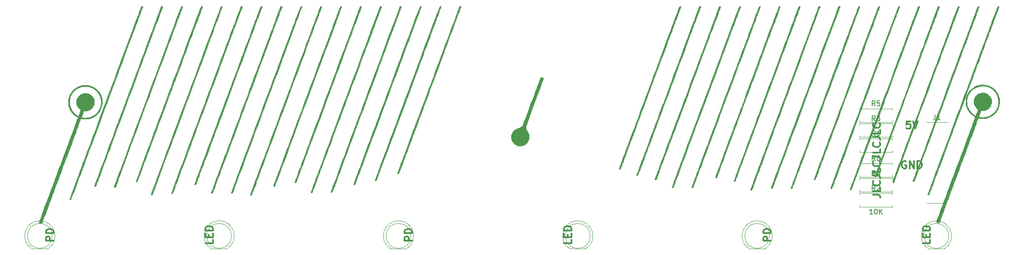
<source format=gbr>
%TF.GenerationSoftware,KiCad,Pcbnew,(5.1.10)-1*%
%TF.CreationDate,2022-02-25T11:13:06-05:00*%
%TF.ProjectId,chunair,6368756e-6169-4722-9e6b-696361645f70,rev?*%
%TF.SameCoordinates,Original*%
%TF.FileFunction,Legend,Top*%
%TF.FilePolarity,Positive*%
%FSLAX46Y46*%
G04 Gerber Fmt 4.6, Leading zero omitted, Abs format (unit mm)*
G04 Created by KiCad (PCBNEW (5.1.10)-1) date 2022-02-25 11:13:06*
%MOMM*%
%LPD*%
G01*
G04 APERTURE LIST*
%ADD10C,0.300000*%
%ADD11C,0.010000*%
%ADD12C,0.120000*%
%ADD13C,0.150000*%
G04 APERTURE END LIST*
D10*
X212178571Y-104928571D02*
X213250000Y-104928571D01*
X213464285Y-105000000D01*
X213607142Y-105142857D01*
X213678571Y-105357142D01*
X213678571Y-105500000D01*
X213678571Y-103500000D02*
X213678571Y-104214285D01*
X212178571Y-104214285D01*
X213535714Y-102142857D02*
X213607142Y-102214285D01*
X213678571Y-102428571D01*
X213678571Y-102571428D01*
X213607142Y-102785714D01*
X213464285Y-102928571D01*
X213321428Y-103000000D01*
X213035714Y-103071428D01*
X212821428Y-103071428D01*
X212535714Y-103000000D01*
X212392857Y-102928571D01*
X212250000Y-102785714D01*
X212178571Y-102571428D01*
X212178571Y-102428571D01*
X212250000Y-102214285D01*
X212321428Y-102142857D01*
X212178571Y-101071428D02*
X213250000Y-101071428D01*
X213464285Y-101142857D01*
X213607142Y-101285714D01*
X213678571Y-101500000D01*
X213678571Y-101642857D01*
X213678571Y-99642857D02*
X213678571Y-100357142D01*
X212178571Y-100357142D01*
X213535714Y-98285714D02*
X213607142Y-98357142D01*
X213678571Y-98571428D01*
X213678571Y-98714285D01*
X213607142Y-98928571D01*
X213464285Y-99071428D01*
X213321428Y-99142857D01*
X213035714Y-99214285D01*
X212821428Y-99214285D01*
X212535714Y-99142857D01*
X212392857Y-99071428D01*
X212250000Y-98928571D01*
X212178571Y-98714285D01*
X212178571Y-98571428D01*
X212250000Y-98357142D01*
X212321428Y-98285714D01*
X212178571Y-97214285D02*
X213250000Y-97214285D01*
X213464285Y-97285714D01*
X213607142Y-97428571D01*
X213678571Y-97642857D01*
X213678571Y-97785714D01*
X213678571Y-95785714D02*
X213678571Y-96500000D01*
X212178571Y-96500000D01*
X213535714Y-94428571D02*
X213607142Y-94500000D01*
X213678571Y-94714285D01*
X213678571Y-94857142D01*
X213607142Y-95071428D01*
X213464285Y-95214285D01*
X213321428Y-95285714D01*
X213035714Y-95357142D01*
X212821428Y-95357142D01*
X212535714Y-95285714D01*
X212392857Y-95214285D01*
X212250000Y-95071428D01*
X212178571Y-94857142D01*
X212178571Y-94714285D01*
X212250000Y-94500000D01*
X212321428Y-94428571D01*
X212178571Y-93357142D02*
X213250000Y-93357142D01*
X213464285Y-93428571D01*
X213607142Y-93571428D01*
X213678571Y-93785714D01*
X213678571Y-93928571D01*
X213678571Y-91928571D02*
X213678571Y-92642857D01*
X212178571Y-92642857D01*
X213535714Y-90571428D02*
X213607142Y-90642857D01*
X213678571Y-90857142D01*
X213678571Y-91000000D01*
X213607142Y-91214285D01*
X213464285Y-91357142D01*
X213321428Y-91428571D01*
X213035714Y-91500000D01*
X212821428Y-91500000D01*
X212535714Y-91428571D01*
X212392857Y-91357142D01*
X212250000Y-91214285D01*
X212178571Y-91000000D01*
X212178571Y-90857142D01*
X212250000Y-90642857D01*
X212321428Y-90571428D01*
X223678571Y-113964285D02*
X223678571Y-114678571D01*
X222178571Y-114678571D01*
X222892857Y-113464285D02*
X222892857Y-112964285D01*
X223678571Y-112750000D02*
X223678571Y-113464285D01*
X222178571Y-113464285D01*
X222178571Y-112750000D01*
X223678571Y-112107142D02*
X222178571Y-112107142D01*
X222178571Y-111750000D01*
X222250000Y-111535714D01*
X222392857Y-111392857D01*
X222535714Y-111321428D01*
X222821428Y-111250000D01*
X223035714Y-111250000D01*
X223321428Y-111321428D01*
X223464285Y-111392857D01*
X223607142Y-111535714D01*
X223678571Y-111750000D01*
X223678571Y-112107142D01*
X151678571Y-113964285D02*
X151678571Y-114678571D01*
X150178571Y-114678571D01*
X150892857Y-113464285D02*
X150892857Y-112964285D01*
X151678571Y-112750000D02*
X151678571Y-113464285D01*
X150178571Y-113464285D01*
X150178571Y-112750000D01*
X151678571Y-112107142D02*
X150178571Y-112107142D01*
X150178571Y-111750000D01*
X150250000Y-111535714D01*
X150392857Y-111392857D01*
X150535714Y-111321428D01*
X150821428Y-111250000D01*
X151035714Y-111250000D01*
X151321428Y-111321428D01*
X151464285Y-111392857D01*
X151607142Y-111535714D01*
X151678571Y-111750000D01*
X151678571Y-112107142D01*
X79678571Y-113964285D02*
X79678571Y-114678571D01*
X78178571Y-114678571D01*
X78892857Y-113464285D02*
X78892857Y-112964285D01*
X79678571Y-112750000D02*
X79678571Y-113464285D01*
X78178571Y-113464285D01*
X78178571Y-112750000D01*
X79678571Y-112107142D02*
X78178571Y-112107142D01*
X78178571Y-111750000D01*
X78250000Y-111535714D01*
X78392857Y-111392857D01*
X78535714Y-111321428D01*
X78821428Y-111250000D01*
X79035714Y-111250000D01*
X79321428Y-111321428D01*
X79464285Y-111392857D01*
X79607142Y-111535714D01*
X79678571Y-111750000D01*
X79678571Y-112107142D01*
X47678571Y-114142857D02*
X46178571Y-114142857D01*
X46178571Y-113571428D01*
X46250000Y-113428571D01*
X46321428Y-113357142D01*
X46464285Y-113285714D01*
X46678571Y-113285714D01*
X46821428Y-113357142D01*
X46892857Y-113428571D01*
X46964285Y-113571428D01*
X46964285Y-114142857D01*
X47678571Y-112642857D02*
X46178571Y-112642857D01*
X46178571Y-112285714D01*
X46250000Y-112071428D01*
X46392857Y-111928571D01*
X46535714Y-111857142D01*
X46821428Y-111785714D01*
X47035714Y-111785714D01*
X47321428Y-111857142D01*
X47464285Y-111928571D01*
X47607142Y-112071428D01*
X47678571Y-112285714D01*
X47678571Y-112642857D01*
X119678571Y-114142857D02*
X118178571Y-114142857D01*
X118178571Y-113571428D01*
X118250000Y-113428571D01*
X118321428Y-113357142D01*
X118464285Y-113285714D01*
X118678571Y-113285714D01*
X118821428Y-113357142D01*
X118892857Y-113428571D01*
X118964285Y-113571428D01*
X118964285Y-114142857D01*
X119678571Y-112642857D02*
X118178571Y-112642857D01*
X118178571Y-112285714D01*
X118250000Y-112071428D01*
X118392857Y-111928571D01*
X118535714Y-111857142D01*
X118821428Y-111785714D01*
X119035714Y-111785714D01*
X119321428Y-111857142D01*
X119464285Y-111928571D01*
X119607142Y-112071428D01*
X119678571Y-112285714D01*
X119678571Y-112642857D01*
X191678571Y-114142857D02*
X190178571Y-114142857D01*
X190178571Y-113571428D01*
X190250000Y-113428571D01*
X190321428Y-113357142D01*
X190464285Y-113285714D01*
X190678571Y-113285714D01*
X190821428Y-113357142D01*
X190892857Y-113428571D01*
X190964285Y-113571428D01*
X190964285Y-114142857D01*
X191678571Y-112642857D02*
X190178571Y-112642857D01*
X190178571Y-112285714D01*
X190250000Y-112071428D01*
X190392857Y-111928571D01*
X190535714Y-111857142D01*
X190821428Y-111785714D01*
X191035714Y-111785714D01*
X191321428Y-111857142D01*
X191464285Y-111928571D01*
X191607142Y-112071428D01*
X191678571Y-112285714D01*
X191678571Y-112642857D01*
X218857142Y-98250000D02*
X218714285Y-98178571D01*
X218500000Y-98178571D01*
X218285714Y-98250000D01*
X218142857Y-98392857D01*
X218071428Y-98535714D01*
X218000000Y-98821428D01*
X218000000Y-99035714D01*
X218071428Y-99321428D01*
X218142857Y-99464285D01*
X218285714Y-99607142D01*
X218500000Y-99678571D01*
X218642857Y-99678571D01*
X218857142Y-99607142D01*
X218928571Y-99535714D01*
X218928571Y-99035714D01*
X218642857Y-99035714D01*
X219571428Y-99678571D02*
X219571428Y-98178571D01*
X220428571Y-99678571D01*
X220428571Y-98178571D01*
X221142857Y-99678571D02*
X221142857Y-98178571D01*
X221500000Y-98178571D01*
X221714285Y-98250000D01*
X221857142Y-98392857D01*
X221928571Y-98535714D01*
X222000000Y-98821428D01*
X222000000Y-99035714D01*
X221928571Y-99321428D01*
X221857142Y-99464285D01*
X221714285Y-99607142D01*
X221500000Y-99678571D01*
X221142857Y-99678571D01*
X219714285Y-90178571D02*
X219000000Y-90178571D01*
X218928571Y-90892857D01*
X219000000Y-90821428D01*
X219142857Y-90750000D01*
X219500000Y-90750000D01*
X219642857Y-90821428D01*
X219714285Y-90892857D01*
X219785714Y-91035714D01*
X219785714Y-91392857D01*
X219714285Y-91535714D01*
X219642857Y-91607142D01*
X219500000Y-91678571D01*
X219142857Y-91678571D01*
X219000000Y-91607142D01*
X218928571Y-91535714D01*
X220214285Y-90178571D02*
X220714285Y-91678571D01*
X221214285Y-90178571D01*
D11*
%TO.C,G\u002A\u002A\u002A*%
G36*
X51042896Y-84783819D02*
G01*
X51158907Y-84566331D01*
X51296885Y-84356453D01*
X51417043Y-84197550D01*
X51720429Y-83860895D01*
X52057666Y-83572394D01*
X52424552Y-83333662D01*
X52816883Y-83146313D01*
X53230456Y-83011960D01*
X53661065Y-82932218D01*
X54104508Y-82908701D01*
X54556581Y-82943023D01*
X54647715Y-82956979D01*
X54887137Y-83011171D01*
X55154136Y-83095739D01*
X55429781Y-83202962D01*
X55695141Y-83325119D01*
X55931285Y-83454492D01*
X56040414Y-83524929D01*
X56234958Y-83675491D01*
X56439192Y-83860980D01*
X56637126Y-84065016D01*
X56812772Y-84271217D01*
X56938643Y-84445206D01*
X57150927Y-84826328D01*
X57314125Y-85235108D01*
X57425899Y-85662126D01*
X57483909Y-86097964D01*
X57485817Y-86533204D01*
X57479086Y-86621288D01*
X57446830Y-86837792D01*
X57389228Y-87085445D01*
X57311948Y-87347285D01*
X57220658Y-87606348D01*
X57121028Y-87845669D01*
X57018726Y-88048287D01*
X56981570Y-88110182D01*
X56710029Y-88486901D01*
X56405373Y-88813888D01*
X56065702Y-89092792D01*
X55689123Y-89325258D01*
X55446489Y-89442337D01*
X55029607Y-89592862D01*
X54597751Y-89687824D01*
X54158584Y-89726403D01*
X53719768Y-89707775D01*
X53414875Y-89659841D01*
X53254313Y-89626645D01*
X53334468Y-89406421D01*
X53414750Y-89424956D01*
X53527819Y-89444237D01*
X53660104Y-89462302D01*
X53798030Y-89477186D01*
X53928024Y-89486925D01*
X53981577Y-89489141D01*
X54406792Y-89472251D01*
X54818119Y-89400354D01*
X55211394Y-89277066D01*
X55582450Y-89106008D01*
X55927122Y-88890799D01*
X56241248Y-88635059D01*
X56520660Y-88342407D01*
X56761194Y-88016462D01*
X56958686Y-87660842D01*
X57108971Y-87279169D01*
X57207883Y-86875061D01*
X57237375Y-86659824D01*
X57251492Y-86224780D01*
X57206981Y-85793612D01*
X57105279Y-85372667D01*
X56947827Y-84968288D01*
X56784895Y-84664597D01*
X56614436Y-84418853D01*
X56404076Y-84170229D01*
X56170437Y-83936324D01*
X55930139Y-83734738D01*
X55855742Y-83680760D01*
X55746558Y-83607005D01*
X55648889Y-83547840D01*
X55547800Y-83496005D01*
X55428362Y-83444239D01*
X55275640Y-83385282D01*
X55162700Y-83343755D01*
X54982214Y-83279371D01*
X54841441Y-83233276D01*
X54724276Y-83201433D01*
X54614612Y-83179806D01*
X54496345Y-83164360D01*
X54415176Y-83156437D01*
X53983874Y-83145844D01*
X53564164Y-83190582D01*
X53160236Y-83287403D01*
X52776274Y-83433063D01*
X52416467Y-83624311D01*
X52085000Y-83857901D01*
X51786060Y-84130587D01*
X51523836Y-84439120D01*
X51302512Y-84780253D01*
X51126277Y-85150740D01*
X50999314Y-85547332D01*
X50940115Y-85851727D01*
X50908316Y-86280214D01*
X50934186Y-86703635D01*
X51015275Y-87116767D01*
X51149135Y-87514384D01*
X51333316Y-87891265D01*
X51565368Y-88242182D01*
X51842842Y-88561912D01*
X52163290Y-88845233D01*
X52430605Y-89030842D01*
X52525991Y-89088716D01*
X52604753Y-89133897D01*
X52649826Y-89156596D01*
X52665639Y-89154357D01*
X52684768Y-89132511D01*
X52709867Y-89084795D01*
X52743585Y-89004944D01*
X52788576Y-88886694D01*
X52847491Y-88723777D01*
X52920214Y-88517822D01*
X53149561Y-87864108D01*
X52946435Y-87702279D01*
X52715170Y-87481255D01*
X52531999Y-87228361D01*
X52398721Y-86950085D01*
X52317137Y-86652908D01*
X52289044Y-86343317D01*
X52316242Y-86027797D01*
X52397095Y-85722376D01*
X52530435Y-85421489D01*
X52700895Y-85166369D01*
X52912419Y-84952650D01*
X53168950Y-84775963D01*
X53323620Y-84696255D01*
X53622063Y-84583508D01*
X53916073Y-84527739D01*
X54212814Y-84528715D01*
X54519451Y-84586201D01*
X54719029Y-84650619D01*
X55016278Y-84789456D01*
X55271048Y-84970586D01*
X55484686Y-85195289D01*
X55658535Y-85464845D01*
X55729056Y-85612419D01*
X55827567Y-85912809D01*
X55870382Y-86219581D01*
X55860000Y-86525676D01*
X55798921Y-86824034D01*
X55689645Y-87107596D01*
X55534671Y-87369304D01*
X55336497Y-87602098D01*
X55097623Y-87798919D01*
X54916685Y-87906824D01*
X54622732Y-88029774D01*
X54324693Y-88095310D01*
X54011845Y-88105770D01*
X54005380Y-88105434D01*
X53738672Y-88091166D01*
X53516074Y-88733020D01*
X53452406Y-88918132D01*
X53396464Y-89083723D01*
X53350951Y-89221548D01*
X53318568Y-89323365D01*
X53302018Y-89380927D01*
X53300549Y-89390598D01*
X53334468Y-89406421D01*
X53254313Y-89626645D01*
X53170144Y-89609244D01*
X52736466Y-90799223D01*
X52706082Y-90882022D01*
X52656490Y-91016412D01*
X52588604Y-91199935D01*
X52503340Y-91430130D01*
X52401613Y-91704538D01*
X52284336Y-92020701D01*
X52152426Y-92376158D01*
X52006795Y-92768450D01*
X51848361Y-93195118D01*
X51678037Y-93653701D01*
X51496738Y-94141741D01*
X51305378Y-94656779D01*
X51104874Y-95196353D01*
X50896138Y-95758006D01*
X50680087Y-96339278D01*
X50457635Y-96937709D01*
X50229696Y-97550840D01*
X49997186Y-98176211D01*
X49761019Y-98811363D01*
X49522111Y-99453836D01*
X49281375Y-100101172D01*
X49039727Y-100750909D01*
X48798081Y-101400591D01*
X48557352Y-102047755D01*
X48318456Y-102689943D01*
X48082306Y-103324696D01*
X47849817Y-103949555D01*
X47621905Y-104562059D01*
X47399484Y-105159749D01*
X47183470Y-105740166D01*
X46974775Y-106300850D01*
X46774317Y-106839342D01*
X46583007Y-107353183D01*
X46401764Y-107839912D01*
X46231500Y-108297071D01*
X46073131Y-108722199D01*
X45927571Y-109112838D01*
X45795736Y-109466529D01*
X45678538Y-109780811D01*
X45576896Y-110053225D01*
X45491722Y-110281312D01*
X45423930Y-110462611D01*
X45374437Y-110594666D01*
X45344157Y-110675013D01*
X45334108Y-110701042D01*
X45306507Y-110694353D01*
X45234630Y-110670856D01*
X45130579Y-110634615D01*
X45048463Y-110605071D01*
X44765998Y-110502263D01*
X45133884Y-109492581D01*
X45173098Y-109385583D01*
X45232420Y-109224611D01*
X45310974Y-109012029D01*
X45407884Y-108750198D01*
X45522269Y-108441480D01*
X45653253Y-108088238D01*
X45799958Y-107692834D01*
X45961506Y-107257630D01*
X46137020Y-106784989D01*
X46325621Y-106277273D01*
X46526431Y-105736844D01*
X46738573Y-105166066D01*
X46961169Y-104567299D01*
X47193342Y-103942907D01*
X47434213Y-103295251D01*
X47682904Y-102626694D01*
X47938539Y-101939600D01*
X48200239Y-101236329D01*
X48467126Y-100519243D01*
X48738323Y-99790707D01*
X49012952Y-99053081D01*
X49020917Y-99031687D01*
X49291678Y-98304516D01*
X49557190Y-97591435D01*
X49816675Y-96894532D01*
X50069360Y-96215892D01*
X50314465Y-95557599D01*
X50551216Y-94921738D01*
X50778836Y-94310396D01*
X50996548Y-93725658D01*
X51203578Y-93169609D01*
X51399146Y-92644334D01*
X51582478Y-92151918D01*
X51752797Y-91694447D01*
X51909326Y-91274007D01*
X52051290Y-90892681D01*
X52177912Y-90552556D01*
X52288415Y-90255718D01*
X52382023Y-90004250D01*
X52457961Y-89800239D01*
X52515450Y-89645770D01*
X52553716Y-89542928D01*
X52571981Y-89493799D01*
X52573358Y-89490082D01*
X52589912Y-89427698D01*
X52572961Y-89387503D01*
X52512166Y-89346695D01*
X52507033Y-89343805D01*
X52108466Y-89093013D01*
X51762403Y-88816135D01*
X51465644Y-88509697D01*
X51214987Y-88170225D01*
X51007233Y-87794244D01*
X50939050Y-87641504D01*
X50789782Y-87213506D01*
X50700553Y-86782942D01*
X50671350Y-86349435D01*
X50702156Y-85912608D01*
X50792952Y-85472087D01*
X50840698Y-85311350D01*
X50939834Y-85026349D01*
X51042896Y-84783819D01*
G37*
X51042896Y-84783819D02*
X51158907Y-84566331D01*
X51296885Y-84356453D01*
X51417043Y-84197550D01*
X51720429Y-83860895D01*
X52057666Y-83572394D01*
X52424552Y-83333662D01*
X52816883Y-83146313D01*
X53230456Y-83011960D01*
X53661065Y-82932218D01*
X54104508Y-82908701D01*
X54556581Y-82943023D01*
X54647715Y-82956979D01*
X54887137Y-83011171D01*
X55154136Y-83095739D01*
X55429781Y-83202962D01*
X55695141Y-83325119D01*
X55931285Y-83454492D01*
X56040414Y-83524929D01*
X56234958Y-83675491D01*
X56439192Y-83860980D01*
X56637126Y-84065016D01*
X56812772Y-84271217D01*
X56938643Y-84445206D01*
X57150927Y-84826328D01*
X57314125Y-85235108D01*
X57425899Y-85662126D01*
X57483909Y-86097964D01*
X57485817Y-86533204D01*
X57479086Y-86621288D01*
X57446830Y-86837792D01*
X57389228Y-87085445D01*
X57311948Y-87347285D01*
X57220658Y-87606348D01*
X57121028Y-87845669D01*
X57018726Y-88048287D01*
X56981570Y-88110182D01*
X56710029Y-88486901D01*
X56405373Y-88813888D01*
X56065702Y-89092792D01*
X55689123Y-89325258D01*
X55446489Y-89442337D01*
X55029607Y-89592862D01*
X54597751Y-89687824D01*
X54158584Y-89726403D01*
X53719768Y-89707775D01*
X53414875Y-89659841D01*
X53254313Y-89626645D01*
X53334468Y-89406421D01*
X53414750Y-89424956D01*
X53527819Y-89444237D01*
X53660104Y-89462302D01*
X53798030Y-89477186D01*
X53928024Y-89486925D01*
X53981577Y-89489141D01*
X54406792Y-89472251D01*
X54818119Y-89400354D01*
X55211394Y-89277066D01*
X55582450Y-89106008D01*
X55927122Y-88890799D01*
X56241248Y-88635059D01*
X56520660Y-88342407D01*
X56761194Y-88016462D01*
X56958686Y-87660842D01*
X57108971Y-87279169D01*
X57207883Y-86875061D01*
X57237375Y-86659824D01*
X57251492Y-86224780D01*
X57206981Y-85793612D01*
X57105279Y-85372667D01*
X56947827Y-84968288D01*
X56784895Y-84664597D01*
X56614436Y-84418853D01*
X56404076Y-84170229D01*
X56170437Y-83936324D01*
X55930139Y-83734738D01*
X55855742Y-83680760D01*
X55746558Y-83607005D01*
X55648889Y-83547840D01*
X55547800Y-83496005D01*
X55428362Y-83444239D01*
X55275640Y-83385282D01*
X55162700Y-83343755D01*
X54982214Y-83279371D01*
X54841441Y-83233276D01*
X54724276Y-83201433D01*
X54614612Y-83179806D01*
X54496345Y-83164360D01*
X54415176Y-83156437D01*
X53983874Y-83145844D01*
X53564164Y-83190582D01*
X53160236Y-83287403D01*
X52776274Y-83433063D01*
X52416467Y-83624311D01*
X52085000Y-83857901D01*
X51786060Y-84130587D01*
X51523836Y-84439120D01*
X51302512Y-84780253D01*
X51126277Y-85150740D01*
X50999314Y-85547332D01*
X50940115Y-85851727D01*
X50908316Y-86280214D01*
X50934186Y-86703635D01*
X51015275Y-87116767D01*
X51149135Y-87514384D01*
X51333316Y-87891265D01*
X51565368Y-88242182D01*
X51842842Y-88561912D01*
X52163290Y-88845233D01*
X52430605Y-89030842D01*
X52525991Y-89088716D01*
X52604753Y-89133897D01*
X52649826Y-89156596D01*
X52665639Y-89154357D01*
X52684768Y-89132511D01*
X52709867Y-89084795D01*
X52743585Y-89004944D01*
X52788576Y-88886694D01*
X52847491Y-88723777D01*
X52920214Y-88517822D01*
X53149561Y-87864108D01*
X52946435Y-87702279D01*
X52715170Y-87481255D01*
X52531999Y-87228361D01*
X52398721Y-86950085D01*
X52317137Y-86652908D01*
X52289044Y-86343317D01*
X52316242Y-86027797D01*
X52397095Y-85722376D01*
X52530435Y-85421489D01*
X52700895Y-85166369D01*
X52912419Y-84952650D01*
X53168950Y-84775963D01*
X53323620Y-84696255D01*
X53622063Y-84583508D01*
X53916073Y-84527739D01*
X54212814Y-84528715D01*
X54519451Y-84586201D01*
X54719029Y-84650619D01*
X55016278Y-84789456D01*
X55271048Y-84970586D01*
X55484686Y-85195289D01*
X55658535Y-85464845D01*
X55729056Y-85612419D01*
X55827567Y-85912809D01*
X55870382Y-86219581D01*
X55860000Y-86525676D01*
X55798921Y-86824034D01*
X55689645Y-87107596D01*
X55534671Y-87369304D01*
X55336497Y-87602098D01*
X55097623Y-87798919D01*
X54916685Y-87906824D01*
X54622732Y-88029774D01*
X54324693Y-88095310D01*
X54011845Y-88105770D01*
X54005380Y-88105434D01*
X53738672Y-88091166D01*
X53516074Y-88733020D01*
X53452406Y-88918132D01*
X53396464Y-89083723D01*
X53350951Y-89221548D01*
X53318568Y-89323365D01*
X53302018Y-89380927D01*
X53300549Y-89390598D01*
X53334468Y-89406421D01*
X53254313Y-89626645D01*
X53170144Y-89609244D01*
X52736466Y-90799223D01*
X52706082Y-90882022D01*
X52656490Y-91016412D01*
X52588604Y-91199935D01*
X52503340Y-91430130D01*
X52401613Y-91704538D01*
X52284336Y-92020701D01*
X52152426Y-92376158D01*
X52006795Y-92768450D01*
X51848361Y-93195118D01*
X51678037Y-93653701D01*
X51496738Y-94141741D01*
X51305378Y-94656779D01*
X51104874Y-95196353D01*
X50896138Y-95758006D01*
X50680087Y-96339278D01*
X50457635Y-96937709D01*
X50229696Y-97550840D01*
X49997186Y-98176211D01*
X49761019Y-98811363D01*
X49522111Y-99453836D01*
X49281375Y-100101172D01*
X49039727Y-100750909D01*
X48798081Y-101400591D01*
X48557352Y-102047755D01*
X48318456Y-102689943D01*
X48082306Y-103324696D01*
X47849817Y-103949555D01*
X47621905Y-104562059D01*
X47399484Y-105159749D01*
X47183470Y-105740166D01*
X46974775Y-106300850D01*
X46774317Y-106839342D01*
X46583007Y-107353183D01*
X46401764Y-107839912D01*
X46231500Y-108297071D01*
X46073131Y-108722199D01*
X45927571Y-109112838D01*
X45795736Y-109466529D01*
X45678538Y-109780811D01*
X45576896Y-110053225D01*
X45491722Y-110281312D01*
X45423930Y-110462611D01*
X45374437Y-110594666D01*
X45344157Y-110675013D01*
X45334108Y-110701042D01*
X45306507Y-110694353D01*
X45234630Y-110670856D01*
X45130579Y-110634615D01*
X45048463Y-110605071D01*
X44765998Y-110502263D01*
X45133884Y-109492581D01*
X45173098Y-109385583D01*
X45232420Y-109224611D01*
X45310974Y-109012029D01*
X45407884Y-108750198D01*
X45522269Y-108441480D01*
X45653253Y-108088238D01*
X45799958Y-107692834D01*
X45961506Y-107257630D01*
X46137020Y-106784989D01*
X46325621Y-106277273D01*
X46526431Y-105736844D01*
X46738573Y-105166066D01*
X46961169Y-104567299D01*
X47193342Y-103942907D01*
X47434213Y-103295251D01*
X47682904Y-102626694D01*
X47938539Y-101939600D01*
X48200239Y-101236329D01*
X48467126Y-100519243D01*
X48738323Y-99790707D01*
X49012952Y-99053081D01*
X49020917Y-99031687D01*
X49291678Y-98304516D01*
X49557190Y-97591435D01*
X49816675Y-96894532D01*
X50069360Y-96215892D01*
X50314465Y-95557599D01*
X50551216Y-94921738D01*
X50778836Y-94310396D01*
X50996548Y-93725658D01*
X51203578Y-93169609D01*
X51399146Y-92644334D01*
X51582478Y-92151918D01*
X51752797Y-91694447D01*
X51909326Y-91274007D01*
X52051290Y-90892681D01*
X52177912Y-90552556D01*
X52288415Y-90255718D01*
X52382023Y-90004250D01*
X52457961Y-89800239D01*
X52515450Y-89645770D01*
X52553716Y-89542928D01*
X52571981Y-89493799D01*
X52573358Y-89490082D01*
X52589912Y-89427698D01*
X52572961Y-89387503D01*
X52512166Y-89346695D01*
X52507033Y-89343805D01*
X52108466Y-89093013D01*
X51762403Y-88816135D01*
X51465644Y-88509697D01*
X51214987Y-88170225D01*
X51007233Y-87794244D01*
X50939050Y-87641504D01*
X50789782Y-87213506D01*
X50700553Y-86782942D01*
X50671350Y-86349435D01*
X50702156Y-85912608D01*
X50792952Y-85472087D01*
X50840698Y-85311350D01*
X50939834Y-85026349D01*
X51042896Y-84783819D01*
G36*
X51003429Y-105599284D02*
G01*
X51072305Y-105411916D01*
X51159532Y-105175270D01*
X51264455Y-104891109D01*
X51386417Y-104561200D01*
X51524759Y-104187308D01*
X51678830Y-103771198D01*
X51847970Y-103314633D01*
X52031523Y-102819383D01*
X52228832Y-102287209D01*
X52439243Y-101719878D01*
X52662098Y-101119155D01*
X52896741Y-100486806D01*
X53142516Y-99824594D01*
X53398766Y-99134287D01*
X53664834Y-98417648D01*
X53940066Y-97676444D01*
X54223802Y-96912439D01*
X54515390Y-96127399D01*
X54814170Y-95323088D01*
X55119487Y-94501272D01*
X55430686Y-93663716D01*
X55747108Y-92812185D01*
X56068099Y-91948446D01*
X56393000Y-91074262D01*
X56721158Y-90191399D01*
X57051914Y-89301623D01*
X57384612Y-88406698D01*
X57718597Y-87508390D01*
X58053212Y-86608464D01*
X58387800Y-85708684D01*
X58721705Y-84810818D01*
X59054271Y-83916629D01*
X59384841Y-83027883D01*
X59712759Y-82146345D01*
X60037369Y-81273780D01*
X60358014Y-80411954D01*
X60674038Y-79562632D01*
X60984784Y-78727578D01*
X61289597Y-77908558D01*
X61587819Y-77107338D01*
X61878795Y-76325683D01*
X62161869Y-75565358D01*
X62436382Y-74828126D01*
X62701681Y-74115756D01*
X62957107Y-73430012D01*
X63202005Y-72772658D01*
X63435718Y-72145460D01*
X63657590Y-71550183D01*
X63866965Y-70988592D01*
X64063186Y-70462453D01*
X64245597Y-69973531D01*
X64413541Y-69523591D01*
X64566362Y-69114397D01*
X64703405Y-68747717D01*
X64824011Y-68425315D01*
X64927526Y-68148954D01*
X65013293Y-67920403D01*
X65080654Y-67741424D01*
X65128955Y-67613784D01*
X65157538Y-67539249D01*
X65162381Y-67526980D01*
X65353430Y-67051325D01*
X65494017Y-67051868D01*
X65634602Y-67052412D01*
X65143651Y-68381203D01*
X65034561Y-68676206D01*
X64923584Y-68975838D01*
X64814173Y-69270814D01*
X64709781Y-69551841D01*
X64613857Y-69809633D01*
X64529855Y-70034900D01*
X64461227Y-70218355D01*
X64430261Y-70300788D01*
X64406883Y-70363238D01*
X64363162Y-70480420D01*
X64299704Y-70650713D01*
X64217108Y-70872495D01*
X64115978Y-71144147D01*
X63996919Y-71464047D01*
X63860530Y-71830575D01*
X63707415Y-72242110D01*
X63538179Y-72697032D01*
X63353421Y-73193720D01*
X63153746Y-73730552D01*
X62939756Y-74305910D01*
X62712054Y-74918171D01*
X62471243Y-75565714D01*
X62217923Y-76246921D01*
X61952701Y-76960169D01*
X61676177Y-77703837D01*
X61388955Y-78476306D01*
X61091636Y-79275955D01*
X60784823Y-80101163D01*
X60469121Y-80950309D01*
X60145130Y-81821772D01*
X59813453Y-82713933D01*
X59474696Y-83625169D01*
X59129457Y-84553862D01*
X58778341Y-85498389D01*
X58421951Y-86457130D01*
X58060888Y-87428465D01*
X57981372Y-87642384D01*
X57618884Y-88617492D01*
X57260715Y-89580821D01*
X56907477Y-90530732D01*
X56559780Y-91465585D01*
X56218236Y-92383742D01*
X55883455Y-93283562D01*
X55556049Y-94163407D01*
X55236628Y-95021635D01*
X54925805Y-95856608D01*
X54624190Y-96666687D01*
X54332392Y-97450234D01*
X54051026Y-98205605D01*
X53780701Y-98931164D01*
X53522028Y-99625271D01*
X53275618Y-100286286D01*
X53042082Y-100912571D01*
X52822033Y-101502484D01*
X52616080Y-102054387D01*
X52424834Y-102566641D01*
X52248907Y-103037605D01*
X52088910Y-103465641D01*
X51945454Y-103849109D01*
X51819150Y-104186370D01*
X51710609Y-104475783D01*
X51620441Y-104715711D01*
X51549260Y-104904511D01*
X51497675Y-105040548D01*
X51466296Y-105122179D01*
X51462671Y-105131399D01*
X51170421Y-105869611D01*
X51046011Y-105867550D01*
X50966910Y-105862469D01*
X50918918Y-105852234D01*
X50913474Y-105848062D01*
X50923357Y-105819122D01*
X50953561Y-105735608D01*
X51003429Y-105599284D01*
G37*
X51003429Y-105599284D02*
X51072305Y-105411916D01*
X51159532Y-105175270D01*
X51264455Y-104891109D01*
X51386417Y-104561200D01*
X51524759Y-104187308D01*
X51678830Y-103771198D01*
X51847970Y-103314633D01*
X52031523Y-102819383D01*
X52228832Y-102287209D01*
X52439243Y-101719878D01*
X52662098Y-101119155D01*
X52896741Y-100486806D01*
X53142516Y-99824594D01*
X53398766Y-99134287D01*
X53664834Y-98417648D01*
X53940066Y-97676444D01*
X54223802Y-96912439D01*
X54515390Y-96127399D01*
X54814170Y-95323088D01*
X55119487Y-94501272D01*
X55430686Y-93663716D01*
X55747108Y-92812185D01*
X56068099Y-91948446D01*
X56393000Y-91074262D01*
X56721158Y-90191399D01*
X57051914Y-89301623D01*
X57384612Y-88406698D01*
X57718597Y-87508390D01*
X58053212Y-86608464D01*
X58387800Y-85708684D01*
X58721705Y-84810818D01*
X59054271Y-83916629D01*
X59384841Y-83027883D01*
X59712759Y-82146345D01*
X60037369Y-81273780D01*
X60358014Y-80411954D01*
X60674038Y-79562632D01*
X60984784Y-78727578D01*
X61289597Y-77908558D01*
X61587819Y-77107338D01*
X61878795Y-76325683D01*
X62161869Y-75565358D01*
X62436382Y-74828126D01*
X62701681Y-74115756D01*
X62957107Y-73430012D01*
X63202005Y-72772658D01*
X63435718Y-72145460D01*
X63657590Y-71550183D01*
X63866965Y-70988592D01*
X64063186Y-70462453D01*
X64245597Y-69973531D01*
X64413541Y-69523591D01*
X64566362Y-69114397D01*
X64703405Y-68747717D01*
X64824011Y-68425315D01*
X64927526Y-68148954D01*
X65013293Y-67920403D01*
X65080654Y-67741424D01*
X65128955Y-67613784D01*
X65157538Y-67539249D01*
X65162381Y-67526980D01*
X65353430Y-67051325D01*
X65494017Y-67051868D01*
X65634602Y-67052412D01*
X65143651Y-68381203D01*
X65034561Y-68676206D01*
X64923584Y-68975838D01*
X64814173Y-69270814D01*
X64709781Y-69551841D01*
X64613857Y-69809633D01*
X64529855Y-70034900D01*
X64461227Y-70218355D01*
X64430261Y-70300788D01*
X64406883Y-70363238D01*
X64363162Y-70480420D01*
X64299704Y-70650713D01*
X64217108Y-70872495D01*
X64115978Y-71144147D01*
X63996919Y-71464047D01*
X63860530Y-71830575D01*
X63707415Y-72242110D01*
X63538179Y-72697032D01*
X63353421Y-73193720D01*
X63153746Y-73730552D01*
X62939756Y-74305910D01*
X62712054Y-74918171D01*
X62471243Y-75565714D01*
X62217923Y-76246921D01*
X61952701Y-76960169D01*
X61676177Y-77703837D01*
X61388955Y-78476306D01*
X61091636Y-79275955D01*
X60784823Y-80101163D01*
X60469121Y-80950309D01*
X60145130Y-81821772D01*
X59813453Y-82713933D01*
X59474696Y-83625169D01*
X59129457Y-84553862D01*
X58778341Y-85498389D01*
X58421951Y-86457130D01*
X58060888Y-87428465D01*
X57981372Y-87642384D01*
X57618884Y-88617492D01*
X57260715Y-89580821D01*
X56907477Y-90530732D01*
X56559780Y-91465585D01*
X56218236Y-92383742D01*
X55883455Y-93283562D01*
X55556049Y-94163407D01*
X55236628Y-95021635D01*
X54925805Y-95856608D01*
X54624190Y-96666687D01*
X54332392Y-97450234D01*
X54051026Y-98205605D01*
X53780701Y-98931164D01*
X53522028Y-99625271D01*
X53275618Y-100286286D01*
X53042082Y-100912571D01*
X52822033Y-101502484D01*
X52616080Y-102054387D01*
X52424834Y-102566641D01*
X52248907Y-103037605D01*
X52088910Y-103465641D01*
X51945454Y-103849109D01*
X51819150Y-104186370D01*
X51710609Y-104475783D01*
X51620441Y-104715711D01*
X51549260Y-104904511D01*
X51497675Y-105040548D01*
X51466296Y-105122179D01*
X51462671Y-105131399D01*
X51170421Y-105869611D01*
X51046011Y-105867550D01*
X50966910Y-105862469D01*
X50918918Y-105852234D01*
X50913474Y-105848062D01*
X50923357Y-105819122D01*
X50953561Y-105735608D01*
X51003429Y-105599284D01*
G36*
X55918378Y-103103282D02*
G01*
X55968773Y-102966743D01*
X56038426Y-102778483D01*
X56126766Y-102540044D01*
X56233219Y-102252966D01*
X56357212Y-101918789D01*
X56498174Y-101539052D01*
X56655531Y-101115297D01*
X56828711Y-100649064D01*
X57017141Y-100141892D01*
X57220250Y-99595323D01*
X57437463Y-99010894D01*
X57668209Y-98390148D01*
X57911915Y-97734625D01*
X58168009Y-97045864D01*
X58435918Y-96325407D01*
X58715068Y-95574791D01*
X59004889Y-94795559D01*
X59304807Y-93989250D01*
X59614249Y-93157405D01*
X59932643Y-92301563D01*
X60259418Y-91423265D01*
X60593998Y-90524051D01*
X60935812Y-89605462D01*
X61284290Y-88669036D01*
X61638855Y-87716316D01*
X61998937Y-86748840D01*
X62170418Y-86288125D01*
X62536375Y-85304895D01*
X62898407Y-84332131D01*
X63255890Y-83371517D01*
X63608198Y-82424736D01*
X63954705Y-81493472D01*
X64294785Y-80579406D01*
X64627814Y-79684223D01*
X64953165Y-78809605D01*
X65270212Y-77957235D01*
X65578329Y-77128798D01*
X65876892Y-76325975D01*
X66165274Y-75550450D01*
X66442850Y-74803906D01*
X66708993Y-74088026D01*
X66963080Y-73404493D01*
X67204483Y-72754990D01*
X67432577Y-72141201D01*
X67646737Y-71564808D01*
X67846335Y-71027495D01*
X68030748Y-70530944D01*
X68199349Y-70076839D01*
X68351512Y-69666864D01*
X68486613Y-69302700D01*
X68604024Y-68986031D01*
X68703121Y-68718540D01*
X68783278Y-68501910D01*
X68843869Y-68337826D01*
X68884269Y-68227968D01*
X68891267Y-68208828D01*
X69315347Y-67046671D01*
X69463876Y-67049740D01*
X69551236Y-67052122D01*
X69609176Y-67054788D01*
X69621495Y-67056120D01*
X69621745Y-67058644D01*
X69620035Y-67066285D01*
X69615891Y-67080317D01*
X69608839Y-67102017D01*
X69598408Y-67132658D01*
X69584122Y-67173517D01*
X69565509Y-67225868D01*
X69542094Y-67290985D01*
X69513404Y-67370144D01*
X69478966Y-67464620D01*
X69438305Y-67575687D01*
X69390948Y-67704621D01*
X69336422Y-67852697D01*
X69274253Y-68021189D01*
X69203968Y-68211373D01*
X69125092Y-68424523D01*
X69037153Y-68661916D01*
X68939676Y-68924823D01*
X68832189Y-69214523D01*
X68714216Y-69532289D01*
X68585286Y-69879396D01*
X68444924Y-70257119D01*
X68292657Y-70666734D01*
X68128011Y-71109514D01*
X67950513Y-71586736D01*
X67759687Y-72099674D01*
X67555064Y-72649602D01*
X67336166Y-73237797D01*
X67102522Y-73865534D01*
X66853656Y-74534085D01*
X66589098Y-75244727D01*
X66308372Y-75998735D01*
X66011003Y-76797384D01*
X65696522Y-77641949D01*
X65364450Y-78533704D01*
X65014318Y-79473925D01*
X64645650Y-80463887D01*
X64257972Y-81504864D01*
X63850812Y-82598131D01*
X63423694Y-83744964D01*
X62976148Y-84946638D01*
X62896365Y-85160856D01*
X62538405Y-86122007D01*
X62184613Y-87072014D01*
X61835621Y-88009187D01*
X61492055Y-88931835D01*
X61154546Y-89838265D01*
X60823725Y-90726783D01*
X60500219Y-91595701D01*
X60184660Y-92443324D01*
X59877678Y-93267961D01*
X59579899Y-94067920D01*
X59291957Y-94841509D01*
X59014479Y-95587036D01*
X58748096Y-96302808D01*
X58493436Y-96987134D01*
X58251129Y-97638322D01*
X58021807Y-98254680D01*
X57806096Y-98834515D01*
X57604629Y-99376136D01*
X57418034Y-99877850D01*
X57246940Y-100337966D01*
X57091978Y-100754792D01*
X56953777Y-101126635D01*
X56832967Y-101451804D01*
X56730177Y-101728606D01*
X56646037Y-101955349D01*
X56581177Y-102130342D01*
X56536226Y-102251893D01*
X56516735Y-102304840D01*
X56180203Y-103223070D01*
X56030930Y-103223946D01*
X55944554Y-103222667D01*
X55888699Y-103218434D01*
X55877652Y-103215042D01*
X55887814Y-103186563D01*
X55918378Y-103103282D01*
G37*
X55918378Y-103103282D02*
X55968773Y-102966743D01*
X56038426Y-102778483D01*
X56126766Y-102540044D01*
X56233219Y-102252966D01*
X56357212Y-101918789D01*
X56498174Y-101539052D01*
X56655531Y-101115297D01*
X56828711Y-100649064D01*
X57017141Y-100141892D01*
X57220250Y-99595323D01*
X57437463Y-99010894D01*
X57668209Y-98390148D01*
X57911915Y-97734625D01*
X58168009Y-97045864D01*
X58435918Y-96325407D01*
X58715068Y-95574791D01*
X59004889Y-94795559D01*
X59304807Y-93989250D01*
X59614249Y-93157405D01*
X59932643Y-92301563D01*
X60259418Y-91423265D01*
X60593998Y-90524051D01*
X60935812Y-89605462D01*
X61284290Y-88669036D01*
X61638855Y-87716316D01*
X61998937Y-86748840D01*
X62170418Y-86288125D01*
X62536375Y-85304895D01*
X62898407Y-84332131D01*
X63255890Y-83371517D01*
X63608198Y-82424736D01*
X63954705Y-81493472D01*
X64294785Y-80579406D01*
X64627814Y-79684223D01*
X64953165Y-78809605D01*
X65270212Y-77957235D01*
X65578329Y-77128798D01*
X65876892Y-76325975D01*
X66165274Y-75550450D01*
X66442850Y-74803906D01*
X66708993Y-74088026D01*
X66963080Y-73404493D01*
X67204483Y-72754990D01*
X67432577Y-72141201D01*
X67646737Y-71564808D01*
X67846335Y-71027495D01*
X68030748Y-70530944D01*
X68199349Y-70076839D01*
X68351512Y-69666864D01*
X68486613Y-69302700D01*
X68604024Y-68986031D01*
X68703121Y-68718540D01*
X68783278Y-68501910D01*
X68843869Y-68337826D01*
X68884269Y-68227968D01*
X68891267Y-68208828D01*
X69315347Y-67046671D01*
X69463876Y-67049740D01*
X69551236Y-67052122D01*
X69609176Y-67054788D01*
X69621495Y-67056120D01*
X69621745Y-67058644D01*
X69620035Y-67066285D01*
X69615891Y-67080317D01*
X69608839Y-67102017D01*
X69598408Y-67132658D01*
X69584122Y-67173517D01*
X69565509Y-67225868D01*
X69542094Y-67290985D01*
X69513404Y-67370144D01*
X69478966Y-67464620D01*
X69438305Y-67575687D01*
X69390948Y-67704621D01*
X69336422Y-67852697D01*
X69274253Y-68021189D01*
X69203968Y-68211373D01*
X69125092Y-68424523D01*
X69037153Y-68661916D01*
X68939676Y-68924823D01*
X68832189Y-69214523D01*
X68714216Y-69532289D01*
X68585286Y-69879396D01*
X68444924Y-70257119D01*
X68292657Y-70666734D01*
X68128011Y-71109514D01*
X67950513Y-71586736D01*
X67759687Y-72099674D01*
X67555064Y-72649602D01*
X67336166Y-73237797D01*
X67102522Y-73865534D01*
X66853656Y-74534085D01*
X66589098Y-75244727D01*
X66308372Y-75998735D01*
X66011003Y-76797384D01*
X65696522Y-77641949D01*
X65364450Y-78533704D01*
X65014318Y-79473925D01*
X64645650Y-80463887D01*
X64257972Y-81504864D01*
X63850812Y-82598131D01*
X63423694Y-83744964D01*
X62976148Y-84946638D01*
X62896365Y-85160856D01*
X62538405Y-86122007D01*
X62184613Y-87072014D01*
X61835621Y-88009187D01*
X61492055Y-88931835D01*
X61154546Y-89838265D01*
X60823725Y-90726783D01*
X60500219Y-91595701D01*
X60184660Y-92443324D01*
X59877678Y-93267961D01*
X59579899Y-94067920D01*
X59291957Y-94841509D01*
X59014479Y-95587036D01*
X58748096Y-96302808D01*
X58493436Y-96987134D01*
X58251129Y-97638322D01*
X58021807Y-98254680D01*
X57806096Y-98834515D01*
X57604629Y-99376136D01*
X57418034Y-99877850D01*
X57246940Y-100337966D01*
X57091978Y-100754792D01*
X56953777Y-101126635D01*
X56832967Y-101451804D01*
X56730177Y-101728606D01*
X56646037Y-101955349D01*
X56581177Y-102130342D01*
X56536226Y-102251893D01*
X56516735Y-102304840D01*
X56180203Y-103223070D01*
X56030930Y-103223946D01*
X55944554Y-103222667D01*
X55888699Y-103218434D01*
X55877652Y-103215042D01*
X55887814Y-103186563D01*
X55918378Y-103103282D01*
G36*
X59899879Y-103151489D02*
G01*
X59968981Y-102963790D01*
X60056545Y-102726506D01*
X60161942Y-102441328D01*
X60284543Y-102109944D01*
X60423723Y-101734045D01*
X60578852Y-101315319D01*
X60749303Y-100855456D01*
X60934447Y-100356146D01*
X61133658Y-99819077D01*
X61346307Y-99245940D01*
X61571766Y-98638423D01*
X61809406Y-97998214D01*
X62058601Y-97327006D01*
X62318723Y-96626487D01*
X62589143Y-95898344D01*
X62869234Y-95144270D01*
X63158367Y-94365952D01*
X63455916Y-93565080D01*
X63761251Y-92743343D01*
X64073745Y-91902431D01*
X64392771Y-91044034D01*
X64717700Y-90169839D01*
X65047904Y-89281539D01*
X65382756Y-88380820D01*
X65721627Y-87469373D01*
X66063891Y-86548887D01*
X66408917Y-85621050D01*
X66756080Y-84687555D01*
X67104751Y-83750087D01*
X67454302Y-82810340D01*
X67804105Y-81870000D01*
X68153533Y-80930757D01*
X68501958Y-79994301D01*
X68848750Y-79062320D01*
X69193283Y-78136505D01*
X69534930Y-77218545D01*
X69873061Y-76310129D01*
X70207048Y-75412947D01*
X70536266Y-74528687D01*
X70860085Y-73659040D01*
X71177876Y-72805695D01*
X71489014Y-71970340D01*
X71792869Y-71154666D01*
X72088813Y-70360362D01*
X72376220Y-69589117D01*
X72378049Y-69584208D01*
X73321090Y-67053839D01*
X73397964Y-67052743D01*
X73492434Y-67055152D01*
X73550544Y-67059485D01*
X73626251Y-67067323D01*
X73413176Y-67641001D01*
X73390119Y-67703003D01*
X73346691Y-67819696D01*
X73283508Y-67989430D01*
X73201182Y-68210557D01*
X73100327Y-68481432D01*
X72981557Y-68800404D01*
X72845486Y-69165828D01*
X72692728Y-69576054D01*
X72523895Y-70029435D01*
X72339602Y-70524323D01*
X72140462Y-71059070D01*
X71927089Y-71632030D01*
X71700098Y-72241552D01*
X71460100Y-72885992D01*
X71207710Y-73563698D01*
X70943543Y-74273025D01*
X70668210Y-75012325D01*
X70382326Y-75779948D01*
X70086506Y-76574249D01*
X69781361Y-77393579D01*
X69467507Y-78236290D01*
X69145556Y-79100735D01*
X68816123Y-79985264D01*
X68479821Y-80888232D01*
X68137264Y-81807990D01*
X67789064Y-82742889D01*
X67435837Y-83691283D01*
X67167331Y-84412204D01*
X66808161Y-85376592D01*
X66452582Y-86331428D01*
X66101248Y-87274955D01*
X65754811Y-88205411D01*
X65413929Y-89121038D01*
X65079254Y-90020076D01*
X64751441Y-90900768D01*
X64431144Y-91761352D01*
X64119017Y-92600071D01*
X63815714Y-93415164D01*
X63521891Y-94204872D01*
X63238201Y-94967436D01*
X62965298Y-95701098D01*
X62703836Y-96404096D01*
X62454472Y-97074674D01*
X62217857Y-97711071D01*
X61994646Y-98311527D01*
X61785495Y-98874283D01*
X61591056Y-99397581D01*
X61411986Y-99879662D01*
X61248937Y-100318765D01*
X61102563Y-100713131D01*
X60973520Y-101061002D01*
X60862462Y-101360618D01*
X60770041Y-101610219D01*
X60696915Y-101808048D01*
X60643735Y-101952343D01*
X60621890Y-102011904D01*
X60109219Y-103414080D01*
X59963724Y-103416371D01*
X59877484Y-103414234D01*
X59820898Y-103406230D01*
X59809618Y-103400190D01*
X59819569Y-103371378D01*
X59849865Y-103287915D01*
X59899879Y-103151489D01*
G37*
X59899879Y-103151489D02*
X59968981Y-102963790D01*
X60056545Y-102726506D01*
X60161942Y-102441328D01*
X60284543Y-102109944D01*
X60423723Y-101734045D01*
X60578852Y-101315319D01*
X60749303Y-100855456D01*
X60934447Y-100356146D01*
X61133658Y-99819077D01*
X61346307Y-99245940D01*
X61571766Y-98638423D01*
X61809406Y-97998214D01*
X62058601Y-97327006D01*
X62318723Y-96626487D01*
X62589143Y-95898344D01*
X62869234Y-95144270D01*
X63158367Y-94365952D01*
X63455916Y-93565080D01*
X63761251Y-92743343D01*
X64073745Y-91902431D01*
X64392771Y-91044034D01*
X64717700Y-90169839D01*
X65047904Y-89281539D01*
X65382756Y-88380820D01*
X65721627Y-87469373D01*
X66063891Y-86548887D01*
X66408917Y-85621050D01*
X66756080Y-84687555D01*
X67104751Y-83750087D01*
X67454302Y-82810340D01*
X67804105Y-81870000D01*
X68153533Y-80930757D01*
X68501958Y-79994301D01*
X68848750Y-79062320D01*
X69193283Y-78136505D01*
X69534930Y-77218545D01*
X69873061Y-76310129D01*
X70207048Y-75412947D01*
X70536266Y-74528687D01*
X70860085Y-73659040D01*
X71177876Y-72805695D01*
X71489014Y-71970340D01*
X71792869Y-71154666D01*
X72088813Y-70360362D01*
X72376220Y-69589117D01*
X72378049Y-69584208D01*
X73321090Y-67053839D01*
X73397964Y-67052743D01*
X73492434Y-67055152D01*
X73550544Y-67059485D01*
X73626251Y-67067323D01*
X73413176Y-67641001D01*
X73390119Y-67703003D01*
X73346691Y-67819696D01*
X73283508Y-67989430D01*
X73201182Y-68210557D01*
X73100327Y-68481432D01*
X72981557Y-68800404D01*
X72845486Y-69165828D01*
X72692728Y-69576054D01*
X72523895Y-70029435D01*
X72339602Y-70524323D01*
X72140462Y-71059070D01*
X71927089Y-71632030D01*
X71700098Y-72241552D01*
X71460100Y-72885992D01*
X71207710Y-73563698D01*
X70943543Y-74273025D01*
X70668210Y-75012325D01*
X70382326Y-75779948D01*
X70086506Y-76574249D01*
X69781361Y-77393579D01*
X69467507Y-78236290D01*
X69145556Y-79100735D01*
X68816123Y-79985264D01*
X68479821Y-80888232D01*
X68137264Y-81807990D01*
X67789064Y-82742889D01*
X67435837Y-83691283D01*
X67167331Y-84412204D01*
X66808161Y-85376592D01*
X66452582Y-86331428D01*
X66101248Y-87274955D01*
X65754811Y-88205411D01*
X65413929Y-89121038D01*
X65079254Y-90020076D01*
X64751441Y-90900768D01*
X64431144Y-91761352D01*
X64119017Y-92600071D01*
X63815714Y-93415164D01*
X63521891Y-94204872D01*
X63238201Y-94967436D01*
X62965298Y-95701098D01*
X62703836Y-96404096D01*
X62454472Y-97074674D01*
X62217857Y-97711071D01*
X61994646Y-98311527D01*
X61785495Y-98874283D01*
X61591056Y-99397581D01*
X61411986Y-99879662D01*
X61248937Y-100318765D01*
X61102563Y-100713131D01*
X60973520Y-101061002D01*
X60862462Y-101360618D01*
X60770041Y-101610219D01*
X60696915Y-101808048D01*
X60643735Y-101952343D01*
X60621890Y-102011904D01*
X60109219Y-103414080D01*
X59963724Y-103416371D01*
X59877484Y-103414234D01*
X59820898Y-103406230D01*
X59809618Y-103400190D01*
X59819569Y-103371378D01*
X59849865Y-103287915D01*
X59899879Y-103151489D01*
G36*
X64852436Y-100531850D02*
G01*
X64890702Y-100429751D01*
X64948660Y-100274707D01*
X65025587Y-100068670D01*
X65120756Y-99813588D01*
X65233443Y-99511409D01*
X65362921Y-99164083D01*
X65508466Y-98773559D01*
X65669353Y-98341783D01*
X65844856Y-97870708D01*
X66034251Y-97362280D01*
X66236811Y-96818447D01*
X66451812Y-96241160D01*
X66678528Y-95632368D01*
X66916235Y-94994017D01*
X67164206Y-94328059D01*
X67421717Y-93636441D01*
X67688042Y-92921112D01*
X67962457Y-92184021D01*
X68244236Y-91427117D01*
X68532653Y-90652348D01*
X68826983Y-89861664D01*
X69126501Y-89057013D01*
X69430483Y-88240343D01*
X69738202Y-87413605D01*
X70048934Y-86578746D01*
X70361952Y-85737716D01*
X70676534Y-84892462D01*
X70991951Y-84044934D01*
X71307480Y-83197081D01*
X71622395Y-82350852D01*
X71935972Y-81508195D01*
X72247484Y-80671058D01*
X72556206Y-79841392D01*
X72861414Y-79021144D01*
X73162382Y-78212265D01*
X73458384Y-77416700D01*
X73748696Y-76636402D01*
X74032592Y-75873316D01*
X74309347Y-75129394D01*
X74578236Y-74406583D01*
X74838534Y-73706833D01*
X75089515Y-73032091D01*
X75330453Y-72384307D01*
X75560626Y-71765430D01*
X75779304Y-71177408D01*
X75985766Y-70622190D01*
X76179285Y-70101726D01*
X76359136Y-69617963D01*
X76524593Y-69172850D01*
X76674931Y-68768338D01*
X76809426Y-68406373D01*
X76927351Y-68088905D01*
X77027982Y-67817883D01*
X77110593Y-67595255D01*
X77174459Y-67422971D01*
X77218855Y-67302979D01*
X77243057Y-67237228D01*
X77244064Y-67234466D01*
X77312499Y-67046460D01*
X77461028Y-67049531D01*
X77548387Y-67051912D01*
X77606328Y-67054578D01*
X77618647Y-67055910D01*
X77612913Y-67083317D01*
X77589714Y-67153422D01*
X77553537Y-67252953D01*
X77539175Y-67290887D01*
X77523550Y-67332479D01*
X77487542Y-67428813D01*
X77431744Y-67578293D01*
X77356751Y-67779323D01*
X77263158Y-68030305D01*
X77151558Y-68329646D01*
X77022547Y-68675747D01*
X76876721Y-69067011D01*
X76714673Y-69501843D01*
X76536997Y-69978647D01*
X76344290Y-70495825D01*
X76137145Y-71051782D01*
X75916159Y-71644921D01*
X75681924Y-72273645D01*
X75435035Y-72936359D01*
X75176090Y-73631465D01*
X74905680Y-74357368D01*
X74624401Y-75112471D01*
X74332848Y-75895177D01*
X74031616Y-76703891D01*
X73721299Y-77537015D01*
X73402493Y-78392954D01*
X73075790Y-79270110D01*
X72741788Y-80166888D01*
X72401080Y-81081692D01*
X72054261Y-82012924D01*
X71701926Y-82958988D01*
X71371198Y-83847052D01*
X71011745Y-84812254D01*
X70656279Y-85766743D01*
X70305432Y-86708816D01*
X69959842Y-87636768D01*
X69620141Y-88548894D01*
X69286966Y-89443490D01*
X68960951Y-90318853D01*
X68642731Y-91173277D01*
X68332941Y-92005057D01*
X68032216Y-92812489D01*
X67741190Y-93593869D01*
X67460499Y-94347493D01*
X67190776Y-95071656D01*
X66932658Y-95764652D01*
X66686779Y-96424779D01*
X66453774Y-97050331D01*
X66234277Y-97639604D01*
X66028925Y-98190894D01*
X65838351Y-98702495D01*
X65663190Y-99172704D01*
X65504077Y-99599816D01*
X65361647Y-99982127D01*
X65236535Y-100317931D01*
X65129376Y-100605526D01*
X65040805Y-100843206D01*
X64971456Y-101029265D01*
X64921964Y-101162001D01*
X64897815Y-101226723D01*
X64503844Y-102281897D01*
X64348930Y-102282889D01*
X64194017Y-102283882D01*
X64852436Y-100531850D01*
G37*
X64852436Y-100531850D02*
X64890702Y-100429751D01*
X64948660Y-100274707D01*
X65025587Y-100068670D01*
X65120756Y-99813588D01*
X65233443Y-99511409D01*
X65362921Y-99164083D01*
X65508466Y-98773559D01*
X65669353Y-98341783D01*
X65844856Y-97870708D01*
X66034251Y-97362280D01*
X66236811Y-96818447D01*
X66451812Y-96241160D01*
X66678528Y-95632368D01*
X66916235Y-94994017D01*
X67164206Y-94328059D01*
X67421717Y-93636441D01*
X67688042Y-92921112D01*
X67962457Y-92184021D01*
X68244236Y-91427117D01*
X68532653Y-90652348D01*
X68826983Y-89861664D01*
X69126501Y-89057013D01*
X69430483Y-88240343D01*
X69738202Y-87413605D01*
X70048934Y-86578746D01*
X70361952Y-85737716D01*
X70676534Y-84892462D01*
X70991951Y-84044934D01*
X71307480Y-83197081D01*
X71622395Y-82350852D01*
X71935972Y-81508195D01*
X72247484Y-80671058D01*
X72556206Y-79841392D01*
X72861414Y-79021144D01*
X73162382Y-78212265D01*
X73458384Y-77416700D01*
X73748696Y-76636402D01*
X74032592Y-75873316D01*
X74309347Y-75129394D01*
X74578236Y-74406583D01*
X74838534Y-73706833D01*
X75089515Y-73032091D01*
X75330453Y-72384307D01*
X75560626Y-71765430D01*
X75779304Y-71177408D01*
X75985766Y-70622190D01*
X76179285Y-70101726D01*
X76359136Y-69617963D01*
X76524593Y-69172850D01*
X76674931Y-68768338D01*
X76809426Y-68406373D01*
X76927351Y-68088905D01*
X77027982Y-67817883D01*
X77110593Y-67595255D01*
X77174459Y-67422971D01*
X77218855Y-67302979D01*
X77243057Y-67237228D01*
X77244064Y-67234466D01*
X77312499Y-67046460D01*
X77461028Y-67049531D01*
X77548387Y-67051912D01*
X77606328Y-67054578D01*
X77618647Y-67055910D01*
X77612913Y-67083317D01*
X77589714Y-67153422D01*
X77553537Y-67252953D01*
X77539175Y-67290887D01*
X77523550Y-67332479D01*
X77487542Y-67428813D01*
X77431744Y-67578293D01*
X77356751Y-67779323D01*
X77263158Y-68030305D01*
X77151558Y-68329646D01*
X77022547Y-68675747D01*
X76876721Y-69067011D01*
X76714673Y-69501843D01*
X76536997Y-69978647D01*
X76344290Y-70495825D01*
X76137145Y-71051782D01*
X75916159Y-71644921D01*
X75681924Y-72273645D01*
X75435035Y-72936359D01*
X75176090Y-73631465D01*
X74905680Y-74357368D01*
X74624401Y-75112471D01*
X74332848Y-75895177D01*
X74031616Y-76703891D01*
X73721299Y-77537015D01*
X73402493Y-78392954D01*
X73075790Y-79270110D01*
X72741788Y-80166888D01*
X72401080Y-81081692D01*
X72054261Y-82012924D01*
X71701926Y-82958988D01*
X71371198Y-83847052D01*
X71011745Y-84812254D01*
X70656279Y-85766743D01*
X70305432Y-86708816D01*
X69959842Y-87636768D01*
X69620141Y-88548894D01*
X69286966Y-89443490D01*
X68960951Y-90318853D01*
X68642731Y-91173277D01*
X68332941Y-92005057D01*
X68032216Y-92812489D01*
X67741190Y-93593869D01*
X67460499Y-94347493D01*
X67190776Y-95071656D01*
X66932658Y-95764652D01*
X66686779Y-96424779D01*
X66453774Y-97050331D01*
X66234277Y-97639604D01*
X66028925Y-98190894D01*
X65838351Y-98702495D01*
X65663190Y-99172704D01*
X65504077Y-99599816D01*
X65361647Y-99982127D01*
X65236535Y-100317931D01*
X65129376Y-100605526D01*
X65040805Y-100843206D01*
X64971456Y-101029265D01*
X64921964Y-101162001D01*
X64897815Y-101226723D01*
X64503844Y-102281897D01*
X64348930Y-102282889D01*
X64194017Y-102283882D01*
X64852436Y-100531850D01*
G36*
X67262957Y-104799746D02*
G01*
X67313041Y-104664020D01*
X67382081Y-104477387D01*
X67469402Y-104241658D01*
X67574331Y-103958642D01*
X67696195Y-103630154D01*
X67834318Y-103258002D01*
X67988028Y-102843998D01*
X68156650Y-102389953D01*
X68339511Y-101897677D01*
X68535937Y-101368981D01*
X68745255Y-100805678D01*
X68966790Y-100209577D01*
X69199868Y-99582490D01*
X69443818Y-98926227D01*
X69697962Y-98242599D01*
X69961629Y-97533419D01*
X70234144Y-96800495D01*
X70514834Y-96045640D01*
X70803026Y-95270665D01*
X71098044Y-94477379D01*
X71399216Y-93667595D01*
X71705868Y-92843123D01*
X72017324Y-92005774D01*
X72332913Y-91157360D01*
X72651961Y-90299692D01*
X72973792Y-89434579D01*
X73297735Y-88563832D01*
X73623114Y-87689265D01*
X73949257Y-86812686D01*
X74275488Y-85935906D01*
X74601135Y-85060739D01*
X74925524Y-84188993D01*
X75247980Y-83322479D01*
X75567831Y-82463010D01*
X75884402Y-81612396D01*
X76197020Y-80772447D01*
X76505010Y-79944975D01*
X76807699Y-79131791D01*
X77104414Y-78334705D01*
X77394479Y-77555529D01*
X77677223Y-76796073D01*
X77951970Y-76058150D01*
X78218047Y-75343569D01*
X78474781Y-74654141D01*
X78721497Y-73991679D01*
X78957521Y-73357990D01*
X79182180Y-72754889D01*
X79394801Y-72184185D01*
X79594709Y-71647690D01*
X79781230Y-71147213D01*
X79953691Y-70684567D01*
X80111418Y-70261563D01*
X80253736Y-69880010D01*
X80379974Y-69541721D01*
X80489455Y-69248506D01*
X80581509Y-69002175D01*
X80655458Y-68804542D01*
X80710631Y-68657415D01*
X80739274Y-68581328D01*
X80864525Y-68249711D01*
X80970403Y-67969931D01*
X81058771Y-67737580D01*
X81131488Y-67548251D01*
X81190415Y-67397536D01*
X81237412Y-67281027D01*
X81274341Y-67194318D01*
X81303062Y-67133000D01*
X81325435Y-67092666D01*
X81343321Y-67068910D01*
X81358582Y-67057322D01*
X81373078Y-67053497D01*
X81384452Y-67053071D01*
X81473449Y-67054084D01*
X81523553Y-67055816D01*
X81594314Y-67059149D01*
X80929281Y-68874502D01*
X80879016Y-69011235D01*
X80808435Y-69202487D01*
X80718214Y-69446441D01*
X80609029Y-69741281D01*
X80481555Y-70085192D01*
X80336468Y-70476356D01*
X80174441Y-70912957D01*
X79996151Y-71393178D01*
X79802274Y-71915206D01*
X79593484Y-72477221D01*
X79370457Y-73077408D01*
X79133868Y-73713951D01*
X78884393Y-74385034D01*
X78622708Y-75088840D01*
X78349486Y-75823553D01*
X78065404Y-76587357D01*
X77771137Y-77378437D01*
X77467360Y-78194973D01*
X77154749Y-79035153D01*
X76833978Y-79897158D01*
X76505725Y-80779173D01*
X76170662Y-81679380D01*
X75829467Y-82595965D01*
X75482814Y-83527111D01*
X75131379Y-84471000D01*
X74775837Y-85425819D01*
X74416864Y-86389749D01*
X74231523Y-86887395D01*
X73873865Y-87847709D01*
X73520377Y-88796883D01*
X73171686Y-89733223D01*
X72828424Y-90655034D01*
X72491220Y-91560624D01*
X72160704Y-92448300D01*
X71837509Y-93316366D01*
X71522263Y-94163131D01*
X71215595Y-94986900D01*
X70918138Y-95785979D01*
X70630521Y-96558674D01*
X70353374Y-97303293D01*
X70087328Y-98018143D01*
X69833012Y-98701528D01*
X69591058Y-99351755D01*
X69362094Y-99967132D01*
X69146754Y-100545964D01*
X68945664Y-101086557D01*
X68759456Y-101587218D01*
X68588760Y-102046254D01*
X68434207Y-102461972D01*
X68296426Y-102832675D01*
X68176049Y-103156673D01*
X68073704Y-103432271D01*
X67990023Y-103657776D01*
X67925635Y-103831492D01*
X67881172Y-103951729D01*
X67862517Y-104002411D01*
X67526238Y-104919888D01*
X67375665Y-104919306D01*
X67289160Y-104917622D01*
X67233390Y-104913957D01*
X67222350Y-104911234D01*
X67232501Y-104882754D01*
X67262957Y-104799746D01*
G37*
X67262957Y-104799746D02*
X67313041Y-104664020D01*
X67382081Y-104477387D01*
X67469402Y-104241658D01*
X67574331Y-103958642D01*
X67696195Y-103630154D01*
X67834318Y-103258002D01*
X67988028Y-102843998D01*
X68156650Y-102389953D01*
X68339511Y-101897677D01*
X68535937Y-101368981D01*
X68745255Y-100805678D01*
X68966790Y-100209577D01*
X69199868Y-99582490D01*
X69443818Y-98926227D01*
X69697962Y-98242599D01*
X69961629Y-97533419D01*
X70234144Y-96800495D01*
X70514834Y-96045640D01*
X70803026Y-95270665D01*
X71098044Y-94477379D01*
X71399216Y-93667595D01*
X71705868Y-92843123D01*
X72017324Y-92005774D01*
X72332913Y-91157360D01*
X72651961Y-90299692D01*
X72973792Y-89434579D01*
X73297735Y-88563832D01*
X73623114Y-87689265D01*
X73949257Y-86812686D01*
X74275488Y-85935906D01*
X74601135Y-85060739D01*
X74925524Y-84188993D01*
X75247980Y-83322479D01*
X75567831Y-82463010D01*
X75884402Y-81612396D01*
X76197020Y-80772447D01*
X76505010Y-79944975D01*
X76807699Y-79131791D01*
X77104414Y-78334705D01*
X77394479Y-77555529D01*
X77677223Y-76796073D01*
X77951970Y-76058150D01*
X78218047Y-75343569D01*
X78474781Y-74654141D01*
X78721497Y-73991679D01*
X78957521Y-73357990D01*
X79182180Y-72754889D01*
X79394801Y-72184185D01*
X79594709Y-71647690D01*
X79781230Y-71147213D01*
X79953691Y-70684567D01*
X80111418Y-70261563D01*
X80253736Y-69880010D01*
X80379974Y-69541721D01*
X80489455Y-69248506D01*
X80581509Y-69002175D01*
X80655458Y-68804542D01*
X80710631Y-68657415D01*
X80739274Y-68581328D01*
X80864525Y-68249711D01*
X80970403Y-67969931D01*
X81058771Y-67737580D01*
X81131488Y-67548251D01*
X81190415Y-67397536D01*
X81237412Y-67281027D01*
X81274341Y-67194318D01*
X81303062Y-67133000D01*
X81325435Y-67092666D01*
X81343321Y-67068910D01*
X81358582Y-67057322D01*
X81373078Y-67053497D01*
X81384452Y-67053071D01*
X81473449Y-67054084D01*
X81523553Y-67055816D01*
X81594314Y-67059149D01*
X80929281Y-68874502D01*
X80879016Y-69011235D01*
X80808435Y-69202487D01*
X80718214Y-69446441D01*
X80609029Y-69741281D01*
X80481555Y-70085192D01*
X80336468Y-70476356D01*
X80174441Y-70912957D01*
X79996151Y-71393178D01*
X79802274Y-71915206D01*
X79593484Y-72477221D01*
X79370457Y-73077408D01*
X79133868Y-73713951D01*
X78884393Y-74385034D01*
X78622708Y-75088840D01*
X78349486Y-75823553D01*
X78065404Y-76587357D01*
X77771137Y-77378437D01*
X77467360Y-78194973D01*
X77154749Y-79035153D01*
X76833978Y-79897158D01*
X76505725Y-80779173D01*
X76170662Y-81679380D01*
X75829467Y-82595965D01*
X75482814Y-83527111D01*
X75131379Y-84471000D01*
X74775837Y-85425819D01*
X74416864Y-86389749D01*
X74231523Y-86887395D01*
X73873865Y-87847709D01*
X73520377Y-88796883D01*
X73171686Y-89733223D01*
X72828424Y-90655034D01*
X72491220Y-91560624D01*
X72160704Y-92448300D01*
X71837509Y-93316366D01*
X71522263Y-94163131D01*
X71215595Y-94986900D01*
X70918138Y-95785979D01*
X70630521Y-96558674D01*
X70353374Y-97303293D01*
X70087328Y-98018143D01*
X69833012Y-98701528D01*
X69591058Y-99351755D01*
X69362094Y-99967132D01*
X69146754Y-100545964D01*
X68945664Y-101086557D01*
X68759456Y-101587218D01*
X68588760Y-102046254D01*
X68434207Y-102461972D01*
X68296426Y-102832675D01*
X68176049Y-103156673D01*
X68073704Y-103432271D01*
X67990023Y-103657776D01*
X67925635Y-103831492D01*
X67881172Y-103951729D01*
X67862517Y-104002411D01*
X67526238Y-104919888D01*
X67375665Y-104919306D01*
X67289160Y-104917622D01*
X67233390Y-104913957D01*
X67222350Y-104911234D01*
X67232501Y-104882754D01*
X67262957Y-104799746D01*
G36*
X71810745Y-103289070D02*
G01*
X71852038Y-103179523D01*
X71913625Y-103015349D01*
X71994863Y-102798276D01*
X72095108Y-102530030D01*
X72213719Y-102212342D01*
X72350051Y-101846936D01*
X72503462Y-101435543D01*
X72673308Y-100979889D01*
X72858947Y-100481702D01*
X73059735Y-99942710D01*
X73275030Y-99364640D01*
X73504189Y-98749220D01*
X73746566Y-98098179D01*
X74001522Y-97413243D01*
X74268412Y-96696140D01*
X74546592Y-95948599D01*
X74835422Y-95172346D01*
X75134256Y-94369110D01*
X75442451Y-93540618D01*
X75759365Y-92688599D01*
X76084356Y-91814779D01*
X76416778Y-90920886D01*
X76755990Y-90008648D01*
X77101350Y-89079793D01*
X77452212Y-88136049D01*
X77807935Y-87179143D01*
X78167875Y-86210803D01*
X78529806Y-85237017D01*
X78891400Y-84264154D01*
X79248690Y-83302987D01*
X79601064Y-82355163D01*
X79947908Y-81422329D01*
X80288609Y-80506132D01*
X80622552Y-79608220D01*
X80949126Y-78730240D01*
X81267716Y-77873838D01*
X81577708Y-77040661D01*
X81878490Y-76232358D01*
X82169449Y-75450575D01*
X82449970Y-74696959D01*
X82719441Y-73973157D01*
X82977247Y-73280817D01*
X83222776Y-72621585D01*
X83455414Y-71997108D01*
X83674547Y-71409035D01*
X83879564Y-70859011D01*
X84069848Y-70348684D01*
X84244789Y-69879701D01*
X84403772Y-69453710D01*
X84546183Y-69072356D01*
X84671409Y-68737289D01*
X84778838Y-68450154D01*
X84867855Y-68212597D01*
X84937847Y-68026269D01*
X84988200Y-67892814D01*
X85018302Y-67813880D01*
X85020417Y-67808427D01*
X85316781Y-67046397D01*
X85456089Y-67049277D01*
X85595397Y-67052157D01*
X85060257Y-68510835D01*
X85017986Y-68625624D01*
X84955383Y-68794991D01*
X84873102Y-69017177D01*
X84771796Y-69290424D01*
X84652120Y-69612971D01*
X84514728Y-69983062D01*
X84360274Y-70398938D01*
X84189413Y-70858840D01*
X84002797Y-71361009D01*
X83801083Y-71903687D01*
X83584921Y-72485115D01*
X83354970Y-73103534D01*
X83111882Y-73757186D01*
X82856310Y-74444312D01*
X82588909Y-75163154D01*
X82310334Y-75911953D01*
X82021237Y-76688951D01*
X81722275Y-77492388D01*
X81414100Y-78320505D01*
X81097366Y-79171546D01*
X80772730Y-80043751D01*
X80440843Y-80935362D01*
X80102360Y-81844618D01*
X79757935Y-82769763D01*
X79408222Y-83709037D01*
X79053877Y-84660682D01*
X78695552Y-85622940D01*
X78445650Y-86293990D01*
X78086291Y-87258930D01*
X77730954Y-88213058D01*
X77380273Y-89154672D01*
X77034881Y-90082074D01*
X76695412Y-90993561D01*
X76362499Y-91887434D01*
X76036776Y-92761993D01*
X75718874Y-93615538D01*
X75409429Y-94446366D01*
X75109074Y-95252780D01*
X74818442Y-96033078D01*
X74538165Y-96785560D01*
X74268879Y-97508526D01*
X74011214Y-98200275D01*
X73765806Y-98859107D01*
X73533287Y-99483321D01*
X73314292Y-100071218D01*
X73109453Y-100621097D01*
X72919402Y-101131257D01*
X72744776Y-101599999D01*
X72586204Y-102025621D01*
X72444323Y-102406425D01*
X72319765Y-102740709D01*
X72213164Y-103026772D01*
X72125151Y-103262916D01*
X72056361Y-103447438D01*
X72007428Y-103578640D01*
X71983571Y-103642549D01*
X71600958Y-104666631D01*
X71285931Y-104674563D01*
X71810745Y-103289070D01*
G37*
X71810745Y-103289070D02*
X71852038Y-103179523D01*
X71913625Y-103015349D01*
X71994863Y-102798276D01*
X72095108Y-102530030D01*
X72213719Y-102212342D01*
X72350051Y-101846936D01*
X72503462Y-101435543D01*
X72673308Y-100979889D01*
X72858947Y-100481702D01*
X73059735Y-99942710D01*
X73275030Y-99364640D01*
X73504189Y-98749220D01*
X73746566Y-98098179D01*
X74001522Y-97413243D01*
X74268412Y-96696140D01*
X74546592Y-95948599D01*
X74835422Y-95172346D01*
X75134256Y-94369110D01*
X75442451Y-93540618D01*
X75759365Y-92688599D01*
X76084356Y-91814779D01*
X76416778Y-90920886D01*
X76755990Y-90008648D01*
X77101350Y-89079793D01*
X77452212Y-88136049D01*
X77807935Y-87179143D01*
X78167875Y-86210803D01*
X78529806Y-85237017D01*
X78891400Y-84264154D01*
X79248690Y-83302987D01*
X79601064Y-82355163D01*
X79947908Y-81422329D01*
X80288609Y-80506132D01*
X80622552Y-79608220D01*
X80949126Y-78730240D01*
X81267716Y-77873838D01*
X81577708Y-77040661D01*
X81878490Y-76232358D01*
X82169449Y-75450575D01*
X82449970Y-74696959D01*
X82719441Y-73973157D01*
X82977247Y-73280817D01*
X83222776Y-72621585D01*
X83455414Y-71997108D01*
X83674547Y-71409035D01*
X83879564Y-70859011D01*
X84069848Y-70348684D01*
X84244789Y-69879701D01*
X84403772Y-69453710D01*
X84546183Y-69072356D01*
X84671409Y-68737289D01*
X84778838Y-68450154D01*
X84867855Y-68212597D01*
X84937847Y-68026269D01*
X84988200Y-67892814D01*
X85018302Y-67813880D01*
X85020417Y-67808427D01*
X85316781Y-67046397D01*
X85456089Y-67049277D01*
X85595397Y-67052157D01*
X85060257Y-68510835D01*
X85017986Y-68625624D01*
X84955383Y-68794991D01*
X84873102Y-69017177D01*
X84771796Y-69290424D01*
X84652120Y-69612971D01*
X84514728Y-69983062D01*
X84360274Y-70398938D01*
X84189413Y-70858840D01*
X84002797Y-71361009D01*
X83801083Y-71903687D01*
X83584921Y-72485115D01*
X83354970Y-73103534D01*
X83111882Y-73757186D01*
X82856310Y-74444312D01*
X82588909Y-75163154D01*
X82310334Y-75911953D01*
X82021237Y-76688951D01*
X81722275Y-77492388D01*
X81414100Y-78320505D01*
X81097366Y-79171546D01*
X80772730Y-80043751D01*
X80440843Y-80935362D01*
X80102360Y-81844618D01*
X79757935Y-82769763D01*
X79408222Y-83709037D01*
X79053877Y-84660682D01*
X78695552Y-85622940D01*
X78445650Y-86293990D01*
X78086291Y-87258930D01*
X77730954Y-88213058D01*
X77380273Y-89154672D01*
X77034881Y-90082074D01*
X76695412Y-90993561D01*
X76362499Y-91887434D01*
X76036776Y-92761993D01*
X75718874Y-93615538D01*
X75409429Y-94446366D01*
X75109074Y-95252780D01*
X74818442Y-96033078D01*
X74538165Y-96785560D01*
X74268879Y-97508526D01*
X74011214Y-98200275D01*
X73765806Y-98859107D01*
X73533287Y-99483321D01*
X73314292Y-100071218D01*
X73109453Y-100621097D01*
X72919402Y-101131257D01*
X72744776Y-101599999D01*
X72586204Y-102025621D01*
X72444323Y-102406425D01*
X72319765Y-102740709D01*
X72213164Y-103026772D01*
X72125151Y-103262916D01*
X72056361Y-103447438D01*
X72007428Y-103578640D01*
X71983571Y-103642549D01*
X71600958Y-104666631D01*
X71285931Y-104674563D01*
X71810745Y-103289070D01*
G36*
X76065653Y-102608524D02*
G01*
X76134562Y-102421523D01*
X76221732Y-102185496D01*
X76326482Y-101902270D01*
X76448134Y-101573674D01*
X76586008Y-101201535D01*
X76739423Y-100787681D01*
X76907698Y-100333942D01*
X77090154Y-99842142D01*
X77286113Y-99314113D01*
X77494893Y-98751681D01*
X77715813Y-98156674D01*
X77948196Y-97530921D01*
X78191359Y-96876249D01*
X78444625Y-96194487D01*
X78707311Y-95487461D01*
X78978738Y-94756999D01*
X79258228Y-94004932D01*
X79545098Y-93233086D01*
X79838670Y-92443289D01*
X80138264Y-91637369D01*
X80443199Y-90817154D01*
X80752796Y-89984471D01*
X81066374Y-89141150D01*
X81383253Y-88289018D01*
X81702754Y-87429903D01*
X82024198Y-86565632D01*
X82346902Y-85698035D01*
X82670188Y-84828937D01*
X82993376Y-83960170D01*
X83315785Y-83093558D01*
X83636736Y-82230932D01*
X83955549Y-81374118D01*
X84271543Y-80524944D01*
X84584040Y-79685240D01*
X84892357Y-78856833D01*
X85195817Y-78041549D01*
X85493738Y-77241219D01*
X85785442Y-76457668D01*
X86070246Y-75692727D01*
X86347473Y-74948222D01*
X86616442Y-74225981D01*
X86876472Y-73527833D01*
X87126885Y-72855605D01*
X87366998Y-72211126D01*
X87596135Y-71596223D01*
X87813613Y-71012723D01*
X88018753Y-70462457D01*
X88210875Y-69947251D01*
X88389298Y-69468934D01*
X88553344Y-69029331D01*
X88702332Y-68630274D01*
X88835582Y-68273588D01*
X88952414Y-67961103D01*
X89052148Y-67694646D01*
X89134105Y-67476045D01*
X89197602Y-67307128D01*
X89241962Y-67189723D01*
X89266505Y-67125658D01*
X89271438Y-67113577D01*
X89303699Y-67077062D01*
X89355137Y-67058098D01*
X89441072Y-67053121D01*
X89520705Y-67055606D01*
X89591466Y-67058939D01*
X89193735Y-68139885D01*
X89159618Y-68232262D01*
X89105153Y-68379259D01*
X89030980Y-68579162D01*
X88937735Y-68830254D01*
X88826057Y-69130819D01*
X88696586Y-69479144D01*
X88549960Y-69873510D01*
X88386817Y-70312204D01*
X88207796Y-70793510D01*
X88013535Y-71315710D01*
X87804674Y-71877092D01*
X87581848Y-72475938D01*
X87345700Y-73110532D01*
X87096864Y-73779159D01*
X86835982Y-74480106D01*
X86563691Y-75211652D01*
X86280630Y-75972087D01*
X85987438Y-76759691D01*
X85684752Y-77572751D01*
X85373210Y-78409551D01*
X85053453Y-79268374D01*
X84726118Y-80147505D01*
X84391844Y-81045229D01*
X84051270Y-81959830D01*
X83705033Y-82889592D01*
X83353771Y-83832800D01*
X82998126Y-84787739D01*
X82763254Y-85418363D01*
X82406498Y-86376243D01*
X82054254Y-87322035D01*
X81707139Y-88254084D01*
X81365768Y-89170735D01*
X81030759Y-90070333D01*
X80702724Y-90951225D01*
X80382282Y-91811756D01*
X80070049Y-92650270D01*
X79766639Y-93465114D01*
X79472671Y-94254632D01*
X79188759Y-95017170D01*
X78915518Y-95751074D01*
X78653565Y-96454688D01*
X78403518Y-97126357D01*
X78165990Y-97764428D01*
X77941598Y-98367247D01*
X77730958Y-98933157D01*
X77534687Y-99460504D01*
X77353399Y-99947634D01*
X77187711Y-100392892D01*
X77038240Y-100794624D01*
X76905600Y-101151174D01*
X76790409Y-101460889D01*
X76693281Y-101722113D01*
X76614834Y-101933193D01*
X76555682Y-102092471D01*
X76516442Y-102198297D01*
X76500558Y-102241296D01*
X76270612Y-102866697D01*
X76125119Y-102868988D01*
X76039914Y-102867667D01*
X75985352Y-102861746D01*
X75975295Y-102857087D01*
X75985341Y-102828134D01*
X76015686Y-102744670D01*
X76065653Y-102608524D01*
G37*
X76065653Y-102608524D02*
X76134562Y-102421523D01*
X76221732Y-102185496D01*
X76326482Y-101902270D01*
X76448134Y-101573674D01*
X76586008Y-101201535D01*
X76739423Y-100787681D01*
X76907698Y-100333942D01*
X77090154Y-99842142D01*
X77286113Y-99314113D01*
X77494893Y-98751681D01*
X77715813Y-98156674D01*
X77948196Y-97530921D01*
X78191359Y-96876249D01*
X78444625Y-96194487D01*
X78707311Y-95487461D01*
X78978738Y-94756999D01*
X79258228Y-94004932D01*
X79545098Y-93233086D01*
X79838670Y-92443289D01*
X80138264Y-91637369D01*
X80443199Y-90817154D01*
X80752796Y-89984471D01*
X81066374Y-89141150D01*
X81383253Y-88289018D01*
X81702754Y-87429903D01*
X82024198Y-86565632D01*
X82346902Y-85698035D01*
X82670188Y-84828937D01*
X82993376Y-83960170D01*
X83315785Y-83093558D01*
X83636736Y-82230932D01*
X83955549Y-81374118D01*
X84271543Y-80524944D01*
X84584040Y-79685240D01*
X84892357Y-78856833D01*
X85195817Y-78041549D01*
X85493738Y-77241219D01*
X85785442Y-76457668D01*
X86070246Y-75692727D01*
X86347473Y-74948222D01*
X86616442Y-74225981D01*
X86876472Y-73527833D01*
X87126885Y-72855605D01*
X87366998Y-72211126D01*
X87596135Y-71596223D01*
X87813613Y-71012723D01*
X88018753Y-70462457D01*
X88210875Y-69947251D01*
X88389298Y-69468934D01*
X88553344Y-69029331D01*
X88702332Y-68630274D01*
X88835582Y-68273588D01*
X88952414Y-67961103D01*
X89052148Y-67694646D01*
X89134105Y-67476045D01*
X89197602Y-67307128D01*
X89241962Y-67189723D01*
X89266505Y-67125658D01*
X89271438Y-67113577D01*
X89303699Y-67077062D01*
X89355137Y-67058098D01*
X89441072Y-67053121D01*
X89520705Y-67055606D01*
X89591466Y-67058939D01*
X89193735Y-68139885D01*
X89159618Y-68232262D01*
X89105153Y-68379259D01*
X89030980Y-68579162D01*
X88937735Y-68830254D01*
X88826057Y-69130819D01*
X88696586Y-69479144D01*
X88549960Y-69873510D01*
X88386817Y-70312204D01*
X88207796Y-70793510D01*
X88013535Y-71315710D01*
X87804674Y-71877092D01*
X87581848Y-72475938D01*
X87345700Y-73110532D01*
X87096864Y-73779159D01*
X86835982Y-74480106D01*
X86563691Y-75211652D01*
X86280630Y-75972087D01*
X85987438Y-76759691D01*
X85684752Y-77572751D01*
X85373210Y-78409551D01*
X85053453Y-79268374D01*
X84726118Y-80147505D01*
X84391844Y-81045229D01*
X84051270Y-81959830D01*
X83705033Y-82889592D01*
X83353771Y-83832800D01*
X82998126Y-84787739D01*
X82763254Y-85418363D01*
X82406498Y-86376243D01*
X82054254Y-87322035D01*
X81707139Y-88254084D01*
X81365768Y-89170735D01*
X81030759Y-90070333D01*
X80702724Y-90951225D01*
X80382282Y-91811756D01*
X80070049Y-92650270D01*
X79766639Y-93465114D01*
X79472671Y-94254632D01*
X79188759Y-95017170D01*
X78915518Y-95751074D01*
X78653565Y-96454688D01*
X78403518Y-97126357D01*
X78165990Y-97764428D01*
X77941598Y-98367247D01*
X77730958Y-98933157D01*
X77534687Y-99460504D01*
X77353399Y-99947634D01*
X77187711Y-100392892D01*
X77038240Y-100794624D01*
X76905600Y-101151174D01*
X76790409Y-101460889D01*
X76693281Y-101722113D01*
X76614834Y-101933193D01*
X76555682Y-102092471D01*
X76516442Y-102198297D01*
X76500558Y-102241296D01*
X76270612Y-102866697D01*
X76125119Y-102868988D01*
X76039914Y-102867667D01*
X75985352Y-102861746D01*
X75975295Y-102857087D01*
X75985341Y-102828134D01*
X76015686Y-102744670D01*
X76065653Y-102608524D01*
G36*
X79495045Y-104114770D02*
G01*
X79536339Y-104003153D01*
X79597192Y-103838986D01*
X79676903Y-103624165D01*
X79774763Y-103360586D01*
X79890067Y-103050145D01*
X80022112Y-102694738D01*
X80170190Y-102296261D01*
X80333597Y-101856609D01*
X80511627Y-101377680D01*
X80703574Y-100861367D01*
X80908733Y-100309570D01*
X81126400Y-99724181D01*
X81355868Y-99107098D01*
X81596431Y-98460215D01*
X81847385Y-97785431D01*
X82108024Y-97084640D01*
X82377643Y-96359738D01*
X82655537Y-95612623D01*
X82940999Y-94845188D01*
X83233324Y-94059330D01*
X83531807Y-93256944D01*
X83835744Y-92439929D01*
X84144427Y-91610178D01*
X84457151Y-90769589D01*
X84773212Y-89920056D01*
X85091903Y-89063475D01*
X85412521Y-88201744D01*
X85734358Y-87336757D01*
X86056710Y-86470412D01*
X86378871Y-85604602D01*
X86700136Y-84741226D01*
X87019799Y-83882177D01*
X87337155Y-83029354D01*
X87651497Y-82184650D01*
X87962123Y-81349964D01*
X88268325Y-80527189D01*
X88569397Y-79718223D01*
X88864636Y-78924960D01*
X89153336Y-78149299D01*
X89434790Y-77393132D01*
X89708293Y-76658359D01*
X89973141Y-75946873D01*
X90228627Y-75260570D01*
X90474046Y-74601349D01*
X90708694Y-73971102D01*
X90931863Y-73371728D01*
X91142850Y-72805121D01*
X91340947Y-72273179D01*
X91525451Y-71777795D01*
X91695655Y-71320868D01*
X91850856Y-70904291D01*
X91990345Y-70529962D01*
X92113420Y-70199776D01*
X92219372Y-69915630D01*
X92307498Y-69679420D01*
X92352178Y-69559740D01*
X93286762Y-67057159D01*
X93593453Y-67049461D01*
X93325096Y-67774952D01*
X93299583Y-67843734D01*
X93253672Y-67967284D01*
X93187945Y-68144030D01*
X93102990Y-68372403D01*
X92999391Y-68650832D01*
X92877733Y-68977747D01*
X92738599Y-69351578D01*
X92582576Y-69770753D01*
X92410246Y-70233702D01*
X92222196Y-70738857D01*
X92019010Y-71284645D01*
X91801273Y-71869497D01*
X91569568Y-72491841D01*
X91324481Y-73150109D01*
X91066598Y-73842730D01*
X90796502Y-74568132D01*
X90514777Y-75324747D01*
X90222010Y-76111003D01*
X89918784Y-76925329D01*
X89605684Y-77766157D01*
X89283295Y-78631914D01*
X88952202Y-79521031D01*
X88612989Y-80431939D01*
X88266241Y-81363065D01*
X87912542Y-82312840D01*
X87552478Y-83279694D01*
X87186632Y-84262056D01*
X86815591Y-85258356D01*
X86439938Y-86267023D01*
X86331838Y-86557280D01*
X85957048Y-87563605D01*
X85587463Y-88555929D01*
X85223639Y-89532765D01*
X84866130Y-90492623D01*
X84515492Y-91434010D01*
X84172279Y-92355438D01*
X83837047Y-93255416D01*
X83510351Y-94132457D01*
X83192746Y-94985067D01*
X82884787Y-95811759D01*
X82587030Y-96611042D01*
X82300029Y-97381426D01*
X82024340Y-98121421D01*
X81760517Y-98829538D01*
X81509117Y-99504285D01*
X81270693Y-100144173D01*
X81045802Y-100747713D01*
X80834997Y-101313415D01*
X80638837Y-101839787D01*
X80457872Y-102325341D01*
X80292661Y-102768586D01*
X80143758Y-103168033D01*
X80011717Y-103522192D01*
X79897095Y-103829572D01*
X79800446Y-104088684D01*
X79722326Y-104298036D01*
X79663290Y-104456142D01*
X79623891Y-104561508D01*
X79604688Y-104612646D01*
X79602778Y-104617594D01*
X79573209Y-104619067D01*
X79502714Y-104618892D01*
X79455749Y-104618118D01*
X79312877Y-104615165D01*
X79474018Y-104171942D01*
X79495045Y-104114770D01*
G37*
X79495045Y-104114770D02*
X79536339Y-104003153D01*
X79597192Y-103838986D01*
X79676903Y-103624165D01*
X79774763Y-103360586D01*
X79890067Y-103050145D01*
X80022112Y-102694738D01*
X80170190Y-102296261D01*
X80333597Y-101856609D01*
X80511627Y-101377680D01*
X80703574Y-100861367D01*
X80908733Y-100309570D01*
X81126400Y-99724181D01*
X81355868Y-99107098D01*
X81596431Y-98460215D01*
X81847385Y-97785431D01*
X82108024Y-97084640D01*
X82377643Y-96359738D01*
X82655537Y-95612623D01*
X82940999Y-94845188D01*
X83233324Y-94059330D01*
X83531807Y-93256944D01*
X83835744Y-92439929D01*
X84144427Y-91610178D01*
X84457151Y-90769589D01*
X84773212Y-89920056D01*
X85091903Y-89063475D01*
X85412521Y-88201744D01*
X85734358Y-87336757D01*
X86056710Y-86470412D01*
X86378871Y-85604602D01*
X86700136Y-84741226D01*
X87019799Y-83882177D01*
X87337155Y-83029354D01*
X87651497Y-82184650D01*
X87962123Y-81349964D01*
X88268325Y-80527189D01*
X88569397Y-79718223D01*
X88864636Y-78924960D01*
X89153336Y-78149299D01*
X89434790Y-77393132D01*
X89708293Y-76658359D01*
X89973141Y-75946873D01*
X90228627Y-75260570D01*
X90474046Y-74601349D01*
X90708694Y-73971102D01*
X90931863Y-73371728D01*
X91142850Y-72805121D01*
X91340947Y-72273179D01*
X91525451Y-71777795D01*
X91695655Y-71320868D01*
X91850856Y-70904291D01*
X91990345Y-70529962D01*
X92113420Y-70199776D01*
X92219372Y-69915630D01*
X92307498Y-69679420D01*
X92352178Y-69559740D01*
X93286762Y-67057159D01*
X93593453Y-67049461D01*
X93325096Y-67774952D01*
X93299583Y-67843734D01*
X93253672Y-67967284D01*
X93187945Y-68144030D01*
X93102990Y-68372403D01*
X92999391Y-68650832D01*
X92877733Y-68977747D01*
X92738599Y-69351578D01*
X92582576Y-69770753D01*
X92410246Y-70233702D01*
X92222196Y-70738857D01*
X92019010Y-71284645D01*
X91801273Y-71869497D01*
X91569568Y-72491841D01*
X91324481Y-73150109D01*
X91066598Y-73842730D01*
X90796502Y-74568132D01*
X90514777Y-75324747D01*
X90222010Y-76111003D01*
X89918784Y-76925329D01*
X89605684Y-77766157D01*
X89283295Y-78631914D01*
X88952202Y-79521031D01*
X88612989Y-80431939D01*
X88266241Y-81363065D01*
X87912542Y-82312840D01*
X87552478Y-83279694D01*
X87186632Y-84262056D01*
X86815591Y-85258356D01*
X86439938Y-86267023D01*
X86331838Y-86557280D01*
X85957048Y-87563605D01*
X85587463Y-88555929D01*
X85223639Y-89532765D01*
X84866130Y-90492623D01*
X84515492Y-91434010D01*
X84172279Y-92355438D01*
X83837047Y-93255416D01*
X83510351Y-94132457D01*
X83192746Y-94985067D01*
X82884787Y-95811759D01*
X82587030Y-96611042D01*
X82300029Y-97381426D01*
X82024340Y-98121421D01*
X81760517Y-98829538D01*
X81509117Y-99504285D01*
X81270693Y-100144173D01*
X81045802Y-100747713D01*
X80834997Y-101313415D01*
X80638837Y-101839787D01*
X80457872Y-102325341D01*
X80292661Y-102768586D01*
X80143758Y-103168033D01*
X80011717Y-103522192D01*
X79897095Y-103829572D01*
X79800446Y-104088684D01*
X79722326Y-104298036D01*
X79663290Y-104456142D01*
X79623891Y-104561508D01*
X79604688Y-104612646D01*
X79602778Y-104617594D01*
X79573209Y-104619067D01*
X79502714Y-104618892D01*
X79455749Y-104618118D01*
X79312877Y-104615165D01*
X79474018Y-104171942D01*
X79495045Y-104114770D01*
G36*
X83426573Y-104317794D02*
G01*
X83495322Y-104130672D01*
X83582354Y-103894434D01*
X83686994Y-103610889D01*
X83808575Y-103281842D01*
X83946423Y-102909100D01*
X84099866Y-102494472D01*
X84268234Y-102039764D01*
X84450855Y-101546782D01*
X84647057Y-101017334D01*
X84856169Y-100453228D01*
X85077521Y-99856269D01*
X85310439Y-99228265D01*
X85554253Y-98571024D01*
X85808291Y-97886351D01*
X86071883Y-97176055D01*
X86344355Y-96441942D01*
X86625038Y-95685818D01*
X86913259Y-94909493D01*
X87208346Y-94114771D01*
X87509630Y-93303461D01*
X87816438Y-92477369D01*
X88128098Y-91638303D01*
X88443940Y-90788069D01*
X88763292Y-89928474D01*
X89085483Y-89061326D01*
X89409839Y-88188432D01*
X89735691Y-87311597D01*
X90062368Y-86432631D01*
X90389196Y-85553339D01*
X90715507Y-84675529D01*
X91040626Y-83801007D01*
X91363884Y-82931581D01*
X91684610Y-82069058D01*
X92002129Y-81215245D01*
X92315773Y-80371948D01*
X92624870Y-79540975D01*
X92928747Y-78724133D01*
X93226734Y-77923229D01*
X93518160Y-77140069D01*
X93802350Y-76376462D01*
X94078637Y-75634214D01*
X94346348Y-74915132D01*
X94604811Y-74221023D01*
X94853354Y-73553694D01*
X95091308Y-72914952D01*
X95317999Y-72306604D01*
X95532757Y-71730458D01*
X95734910Y-71188319D01*
X95923786Y-70681996D01*
X96098715Y-70213295D01*
X96259024Y-69784023D01*
X96404041Y-69395988D01*
X96533099Y-69050997D01*
X96568596Y-68956179D01*
X97282380Y-67049991D01*
X97425715Y-67052954D01*
X97511410Y-67055322D01*
X97567406Y-67057993D01*
X97578141Y-67059227D01*
X97571712Y-67086831D01*
X97547556Y-67159719D01*
X97509435Y-67267025D01*
X97461114Y-67397885D01*
X97457610Y-67407214D01*
X97439998Y-67454329D01*
X97401975Y-67556274D01*
X97344104Y-67711531D01*
X97266952Y-67918592D01*
X97171078Y-68175939D01*
X97057048Y-68482062D01*
X96925425Y-68835446D01*
X96776772Y-69234578D01*
X96611653Y-69677947D01*
X96430631Y-70164036D01*
X96234270Y-70691335D01*
X96023134Y-71258329D01*
X95797784Y-71863505D01*
X95558786Y-72505350D01*
X95306702Y-73182351D01*
X95042097Y-73892995D01*
X94765532Y-74635768D01*
X94477573Y-75409157D01*
X94178782Y-76211649D01*
X93869722Y-77041730D01*
X93550958Y-77897888D01*
X93223053Y-78778610D01*
X92886569Y-79682381D01*
X92542072Y-80607689D01*
X92190123Y-81553020D01*
X91831288Y-82516862D01*
X91466127Y-83497700D01*
X91095207Y-84494022D01*
X90719088Y-85504315D01*
X90481789Y-86141732D01*
X90103577Y-87157602D01*
X89730503Y-88159556D01*
X89363116Y-89146117D01*
X89001969Y-90115804D01*
X88647615Y-91067139D01*
X88300604Y-91998642D01*
X87961490Y-92908833D01*
X87630823Y-93796234D01*
X87309156Y-94659365D01*
X86997041Y-95496746D01*
X86695030Y-96306898D01*
X86403675Y-97088342D01*
X86123527Y-97839598D01*
X85855138Y-98559188D01*
X85599061Y-99245630D01*
X85355847Y-99897446D01*
X85126049Y-100513157D01*
X84910217Y-101091284D01*
X84708905Y-101630346D01*
X84522663Y-102128865D01*
X84352046Y-102585362D01*
X84197603Y-102998356D01*
X84059886Y-103366368D01*
X83939449Y-103687919D01*
X83836841Y-103961529D01*
X83752617Y-104185720D01*
X83687328Y-104359011D01*
X83641524Y-104479923D01*
X83615759Y-104546978D01*
X83609966Y-104561058D01*
X83566827Y-104579381D01*
X83493300Y-104588660D01*
X83414065Y-104588412D01*
X83353807Y-104578155D01*
X83336729Y-104566399D01*
X83346605Y-104537465D01*
X83376776Y-104453994D01*
X83426573Y-104317794D01*
G37*
X83426573Y-104317794D02*
X83495322Y-104130672D01*
X83582354Y-103894434D01*
X83686994Y-103610889D01*
X83808575Y-103281842D01*
X83946423Y-102909100D01*
X84099866Y-102494472D01*
X84268234Y-102039764D01*
X84450855Y-101546782D01*
X84647057Y-101017334D01*
X84856169Y-100453228D01*
X85077521Y-99856269D01*
X85310439Y-99228265D01*
X85554253Y-98571024D01*
X85808291Y-97886351D01*
X86071883Y-97176055D01*
X86344355Y-96441942D01*
X86625038Y-95685818D01*
X86913259Y-94909493D01*
X87208346Y-94114771D01*
X87509630Y-93303461D01*
X87816438Y-92477369D01*
X88128098Y-91638303D01*
X88443940Y-90788069D01*
X88763292Y-89928474D01*
X89085483Y-89061326D01*
X89409839Y-88188432D01*
X89735691Y-87311597D01*
X90062368Y-86432631D01*
X90389196Y-85553339D01*
X90715507Y-84675529D01*
X91040626Y-83801007D01*
X91363884Y-82931581D01*
X91684610Y-82069058D01*
X92002129Y-81215245D01*
X92315773Y-80371948D01*
X92624870Y-79540975D01*
X92928747Y-78724133D01*
X93226734Y-77923229D01*
X93518160Y-77140069D01*
X93802350Y-76376462D01*
X94078637Y-75634214D01*
X94346348Y-74915132D01*
X94604811Y-74221023D01*
X94853354Y-73553694D01*
X95091308Y-72914952D01*
X95317999Y-72306604D01*
X95532757Y-71730458D01*
X95734910Y-71188319D01*
X95923786Y-70681996D01*
X96098715Y-70213295D01*
X96259024Y-69784023D01*
X96404041Y-69395988D01*
X96533099Y-69050997D01*
X96568596Y-68956179D01*
X97282380Y-67049991D01*
X97425715Y-67052954D01*
X97511410Y-67055322D01*
X97567406Y-67057993D01*
X97578141Y-67059227D01*
X97571712Y-67086831D01*
X97547556Y-67159719D01*
X97509435Y-67267025D01*
X97461114Y-67397885D01*
X97457610Y-67407214D01*
X97439998Y-67454329D01*
X97401975Y-67556274D01*
X97344104Y-67711531D01*
X97266952Y-67918592D01*
X97171078Y-68175939D01*
X97057048Y-68482062D01*
X96925425Y-68835446D01*
X96776772Y-69234578D01*
X96611653Y-69677947D01*
X96430631Y-70164036D01*
X96234270Y-70691335D01*
X96023134Y-71258329D01*
X95797784Y-71863505D01*
X95558786Y-72505350D01*
X95306702Y-73182351D01*
X95042097Y-73892995D01*
X94765532Y-74635768D01*
X94477573Y-75409157D01*
X94178782Y-76211649D01*
X93869722Y-77041730D01*
X93550958Y-77897888D01*
X93223053Y-78778610D01*
X92886569Y-79682381D01*
X92542072Y-80607689D01*
X92190123Y-81553020D01*
X91831288Y-82516862D01*
X91466127Y-83497700D01*
X91095207Y-84494022D01*
X90719088Y-85504315D01*
X90481789Y-86141732D01*
X90103577Y-87157602D01*
X89730503Y-88159556D01*
X89363116Y-89146117D01*
X89001969Y-90115804D01*
X88647615Y-91067139D01*
X88300604Y-91998642D01*
X87961490Y-92908833D01*
X87630823Y-93796234D01*
X87309156Y-94659365D01*
X86997041Y-95496746D01*
X86695030Y-96306898D01*
X86403675Y-97088342D01*
X86123527Y-97839598D01*
X85855138Y-98559188D01*
X85599061Y-99245630D01*
X85355847Y-99897446D01*
X85126049Y-100513157D01*
X84910217Y-101091284D01*
X84708905Y-101630346D01*
X84522663Y-102128865D01*
X84352046Y-102585362D01*
X84197603Y-102998356D01*
X84059886Y-103366368D01*
X83939449Y-103687919D01*
X83836841Y-103961529D01*
X83752617Y-104185720D01*
X83687328Y-104359011D01*
X83641524Y-104479923D01*
X83615759Y-104546978D01*
X83609966Y-104561058D01*
X83566827Y-104579381D01*
X83493300Y-104588660D01*
X83414065Y-104588412D01*
X83353807Y-104578155D01*
X83336729Y-104566399D01*
X83346605Y-104537465D01*
X83376776Y-104453994D01*
X83426573Y-104317794D01*
G36*
X87193382Y-104889894D02*
G01*
X87243915Y-104753155D01*
X87313791Y-104564467D01*
X87402464Y-104325295D01*
X87509392Y-104037102D01*
X87634027Y-103701353D01*
X87775827Y-103319512D01*
X87934248Y-102893042D01*
X88108744Y-102423407D01*
X88298772Y-101912072D01*
X88503787Y-101360502D01*
X88723245Y-100770158D01*
X88956600Y-100142506D01*
X89203310Y-99479010D01*
X89462828Y-98781133D01*
X89734612Y-98050341D01*
X90018116Y-97288096D01*
X90312797Y-96495863D01*
X90618110Y-95675105D01*
X90933511Y-94827287D01*
X91258453Y-93953874D01*
X91592395Y-93056327D01*
X91934791Y-92136113D01*
X92285096Y-91194694D01*
X92642768Y-90233535D01*
X93007260Y-89254100D01*
X93378030Y-88257853D01*
X93754531Y-87246257D01*
X94117140Y-86272039D01*
X94499264Y-85245414D01*
X94876434Y-84232091D01*
X95248098Y-83233561D01*
X95613699Y-82251309D01*
X95972685Y-81286827D01*
X96324501Y-80341602D01*
X96668593Y-79417124D01*
X97004408Y-78514882D01*
X97331390Y-77636364D01*
X97648985Y-76783060D01*
X97956640Y-75956457D01*
X98253801Y-75158045D01*
X98539914Y-74389313D01*
X98814423Y-73651750D01*
X99076776Y-72946844D01*
X99326417Y-72276084D01*
X99562794Y-71640959D01*
X99785351Y-71042959D01*
X99993535Y-70483571D01*
X100186791Y-69964286D01*
X100364566Y-69486590D01*
X100526305Y-69051975D01*
X100671455Y-68661927D01*
X100799460Y-68317936D01*
X100909767Y-68021492D01*
X101001822Y-67774083D01*
X101075070Y-67577196D01*
X101128959Y-67432322D01*
X101162933Y-67340951D01*
X101176065Y-67305582D01*
X101267086Y-67059243D01*
X101384957Y-67053733D01*
X101466675Y-67052318D01*
X101521306Y-67055725D01*
X101527625Y-67057247D01*
X101528416Y-67064219D01*
X101524410Y-67083685D01*
X101515180Y-67116796D01*
X101500301Y-67164705D01*
X101479347Y-67228561D01*
X101451892Y-67309519D01*
X101417508Y-67408729D01*
X101375771Y-67527345D01*
X101326256Y-67666515D01*
X101268534Y-67827395D01*
X101202181Y-68011135D01*
X101126772Y-68218886D01*
X101041878Y-68451801D01*
X100947076Y-68711032D01*
X100841938Y-68997731D01*
X100726040Y-69313049D01*
X100598953Y-69658138D01*
X100460254Y-70034149D01*
X100309515Y-70442236D01*
X100146312Y-70883550D01*
X99970217Y-71359242D01*
X99780804Y-71870465D01*
X99577649Y-72418370D01*
X99360325Y-73004109D01*
X99128406Y-73628834D01*
X98881465Y-74293697D01*
X98619078Y-74999850D01*
X98340817Y-75748444D01*
X98046257Y-76540632D01*
X97734973Y-77377565D01*
X97406538Y-78260395D01*
X97060525Y-79190274D01*
X96696509Y-80168354D01*
X96314065Y-81195786D01*
X95912766Y-82273723D01*
X95492185Y-83403317D01*
X95051898Y-84585719D01*
X94591478Y-85822080D01*
X94110499Y-87113554D01*
X94083038Y-87187288D01*
X93725581Y-88147081D01*
X93372424Y-89095367D01*
X93024194Y-90030467D01*
X92681513Y-90950706D01*
X92345007Y-91854404D01*
X92015300Y-92739883D01*
X91693015Y-93605466D01*
X91378779Y-94449475D01*
X91073213Y-95270233D01*
X90776946Y-96066062D01*
X90490599Y-96835283D01*
X90214797Y-97576219D01*
X89950164Y-98287194D01*
X89697326Y-98966527D01*
X89456907Y-99612542D01*
X89229530Y-100223562D01*
X89015821Y-100797907D01*
X88816404Y-101333902D01*
X88631903Y-101829866D01*
X88462942Y-102284124D01*
X88310148Y-102694998D01*
X88174142Y-103060809D01*
X88055550Y-103379879D01*
X87954997Y-103650532D01*
X87873107Y-103871090D01*
X87810503Y-104039873D01*
X87767812Y-104155204D01*
X87749758Y-104204194D01*
X87454345Y-105009436D01*
X87305071Y-105010311D01*
X87218868Y-105009082D01*
X87163345Y-105004975D01*
X87152518Y-105001672D01*
X87162734Y-104973221D01*
X87193382Y-104889894D01*
G37*
X87193382Y-104889894D02*
X87243915Y-104753155D01*
X87313791Y-104564467D01*
X87402464Y-104325295D01*
X87509392Y-104037102D01*
X87634027Y-103701353D01*
X87775827Y-103319512D01*
X87934248Y-102893042D01*
X88108744Y-102423407D01*
X88298772Y-101912072D01*
X88503787Y-101360502D01*
X88723245Y-100770158D01*
X88956600Y-100142506D01*
X89203310Y-99479010D01*
X89462828Y-98781133D01*
X89734612Y-98050341D01*
X90018116Y-97288096D01*
X90312797Y-96495863D01*
X90618110Y-95675105D01*
X90933511Y-94827287D01*
X91258453Y-93953874D01*
X91592395Y-93056327D01*
X91934791Y-92136113D01*
X92285096Y-91194694D01*
X92642768Y-90233535D01*
X93007260Y-89254100D01*
X93378030Y-88257853D01*
X93754531Y-87246257D01*
X94117140Y-86272039D01*
X94499264Y-85245414D01*
X94876434Y-84232091D01*
X95248098Y-83233561D01*
X95613699Y-82251309D01*
X95972685Y-81286827D01*
X96324501Y-80341602D01*
X96668593Y-79417124D01*
X97004408Y-78514882D01*
X97331390Y-77636364D01*
X97648985Y-76783060D01*
X97956640Y-75956457D01*
X98253801Y-75158045D01*
X98539914Y-74389313D01*
X98814423Y-73651750D01*
X99076776Y-72946844D01*
X99326417Y-72276084D01*
X99562794Y-71640959D01*
X99785351Y-71042959D01*
X99993535Y-70483571D01*
X100186791Y-69964286D01*
X100364566Y-69486590D01*
X100526305Y-69051975D01*
X100671455Y-68661927D01*
X100799460Y-68317936D01*
X100909767Y-68021492D01*
X101001822Y-67774083D01*
X101075070Y-67577196D01*
X101128959Y-67432322D01*
X101162933Y-67340951D01*
X101176065Y-67305582D01*
X101267086Y-67059243D01*
X101384957Y-67053733D01*
X101466675Y-67052318D01*
X101521306Y-67055725D01*
X101527625Y-67057247D01*
X101528416Y-67064219D01*
X101524410Y-67083685D01*
X101515180Y-67116796D01*
X101500301Y-67164705D01*
X101479347Y-67228561D01*
X101451892Y-67309519D01*
X101417508Y-67408729D01*
X101375771Y-67527345D01*
X101326256Y-67666515D01*
X101268534Y-67827395D01*
X101202181Y-68011135D01*
X101126772Y-68218886D01*
X101041878Y-68451801D01*
X100947076Y-68711032D01*
X100841938Y-68997731D01*
X100726040Y-69313049D01*
X100598953Y-69658138D01*
X100460254Y-70034149D01*
X100309515Y-70442236D01*
X100146312Y-70883550D01*
X99970217Y-71359242D01*
X99780804Y-71870465D01*
X99577649Y-72418370D01*
X99360325Y-73004109D01*
X99128406Y-73628834D01*
X98881465Y-74293697D01*
X98619078Y-74999850D01*
X98340817Y-75748444D01*
X98046257Y-76540632D01*
X97734973Y-77377565D01*
X97406538Y-78260395D01*
X97060525Y-79190274D01*
X96696509Y-80168354D01*
X96314065Y-81195786D01*
X95912766Y-82273723D01*
X95492185Y-83403317D01*
X95051898Y-84585719D01*
X94591478Y-85822080D01*
X94110499Y-87113554D01*
X94083038Y-87187288D01*
X93725581Y-88147081D01*
X93372424Y-89095367D01*
X93024194Y-90030467D01*
X92681513Y-90950706D01*
X92345007Y-91854404D01*
X92015300Y-92739883D01*
X91693015Y-93605466D01*
X91378779Y-94449475D01*
X91073213Y-95270233D01*
X90776946Y-96066062D01*
X90490599Y-96835283D01*
X90214797Y-97576219D01*
X89950164Y-98287194D01*
X89697326Y-98966527D01*
X89456907Y-99612542D01*
X89229530Y-100223562D01*
X89015821Y-100797907D01*
X88816404Y-101333902D01*
X88631903Y-101829866D01*
X88462942Y-102284124D01*
X88310148Y-102694998D01*
X88174142Y-103060809D01*
X88055550Y-103379879D01*
X87954997Y-103650532D01*
X87873107Y-103871090D01*
X87810503Y-104039873D01*
X87767812Y-104155204D01*
X87749758Y-104204194D01*
X87454345Y-105009436D01*
X87305071Y-105010311D01*
X87218868Y-105009082D01*
X87163345Y-105004975D01*
X87152518Y-105001672D01*
X87162734Y-104973221D01*
X87193382Y-104889894D01*
G36*
X91927968Y-102934803D02*
G01*
X91996529Y-102747651D01*
X92083324Y-102511532D01*
X92187665Y-102228287D01*
X92308869Y-101899759D01*
X92446251Y-101527791D01*
X92599125Y-101114227D01*
X92766809Y-100660909D01*
X92948614Y-100169682D01*
X93143858Y-99642388D01*
X93351855Y-99080870D01*
X93571921Y-98486973D01*
X93803371Y-97862537D01*
X94045520Y-97209407D01*
X94297682Y-96529427D01*
X94559174Y-95824440D01*
X94829309Y-95096288D01*
X95107405Y-94346814D01*
X95392775Y-93577862D01*
X95684734Y-92791275D01*
X95982598Y-91988897D01*
X96285683Y-91172570D01*
X96593302Y-90344137D01*
X96904772Y-89505442D01*
X97219407Y-88658330D01*
X97536523Y-87804640D01*
X97855434Y-86946218D01*
X98175457Y-86084907D01*
X98495905Y-85222549D01*
X98816094Y-84360989D01*
X99135340Y-83502068D01*
X99452957Y-82647630D01*
X99768261Y-81799520D01*
X100080567Y-80959580D01*
X100389189Y-80129651D01*
X100693443Y-79311579D01*
X100992645Y-78507206D01*
X101286109Y-77718376D01*
X101573150Y-76946931D01*
X101853083Y-76194715D01*
X102125225Y-75463571D01*
X102388890Y-74755342D01*
X102643392Y-74071872D01*
X102888048Y-73415003D01*
X103122172Y-72786579D01*
X103345079Y-72188443D01*
X103556086Y-71622438D01*
X103754505Y-71090408D01*
X103939654Y-70594195D01*
X104110846Y-70135642D01*
X104267398Y-69716593D01*
X104408624Y-69338892D01*
X104533840Y-69004381D01*
X104642360Y-68714903D01*
X104733500Y-68472301D01*
X104806575Y-68278420D01*
X104860900Y-68135102D01*
X104876597Y-68093987D01*
X105276490Y-67049719D01*
X105415690Y-67052596D01*
X105554890Y-67055474D01*
X104968339Y-68655381D01*
X104922958Y-68778718D01*
X104857253Y-68956613D01*
X104771884Y-69187286D01*
X104667516Y-69468960D01*
X104544807Y-69799857D01*
X104404421Y-70178196D01*
X104247017Y-70602198D01*
X104073259Y-71070086D01*
X103883806Y-71580081D01*
X103679321Y-72130404D01*
X103460465Y-72719275D01*
X103227899Y-73344916D01*
X102982286Y-74005550D01*
X102724287Y-74699395D01*
X102454561Y-75424675D01*
X102173773Y-76179610D01*
X101882581Y-76962421D01*
X101581650Y-77771329D01*
X101271640Y-78604556D01*
X100953210Y-79460324D01*
X100627026Y-80336852D01*
X100293745Y-81232364D01*
X99954031Y-82145078D01*
X99608546Y-83073218D01*
X99257949Y-84015004D01*
X98902904Y-84968657D01*
X98544070Y-85932399D01*
X98308178Y-86565903D01*
X97951638Y-87523344D01*
X97600118Y-88467221D01*
X97254211Y-89395943D01*
X96914509Y-90307921D01*
X96581604Y-91201567D01*
X96256090Y-92075294D01*
X95938558Y-92927512D01*
X95629601Y-93756631D01*
X95329812Y-94561066D01*
X95039782Y-95339224D01*
X94760105Y-96089520D01*
X94491373Y-96810363D01*
X94234178Y-97500166D01*
X93989112Y-98157340D01*
X93756768Y-98780296D01*
X93537739Y-99367445D01*
X93332618Y-99917199D01*
X93141996Y-100427969D01*
X92966465Y-100898168D01*
X92806619Y-101326205D01*
X92663051Y-101710493D01*
X92536350Y-102049443D01*
X92427112Y-102341465D01*
X92335928Y-102584973D01*
X92263391Y-102778377D01*
X92210093Y-102920088D01*
X92176626Y-103008517D01*
X92163833Y-103041513D01*
X92122624Y-103133184D01*
X92089293Y-103182639D01*
X92048560Y-103203142D01*
X91985144Y-103207956D01*
X91971827Y-103208156D01*
X91892767Y-103203401D01*
X91843962Y-103189522D01*
X91838524Y-103184007D01*
X91848280Y-103154824D01*
X91878323Y-103071140D01*
X91927968Y-102934803D01*
G37*
X91927968Y-102934803D02*
X91996529Y-102747651D01*
X92083324Y-102511532D01*
X92187665Y-102228287D01*
X92308869Y-101899759D01*
X92446251Y-101527791D01*
X92599125Y-101114227D01*
X92766809Y-100660909D01*
X92948614Y-100169682D01*
X93143858Y-99642388D01*
X93351855Y-99080870D01*
X93571921Y-98486973D01*
X93803371Y-97862537D01*
X94045520Y-97209407D01*
X94297682Y-96529427D01*
X94559174Y-95824440D01*
X94829309Y-95096288D01*
X95107405Y-94346814D01*
X95392775Y-93577862D01*
X95684734Y-92791275D01*
X95982598Y-91988897D01*
X96285683Y-91172570D01*
X96593302Y-90344137D01*
X96904772Y-89505442D01*
X97219407Y-88658330D01*
X97536523Y-87804640D01*
X97855434Y-86946218D01*
X98175457Y-86084907D01*
X98495905Y-85222549D01*
X98816094Y-84360989D01*
X99135340Y-83502068D01*
X99452957Y-82647630D01*
X99768261Y-81799520D01*
X100080567Y-80959580D01*
X100389189Y-80129651D01*
X100693443Y-79311579D01*
X100992645Y-78507206D01*
X101286109Y-77718376D01*
X101573150Y-76946931D01*
X101853083Y-76194715D01*
X102125225Y-75463571D01*
X102388890Y-74755342D01*
X102643392Y-74071872D01*
X102888048Y-73415003D01*
X103122172Y-72786579D01*
X103345079Y-72188443D01*
X103556086Y-71622438D01*
X103754505Y-71090408D01*
X103939654Y-70594195D01*
X104110846Y-70135642D01*
X104267398Y-69716593D01*
X104408624Y-69338892D01*
X104533840Y-69004381D01*
X104642360Y-68714903D01*
X104733500Y-68472301D01*
X104806575Y-68278420D01*
X104860900Y-68135102D01*
X104876597Y-68093987D01*
X105276490Y-67049719D01*
X105415690Y-67052596D01*
X105554890Y-67055474D01*
X104968339Y-68655381D01*
X104922958Y-68778718D01*
X104857253Y-68956613D01*
X104771884Y-69187286D01*
X104667516Y-69468960D01*
X104544807Y-69799857D01*
X104404421Y-70178196D01*
X104247017Y-70602198D01*
X104073259Y-71070086D01*
X103883806Y-71580081D01*
X103679321Y-72130404D01*
X103460465Y-72719275D01*
X103227899Y-73344916D01*
X102982286Y-74005550D01*
X102724287Y-74699395D01*
X102454561Y-75424675D01*
X102173773Y-76179610D01*
X101882581Y-76962421D01*
X101581650Y-77771329D01*
X101271640Y-78604556D01*
X100953210Y-79460324D01*
X100627026Y-80336852D01*
X100293745Y-81232364D01*
X99954031Y-82145078D01*
X99608546Y-83073218D01*
X99257949Y-84015004D01*
X98902904Y-84968657D01*
X98544070Y-85932399D01*
X98308178Y-86565903D01*
X97951638Y-87523344D01*
X97600118Y-88467221D01*
X97254211Y-89395943D01*
X96914509Y-90307921D01*
X96581604Y-91201567D01*
X96256090Y-92075294D01*
X95938558Y-92927512D01*
X95629601Y-93756631D01*
X95329812Y-94561066D01*
X95039782Y-95339224D01*
X94760105Y-96089520D01*
X94491373Y-96810363D01*
X94234178Y-97500166D01*
X93989112Y-98157340D01*
X93756768Y-98780296D01*
X93537739Y-99367445D01*
X93332618Y-99917199D01*
X93141996Y-100427969D01*
X92966465Y-100898168D01*
X92806619Y-101326205D01*
X92663051Y-101710493D01*
X92536350Y-102049443D01*
X92427112Y-102341465D01*
X92335928Y-102584973D01*
X92263391Y-102778377D01*
X92210093Y-102920088D01*
X92176626Y-103008517D01*
X92163833Y-103041513D01*
X92122624Y-103133184D01*
X92089293Y-103182639D01*
X92048560Y-103203142D01*
X91985144Y-103207956D01*
X91971827Y-103208156D01*
X91892767Y-103203401D01*
X91843962Y-103189522D01*
X91838524Y-103184007D01*
X91848280Y-103154824D01*
X91878323Y-103071140D01*
X91927968Y-102934803D01*
G36*
X96246779Y-102055061D02*
G01*
X96333529Y-101818861D01*
X96437826Y-101535548D01*
X96558984Y-101206965D01*
X96696316Y-100834960D01*
X96849138Y-100421377D01*
X97016764Y-99968062D01*
X97198508Y-99476860D01*
X97393683Y-98949616D01*
X97601605Y-98388177D01*
X97821588Y-97794386D01*
X98052946Y-97170091D01*
X98294992Y-96517134D01*
X98547043Y-95837365D01*
X98808411Y-95132625D01*
X99078413Y-94404761D01*
X99356360Y-93655619D01*
X99641567Y-92887044D01*
X99933350Y-92100881D01*
X100231022Y-91298975D01*
X100533897Y-90483173D01*
X100841291Y-89655318D01*
X101152516Y-88817258D01*
X101466887Y-87970836D01*
X101783720Y-87117898D01*
X102102327Y-86260291D01*
X102422024Y-85399859D01*
X102742124Y-84538447D01*
X103061941Y-83677901D01*
X103380791Y-82820067D01*
X103697987Y-81966789D01*
X104012843Y-81119912D01*
X104324675Y-80281284D01*
X104632795Y-79452748D01*
X104936519Y-78636150D01*
X105235161Y-77833336D01*
X105528035Y-77046151D01*
X105814455Y-76276440D01*
X106093734Y-75526048D01*
X106365190Y-74796822D01*
X106628134Y-74090605D01*
X106881882Y-73409244D01*
X107125748Y-72754585D01*
X107359045Y-72128472D01*
X107581088Y-71532751D01*
X107791192Y-70969266D01*
X107988671Y-70439865D01*
X108172839Y-69946391D01*
X108343010Y-69490691D01*
X108498498Y-69074609D01*
X108638620Y-68699991D01*
X108762686Y-68368683D01*
X108870013Y-68082529D01*
X108959915Y-67843377D01*
X109031705Y-67653068D01*
X109084700Y-67513452D01*
X109118212Y-67426371D01*
X109128809Y-67399800D01*
X109270902Y-67058721D01*
X109385440Y-67053366D01*
X109466084Y-67052070D01*
X109519453Y-67055685D01*
X109524777Y-67057038D01*
X109526769Y-67058750D01*
X109527699Y-67063001D01*
X109527099Y-67071051D01*
X109524503Y-67084162D01*
X109519443Y-67103593D01*
X109511454Y-67130604D01*
X109500069Y-67166456D01*
X109484821Y-67212408D01*
X109465245Y-67269722D01*
X109440872Y-67339657D01*
X109411237Y-67423474D01*
X109375873Y-67522431D01*
X109334314Y-67637792D01*
X109286092Y-67770815D01*
X109230742Y-67922760D01*
X109167795Y-68094888D01*
X109096788Y-68288459D01*
X109017252Y-68504733D01*
X108928721Y-68744971D01*
X108830729Y-69010432D01*
X108722809Y-69302377D01*
X108604493Y-69622066D01*
X108475317Y-69970760D01*
X108334812Y-70349719D01*
X108182514Y-70760202D01*
X108017954Y-71203470D01*
X107840666Y-71680785D01*
X107650184Y-72193404D01*
X107446042Y-72742590D01*
X107227772Y-73329602D01*
X106994909Y-73955700D01*
X106746984Y-74622145D01*
X106483534Y-75330196D01*
X106204089Y-76081114D01*
X105908184Y-76876161D01*
X105595351Y-77716594D01*
X105265127Y-78603675D01*
X104917041Y-79538665D01*
X104550631Y-80522822D01*
X104165426Y-81557408D01*
X103760962Y-82643683D01*
X103336771Y-83782907D01*
X102892388Y-84976340D01*
X102574007Y-85831373D01*
X102217279Y-86789349D01*
X101865553Y-87733805D01*
X101519425Y-88663148D01*
X101179485Y-89575792D01*
X100846329Y-90470145D01*
X100520547Y-91344618D01*
X100202734Y-92197622D01*
X99893482Y-93027566D01*
X99593383Y-93832862D01*
X99303031Y-94611918D01*
X99023018Y-95363146D01*
X98753938Y-96084956D01*
X98496383Y-96775757D01*
X98250945Y-97433961D01*
X98018218Y-98057977D01*
X97798794Y-98646216D01*
X97593267Y-99197088D01*
X97402230Y-99709003D01*
X97226274Y-100180373D01*
X97065993Y-100609605D01*
X96921981Y-100995112D01*
X96794829Y-101335303D01*
X96685130Y-101628590D01*
X96593477Y-101873381D01*
X96520463Y-102068087D01*
X96466682Y-102211119D01*
X96432726Y-102300886D01*
X96419431Y-102335236D01*
X96377162Y-102431638D01*
X96344460Y-102485350D01*
X96307490Y-102509060D01*
X96252417Y-102515454D01*
X96222287Y-102516005D01*
X96143220Y-102511245D01*
X96094401Y-102497343D01*
X96088958Y-102491818D01*
X96098665Y-102462526D01*
X96128662Y-102378739D01*
X96178261Y-102242303D01*
X96246779Y-102055061D01*
G37*
X96246779Y-102055061D02*
X96333529Y-101818861D01*
X96437826Y-101535548D01*
X96558984Y-101206965D01*
X96696316Y-100834960D01*
X96849138Y-100421377D01*
X97016764Y-99968062D01*
X97198508Y-99476860D01*
X97393683Y-98949616D01*
X97601605Y-98388177D01*
X97821588Y-97794386D01*
X98052946Y-97170091D01*
X98294992Y-96517134D01*
X98547043Y-95837365D01*
X98808411Y-95132625D01*
X99078413Y-94404761D01*
X99356360Y-93655619D01*
X99641567Y-92887044D01*
X99933350Y-92100881D01*
X100231022Y-91298975D01*
X100533897Y-90483173D01*
X100841291Y-89655318D01*
X101152516Y-88817258D01*
X101466887Y-87970836D01*
X101783720Y-87117898D01*
X102102327Y-86260291D01*
X102422024Y-85399859D01*
X102742124Y-84538447D01*
X103061941Y-83677901D01*
X103380791Y-82820067D01*
X103697987Y-81966789D01*
X104012843Y-81119912D01*
X104324675Y-80281284D01*
X104632795Y-79452748D01*
X104936519Y-78636150D01*
X105235161Y-77833336D01*
X105528035Y-77046151D01*
X105814455Y-76276440D01*
X106093734Y-75526048D01*
X106365190Y-74796822D01*
X106628134Y-74090605D01*
X106881882Y-73409244D01*
X107125748Y-72754585D01*
X107359045Y-72128472D01*
X107581088Y-71532751D01*
X107791192Y-70969266D01*
X107988671Y-70439865D01*
X108172839Y-69946391D01*
X108343010Y-69490691D01*
X108498498Y-69074609D01*
X108638620Y-68699991D01*
X108762686Y-68368683D01*
X108870013Y-68082529D01*
X108959915Y-67843377D01*
X109031705Y-67653068D01*
X109084700Y-67513452D01*
X109118212Y-67426371D01*
X109128809Y-67399800D01*
X109270902Y-67058721D01*
X109385440Y-67053366D01*
X109466084Y-67052070D01*
X109519453Y-67055685D01*
X109524777Y-67057038D01*
X109526769Y-67058750D01*
X109527699Y-67063001D01*
X109527099Y-67071051D01*
X109524503Y-67084162D01*
X109519443Y-67103593D01*
X109511454Y-67130604D01*
X109500069Y-67166456D01*
X109484821Y-67212408D01*
X109465245Y-67269722D01*
X109440872Y-67339657D01*
X109411237Y-67423474D01*
X109375873Y-67522431D01*
X109334314Y-67637792D01*
X109286092Y-67770815D01*
X109230742Y-67922760D01*
X109167795Y-68094888D01*
X109096788Y-68288459D01*
X109017252Y-68504733D01*
X108928721Y-68744971D01*
X108830729Y-69010432D01*
X108722809Y-69302377D01*
X108604493Y-69622066D01*
X108475317Y-69970760D01*
X108334812Y-70349719D01*
X108182514Y-70760202D01*
X108017954Y-71203470D01*
X107840666Y-71680785D01*
X107650184Y-72193404D01*
X107446042Y-72742590D01*
X107227772Y-73329602D01*
X106994909Y-73955700D01*
X106746984Y-74622145D01*
X106483534Y-75330196D01*
X106204089Y-76081114D01*
X105908184Y-76876161D01*
X105595351Y-77716594D01*
X105265127Y-78603675D01*
X104917041Y-79538665D01*
X104550631Y-80522822D01*
X104165426Y-81557408D01*
X103760962Y-82643683D01*
X103336771Y-83782907D01*
X102892388Y-84976340D01*
X102574007Y-85831373D01*
X102217279Y-86789349D01*
X101865553Y-87733805D01*
X101519425Y-88663148D01*
X101179485Y-89575792D01*
X100846329Y-90470145D01*
X100520547Y-91344618D01*
X100202734Y-92197622D01*
X99893482Y-93027566D01*
X99593383Y-93832862D01*
X99303031Y-94611918D01*
X99023018Y-95363146D01*
X98753938Y-96084956D01*
X98496383Y-96775757D01*
X98250945Y-97433961D01*
X98018218Y-98057977D01*
X97798794Y-98646216D01*
X97593267Y-99197088D01*
X97402230Y-99709003D01*
X97226274Y-100180373D01*
X97065993Y-100609605D01*
X96921981Y-100995112D01*
X96794829Y-101335303D01*
X96685130Y-101628590D01*
X96593477Y-101873381D01*
X96520463Y-102068087D01*
X96466682Y-102211119D01*
X96432726Y-102300886D01*
X96419431Y-102335236D01*
X96377162Y-102431638D01*
X96344460Y-102485350D01*
X96307490Y-102509060D01*
X96252417Y-102515454D01*
X96222287Y-102516005D01*
X96143220Y-102511245D01*
X96094401Y-102497343D01*
X96088958Y-102491818D01*
X96098665Y-102462526D01*
X96128662Y-102378739D01*
X96178261Y-102242303D01*
X96246779Y-102055061D01*
G36*
X99425263Y-104224329D02*
G01*
X99494577Y-104035902D01*
X99582514Y-103797477D01*
X99688482Y-103510640D01*
X99811896Y-103176977D01*
X99952164Y-102798071D01*
X100108701Y-102375509D01*
X100280917Y-101910877D01*
X100468223Y-101405760D01*
X100670029Y-100861745D01*
X100885750Y-100280415D01*
X101114795Y-99663357D01*
X101356575Y-99012157D01*
X101610503Y-98328400D01*
X101875989Y-97613670D01*
X102152445Y-96869555D01*
X102439284Y-96097639D01*
X102735914Y-95299508D01*
X103041749Y-94476748D01*
X103356200Y-93630944D01*
X103678678Y-92763681D01*
X104008595Y-91876546D01*
X104345361Y-90971124D01*
X104688389Y-90049000D01*
X105037089Y-89111759D01*
X105274772Y-88472989D01*
X105635589Y-87503340D01*
X105994540Y-86538693D01*
X106350895Y-85581014D01*
X106703924Y-84632265D01*
X107052894Y-83694411D01*
X107397078Y-82769414D01*
X107735743Y-81859239D01*
X108068159Y-80965849D01*
X108393597Y-80091207D01*
X108711323Y-79237277D01*
X109020611Y-78406021D01*
X109320726Y-77599406D01*
X109610940Y-76819391D01*
X109890523Y-76067943D01*
X110158742Y-75347025D01*
X110414869Y-74658599D01*
X110658171Y-74004631D01*
X110887920Y-73387081D01*
X111103384Y-72807914D01*
X111303832Y-72269095D01*
X111488535Y-71772587D01*
X111656762Y-71320352D01*
X111807781Y-70914355D01*
X111940863Y-70556559D01*
X112055277Y-70248926D01*
X112150293Y-69993423D01*
X112225179Y-69792010D01*
X112234446Y-69767083D01*
X113246362Y-67044956D01*
X113398881Y-67050992D01*
X113551399Y-67057028D01*
X113232374Y-67921612D01*
X113203883Y-67998559D01*
X113155000Y-68130246D01*
X113086320Y-68315075D01*
X112998436Y-68551452D01*
X112891944Y-68837778D01*
X112767438Y-69172459D01*
X112625512Y-69553896D01*
X112466762Y-69980493D01*
X112291779Y-70450653D01*
X112101162Y-70962781D01*
X111895502Y-71515279D01*
X111675395Y-72106551D01*
X111441434Y-72735000D01*
X111194215Y-73399030D01*
X110934332Y-74097044D01*
X110662380Y-74827446D01*
X110378952Y-75588638D01*
X110084643Y-76379026D01*
X109780048Y-77197010D01*
X109465761Y-78040996D01*
X109142377Y-78909385D01*
X108810489Y-79800584D01*
X108470694Y-80712993D01*
X108123584Y-81645017D01*
X107769753Y-82595060D01*
X107409799Y-83561523D01*
X107044312Y-84542812D01*
X106673890Y-85537329D01*
X106299126Y-86543477D01*
X106266350Y-86631475D01*
X105893729Y-87631837D01*
X105526317Y-88618187D01*
X105164669Y-89589029D01*
X104809346Y-90542865D01*
X104460905Y-91478196D01*
X104119906Y-92393521D01*
X103786905Y-93287342D01*
X103462463Y-94158163D01*
X103147138Y-95004483D01*
X102841488Y-95824803D01*
X102546071Y-96617625D01*
X102261447Y-97381453D01*
X101988174Y-98114783D01*
X101726810Y-98816121D01*
X101477913Y-99483965D01*
X101242044Y-100116819D01*
X101019759Y-100713183D01*
X100811618Y-101271559D01*
X100618177Y-101790447D01*
X100440000Y-102268350D01*
X100277640Y-102703767D01*
X100131657Y-103095203D01*
X100002611Y-103441156D01*
X99891060Y-103740129D01*
X99797562Y-103990623D01*
X99722676Y-104191139D01*
X99666960Y-104340178D01*
X99630972Y-104436242D01*
X99615272Y-104477834D01*
X99614584Y-104479544D01*
X99577309Y-104485075D01*
X99507200Y-104486741D01*
X99427753Y-104485027D01*
X99362465Y-104480419D01*
X99334937Y-104473764D01*
X99344855Y-104444845D01*
X99375160Y-104361171D01*
X99425263Y-104224329D01*
G37*
X99425263Y-104224329D02*
X99494577Y-104035902D01*
X99582514Y-103797477D01*
X99688482Y-103510640D01*
X99811896Y-103176977D01*
X99952164Y-102798071D01*
X100108701Y-102375509D01*
X100280917Y-101910877D01*
X100468223Y-101405760D01*
X100670029Y-100861745D01*
X100885750Y-100280415D01*
X101114795Y-99663357D01*
X101356575Y-99012157D01*
X101610503Y-98328400D01*
X101875989Y-97613670D01*
X102152445Y-96869555D01*
X102439284Y-96097639D01*
X102735914Y-95299508D01*
X103041749Y-94476748D01*
X103356200Y-93630944D01*
X103678678Y-92763681D01*
X104008595Y-91876546D01*
X104345361Y-90971124D01*
X104688389Y-90049000D01*
X105037089Y-89111759D01*
X105274772Y-88472989D01*
X105635589Y-87503340D01*
X105994540Y-86538693D01*
X106350895Y-85581014D01*
X106703924Y-84632265D01*
X107052894Y-83694411D01*
X107397078Y-82769414D01*
X107735743Y-81859239D01*
X108068159Y-80965849D01*
X108393597Y-80091207D01*
X108711323Y-79237277D01*
X109020611Y-78406021D01*
X109320726Y-77599406D01*
X109610940Y-76819391D01*
X109890523Y-76067943D01*
X110158742Y-75347025D01*
X110414869Y-74658599D01*
X110658171Y-74004631D01*
X110887920Y-73387081D01*
X111103384Y-72807914D01*
X111303832Y-72269095D01*
X111488535Y-71772587D01*
X111656762Y-71320352D01*
X111807781Y-70914355D01*
X111940863Y-70556559D01*
X112055277Y-70248926D01*
X112150293Y-69993423D01*
X112225179Y-69792010D01*
X112234446Y-69767083D01*
X113246362Y-67044956D01*
X113398881Y-67050992D01*
X113551399Y-67057028D01*
X113232374Y-67921612D01*
X113203883Y-67998559D01*
X113155000Y-68130246D01*
X113086320Y-68315075D01*
X112998436Y-68551452D01*
X112891944Y-68837778D01*
X112767438Y-69172459D01*
X112625512Y-69553896D01*
X112466762Y-69980493D01*
X112291779Y-70450653D01*
X112101162Y-70962781D01*
X111895502Y-71515279D01*
X111675395Y-72106551D01*
X111441434Y-72735000D01*
X111194215Y-73399030D01*
X110934332Y-74097044D01*
X110662380Y-74827446D01*
X110378952Y-75588638D01*
X110084643Y-76379026D01*
X109780048Y-77197010D01*
X109465761Y-78040996D01*
X109142377Y-78909385D01*
X108810489Y-79800584D01*
X108470694Y-80712993D01*
X108123584Y-81645017D01*
X107769753Y-82595060D01*
X107409799Y-83561523D01*
X107044312Y-84542812D01*
X106673890Y-85537329D01*
X106299126Y-86543477D01*
X106266350Y-86631475D01*
X105893729Y-87631837D01*
X105526317Y-88618187D01*
X105164669Y-89589029D01*
X104809346Y-90542865D01*
X104460905Y-91478196D01*
X104119906Y-92393521D01*
X103786905Y-93287342D01*
X103462463Y-94158163D01*
X103147138Y-95004483D01*
X102841488Y-95824803D01*
X102546071Y-96617625D01*
X102261447Y-97381453D01*
X101988174Y-98114783D01*
X101726810Y-98816121D01*
X101477913Y-99483965D01*
X101242044Y-100116819D01*
X101019759Y-100713183D01*
X100811618Y-101271559D01*
X100618177Y-101790447D01*
X100440000Y-102268350D01*
X100277640Y-102703767D01*
X100131657Y-103095203D01*
X100002611Y-103441156D01*
X99891060Y-103740129D01*
X99797562Y-103990623D01*
X99722676Y-104191139D01*
X99666960Y-104340178D01*
X99630972Y-104436242D01*
X99615272Y-104477834D01*
X99614584Y-104479544D01*
X99577309Y-104485075D01*
X99507200Y-104486741D01*
X99427753Y-104485027D01*
X99362465Y-104480419D01*
X99334937Y-104473764D01*
X99344855Y-104444845D01*
X99375160Y-104361171D01*
X99425263Y-104224329D01*
G36*
X103577004Y-103778040D02*
G01*
X103601592Y-103711151D01*
X103646559Y-103589513D01*
X103711316Y-103414718D01*
X103795268Y-103188358D01*
X103897824Y-102912025D01*
X104018391Y-102587313D01*
X104156378Y-102215813D01*
X104311193Y-101799118D01*
X104482244Y-101338819D01*
X104668937Y-100836509D01*
X104870682Y-100293781D01*
X105086885Y-99712227D01*
X105316954Y-99093439D01*
X105560299Y-98439009D01*
X105816326Y-97750530D01*
X106084444Y-97029594D01*
X106364059Y-96277793D01*
X106654582Y-95496720D01*
X106955417Y-94687967D01*
X107265976Y-93853125D01*
X107585664Y-92993788D01*
X107913889Y-92111549D01*
X108250059Y-91207998D01*
X108593583Y-90284729D01*
X108943869Y-89343334D01*
X109300323Y-88385404D01*
X109662353Y-87412532D01*
X110029370Y-86426312D01*
X110341494Y-85587631D01*
X110711746Y-84592759D01*
X111077327Y-83610405D01*
X111437652Y-82642141D01*
X111792137Y-81689540D01*
X112140195Y-80754173D01*
X112481243Y-79837613D01*
X112814696Y-78941432D01*
X113139969Y-78067203D01*
X113456478Y-77216497D01*
X113763635Y-76390888D01*
X114060859Y-75591947D01*
X114347563Y-74821247D01*
X114623164Y-74080360D01*
X114887075Y-73370859D01*
X115138713Y-72694315D01*
X115377492Y-72052301D01*
X115602827Y-71446391D01*
X115814135Y-70878154D01*
X116010828Y-70349164D01*
X116192324Y-69860996D01*
X116358038Y-69415217D01*
X116507383Y-69013403D01*
X116639777Y-68657125D01*
X116754633Y-68347956D01*
X116851367Y-68087468D01*
X116929395Y-67877233D01*
X116988130Y-67718824D01*
X117026989Y-67613813D01*
X117044199Y-67567045D01*
X117230626Y-67055458D01*
X117368435Y-67053289D01*
X117455231Y-67053471D01*
X117514705Y-67056446D01*
X117526486Y-67058486D01*
X117522997Y-67087478D01*
X117500731Y-67163290D01*
X117462745Y-67276724D01*
X117412094Y-67418587D01*
X117362856Y-67550728D01*
X117295250Y-67729347D01*
X117213029Y-67947116D01*
X117122658Y-68186882D01*
X117030600Y-68431491D01*
X116943321Y-68663791D01*
X116925572Y-68711087D01*
X116900273Y-68778779D01*
X116854635Y-68901177D01*
X116789272Y-69076639D01*
X116704795Y-69303521D01*
X116601814Y-69580178D01*
X116480942Y-69904969D01*
X116342788Y-70276248D01*
X116187966Y-70692373D01*
X116017085Y-71151699D01*
X115830757Y-71652584D01*
X115629594Y-72193384D01*
X115414206Y-72772454D01*
X115185206Y-73388152D01*
X114943203Y-74038834D01*
X114688810Y-74722856D01*
X114422638Y-75438574D01*
X114145298Y-76184347D01*
X113857401Y-76958528D01*
X113559558Y-77759475D01*
X113252381Y-78585545D01*
X112936483Y-79435093D01*
X112612472Y-80306476D01*
X112280960Y-81198052D01*
X111942560Y-82108175D01*
X111597881Y-83035201D01*
X111247538Y-83977490D01*
X110892137Y-84933395D01*
X110532294Y-85901274D01*
X110528460Y-85911587D01*
X110167515Y-86882385D01*
X109810578Y-87842298D01*
X109458277Y-88789640D01*
X109111240Y-89722722D01*
X108770096Y-90639858D01*
X108435474Y-91539360D01*
X108108002Y-92419539D01*
X107788309Y-93278711D01*
X107477022Y-94115186D01*
X107174770Y-94927278D01*
X106882183Y-95713300D01*
X106599888Y-96471562D01*
X106328513Y-97200379D01*
X106068688Y-97898062D01*
X105821039Y-98562925D01*
X105586197Y-99193280D01*
X105364789Y-99787440D01*
X105157445Y-100343717D01*
X104964792Y-100860424D01*
X104787458Y-101335873D01*
X104626073Y-101768377D01*
X104481265Y-102156251D01*
X104353663Y-102497803D01*
X104243893Y-102791349D01*
X104152587Y-103035200D01*
X104080370Y-103227669D01*
X104027873Y-103367070D01*
X103996929Y-103448568D01*
X103609099Y-104460533D01*
X103468945Y-104459991D01*
X103328792Y-104459450D01*
X103577004Y-103778040D01*
G37*
X103577004Y-103778040D02*
X103601592Y-103711151D01*
X103646559Y-103589513D01*
X103711316Y-103414718D01*
X103795268Y-103188358D01*
X103897824Y-102912025D01*
X104018391Y-102587313D01*
X104156378Y-102215813D01*
X104311193Y-101799118D01*
X104482244Y-101338819D01*
X104668937Y-100836509D01*
X104870682Y-100293781D01*
X105086885Y-99712227D01*
X105316954Y-99093439D01*
X105560299Y-98439009D01*
X105816326Y-97750530D01*
X106084444Y-97029594D01*
X106364059Y-96277793D01*
X106654582Y-95496720D01*
X106955417Y-94687967D01*
X107265976Y-93853125D01*
X107585664Y-92993788D01*
X107913889Y-92111549D01*
X108250059Y-91207998D01*
X108593583Y-90284729D01*
X108943869Y-89343334D01*
X109300323Y-88385404D01*
X109662353Y-87412532D01*
X110029370Y-86426312D01*
X110341494Y-85587631D01*
X110711746Y-84592759D01*
X111077327Y-83610405D01*
X111437652Y-82642141D01*
X111792137Y-81689540D01*
X112140195Y-80754173D01*
X112481243Y-79837613D01*
X112814696Y-78941432D01*
X113139969Y-78067203D01*
X113456478Y-77216497D01*
X113763635Y-76390888D01*
X114060859Y-75591947D01*
X114347563Y-74821247D01*
X114623164Y-74080360D01*
X114887075Y-73370859D01*
X115138713Y-72694315D01*
X115377492Y-72052301D01*
X115602827Y-71446391D01*
X115814135Y-70878154D01*
X116010828Y-70349164D01*
X116192324Y-69860996D01*
X116358038Y-69415217D01*
X116507383Y-69013403D01*
X116639777Y-68657125D01*
X116754633Y-68347956D01*
X116851367Y-68087468D01*
X116929395Y-67877233D01*
X116988130Y-67718824D01*
X117026989Y-67613813D01*
X117044199Y-67567045D01*
X117230626Y-67055458D01*
X117368435Y-67053289D01*
X117455231Y-67053471D01*
X117514705Y-67056446D01*
X117526486Y-67058486D01*
X117522997Y-67087478D01*
X117500731Y-67163290D01*
X117462745Y-67276724D01*
X117412094Y-67418587D01*
X117362856Y-67550728D01*
X117295250Y-67729347D01*
X117213029Y-67947116D01*
X117122658Y-68186882D01*
X117030600Y-68431491D01*
X116943321Y-68663791D01*
X116925572Y-68711087D01*
X116900273Y-68778779D01*
X116854635Y-68901177D01*
X116789272Y-69076639D01*
X116704795Y-69303521D01*
X116601814Y-69580178D01*
X116480942Y-69904969D01*
X116342788Y-70276248D01*
X116187966Y-70692373D01*
X116017085Y-71151699D01*
X115830757Y-71652584D01*
X115629594Y-72193384D01*
X115414206Y-72772454D01*
X115185206Y-73388152D01*
X114943203Y-74038834D01*
X114688810Y-74722856D01*
X114422638Y-75438574D01*
X114145298Y-76184347D01*
X113857401Y-76958528D01*
X113559558Y-77759475D01*
X113252381Y-78585545D01*
X112936483Y-79435093D01*
X112612472Y-80306476D01*
X112280960Y-81198052D01*
X111942560Y-82108175D01*
X111597881Y-83035201D01*
X111247538Y-83977490D01*
X110892137Y-84933395D01*
X110532294Y-85901274D01*
X110528460Y-85911587D01*
X110167515Y-86882385D01*
X109810578Y-87842298D01*
X109458277Y-88789640D01*
X109111240Y-89722722D01*
X108770096Y-90639858D01*
X108435474Y-91539360D01*
X108108002Y-92419539D01*
X107788309Y-93278711D01*
X107477022Y-94115186D01*
X107174770Y-94927278D01*
X106882183Y-95713300D01*
X106599888Y-96471562D01*
X106328513Y-97200379D01*
X106068688Y-97898062D01*
X105821039Y-98562925D01*
X105586197Y-99193280D01*
X105364789Y-99787440D01*
X105157445Y-100343717D01*
X104964792Y-100860424D01*
X104787458Y-101335873D01*
X104626073Y-101768377D01*
X104481265Y-102156251D01*
X104353663Y-102497803D01*
X104243893Y-102791349D01*
X104152587Y-103035200D01*
X104080370Y-103227669D01*
X104027873Y-103367070D01*
X103996929Y-103448568D01*
X103609099Y-104460533D01*
X103468945Y-104459991D01*
X103328792Y-104459450D01*
X103577004Y-103778040D01*
G36*
X107957971Y-102750861D02*
G01*
X108007837Y-102615133D01*
X108076594Y-102428663D01*
X108163546Y-102193316D01*
X108268000Y-101910960D01*
X108389263Y-101583459D01*
X108526639Y-101212682D01*
X108679436Y-100800494D01*
X108846958Y-100348761D01*
X109028514Y-99859350D01*
X109223407Y-99334128D01*
X109430945Y-98774960D01*
X109650433Y-98183714D01*
X109881178Y-97562255D01*
X110122485Y-96912450D01*
X110373662Y-96236164D01*
X110634012Y-95535266D01*
X110902843Y-94811620D01*
X111179462Y-94067094D01*
X111463173Y-93303554D01*
X111753283Y-92522865D01*
X112049098Y-91726895D01*
X112349924Y-90917510D01*
X112655067Y-90096576D01*
X112963834Y-89265961D01*
X113275530Y-88427528D01*
X113589461Y-87583146D01*
X113904933Y-86734682D01*
X114221253Y-85883999D01*
X114537726Y-85032966D01*
X114853659Y-84183450D01*
X115168357Y-83337316D01*
X115481127Y-82496430D01*
X115791276Y-81662659D01*
X116098107Y-80837870D01*
X116400928Y-80023929D01*
X116699046Y-79222702D01*
X116991765Y-78436055D01*
X117278393Y-77665856D01*
X117558235Y-76913969D01*
X117830596Y-76182261D01*
X118094783Y-75472601D01*
X118350103Y-74786853D01*
X118595862Y-74126884D01*
X118831365Y-73494559D01*
X119055918Y-72891746D01*
X119268828Y-72320312D01*
X119469400Y-71782121D01*
X119656941Y-71279041D01*
X119830757Y-70812938D01*
X119990154Y-70385679D01*
X120134437Y-69999130D01*
X120262913Y-69655156D01*
X120374888Y-69355626D01*
X120469668Y-69102405D01*
X120522519Y-68961409D01*
X121241564Y-67044669D01*
X121395058Y-67050743D01*
X121548551Y-67056818D01*
X121496768Y-67186974D01*
X121483446Y-67222259D01*
X121449716Y-67312367D01*
X121396144Y-67455785D01*
X121323294Y-67650995D01*
X121231731Y-67896481D01*
X121122020Y-68190726D01*
X120994726Y-68532213D01*
X120850413Y-68919428D01*
X120689647Y-69350852D01*
X120512992Y-69824969D01*
X120321013Y-70340264D01*
X120114275Y-70895219D01*
X119893344Y-71488318D01*
X119658782Y-72118045D01*
X119411155Y-72782882D01*
X119151029Y-73481313D01*
X118878969Y-74211823D01*
X118595538Y-74972895D01*
X118301302Y-75763011D01*
X117996824Y-76580657D01*
X117682672Y-77424314D01*
X117359408Y-78292468D01*
X117027599Y-79183600D01*
X116687809Y-80096195D01*
X116340602Y-81028737D01*
X115986543Y-81979708D01*
X115626198Y-82947592D01*
X115260131Y-83930874D01*
X114888907Y-84928036D01*
X114830580Y-85084713D01*
X114330587Y-86427657D01*
X113849470Y-87719623D01*
X113387313Y-88960393D01*
X112944195Y-90149747D01*
X112520202Y-91287464D01*
X112115414Y-92373325D01*
X111729913Y-93407110D01*
X111363784Y-94388598D01*
X111017106Y-95317570D01*
X110689963Y-96193806D01*
X110382437Y-97017087D01*
X110094610Y-97787191D01*
X109826565Y-98503899D01*
X109578384Y-99166992D01*
X109350147Y-99776248D01*
X109141940Y-100331448D01*
X108953844Y-100832373D01*
X108785940Y-101278802D01*
X108638312Y-101670516D01*
X108511040Y-102007294D01*
X108404208Y-102288915D01*
X108317899Y-102515162D01*
X108252194Y-102685813D01*
X108207176Y-102800649D01*
X108182925Y-102859449D01*
X108178538Y-102867813D01*
X108126634Y-102877400D01*
X108050790Y-102880300D01*
X107975528Y-102877000D01*
X107925365Y-102867987D01*
X107917683Y-102862622D01*
X107927688Y-102833979D01*
X107957971Y-102750861D01*
G37*
X107957971Y-102750861D02*
X108007837Y-102615133D01*
X108076594Y-102428663D01*
X108163546Y-102193316D01*
X108268000Y-101910960D01*
X108389263Y-101583459D01*
X108526639Y-101212682D01*
X108679436Y-100800494D01*
X108846958Y-100348761D01*
X109028514Y-99859350D01*
X109223407Y-99334128D01*
X109430945Y-98774960D01*
X109650433Y-98183714D01*
X109881178Y-97562255D01*
X110122485Y-96912450D01*
X110373662Y-96236164D01*
X110634012Y-95535266D01*
X110902843Y-94811620D01*
X111179462Y-94067094D01*
X111463173Y-93303554D01*
X111753283Y-92522865D01*
X112049098Y-91726895D01*
X112349924Y-90917510D01*
X112655067Y-90096576D01*
X112963834Y-89265961D01*
X113275530Y-88427528D01*
X113589461Y-87583146D01*
X113904933Y-86734682D01*
X114221253Y-85883999D01*
X114537726Y-85032966D01*
X114853659Y-84183450D01*
X115168357Y-83337316D01*
X115481127Y-82496430D01*
X115791276Y-81662659D01*
X116098107Y-80837870D01*
X116400928Y-80023929D01*
X116699046Y-79222702D01*
X116991765Y-78436055D01*
X117278393Y-77665856D01*
X117558235Y-76913969D01*
X117830596Y-76182261D01*
X118094783Y-75472601D01*
X118350103Y-74786853D01*
X118595862Y-74126884D01*
X118831365Y-73494559D01*
X119055918Y-72891746D01*
X119268828Y-72320312D01*
X119469400Y-71782121D01*
X119656941Y-71279041D01*
X119830757Y-70812938D01*
X119990154Y-70385679D01*
X120134437Y-69999130D01*
X120262913Y-69655156D01*
X120374888Y-69355626D01*
X120469668Y-69102405D01*
X120522519Y-68961409D01*
X121241564Y-67044669D01*
X121395058Y-67050743D01*
X121548551Y-67056818D01*
X121496768Y-67186974D01*
X121483446Y-67222259D01*
X121449716Y-67312367D01*
X121396144Y-67455785D01*
X121323294Y-67650995D01*
X121231731Y-67896481D01*
X121122020Y-68190726D01*
X120994726Y-68532213D01*
X120850413Y-68919428D01*
X120689647Y-69350852D01*
X120512992Y-69824969D01*
X120321013Y-70340264D01*
X120114275Y-70895219D01*
X119893344Y-71488318D01*
X119658782Y-72118045D01*
X119411155Y-72782882D01*
X119151029Y-73481313D01*
X118878969Y-74211823D01*
X118595538Y-74972895D01*
X118301302Y-75763011D01*
X117996824Y-76580657D01*
X117682672Y-77424314D01*
X117359408Y-78292468D01*
X117027599Y-79183600D01*
X116687809Y-80096195D01*
X116340602Y-81028737D01*
X115986543Y-81979708D01*
X115626198Y-82947592D01*
X115260131Y-83930874D01*
X114888907Y-84928036D01*
X114830580Y-85084713D01*
X114330587Y-86427657D01*
X113849470Y-87719623D01*
X113387313Y-88960393D01*
X112944195Y-90149747D01*
X112520202Y-91287464D01*
X112115414Y-92373325D01*
X111729913Y-93407110D01*
X111363784Y-94388598D01*
X111017106Y-95317570D01*
X110689963Y-96193806D01*
X110382437Y-97017087D01*
X110094610Y-97787191D01*
X109826565Y-98503899D01*
X109578384Y-99166992D01*
X109350147Y-99776248D01*
X109141940Y-100331448D01*
X108953844Y-100832373D01*
X108785940Y-101278802D01*
X108638312Y-101670516D01*
X108511040Y-102007294D01*
X108404208Y-102288915D01*
X108317899Y-102515162D01*
X108252194Y-102685813D01*
X108207176Y-102800649D01*
X108182925Y-102859449D01*
X108178538Y-102867813D01*
X108126634Y-102877400D01*
X108050790Y-102880300D01*
X107975528Y-102877000D01*
X107925365Y-102867987D01*
X107917683Y-102862622D01*
X107927688Y-102833979D01*
X107957971Y-102750861D01*
G36*
X112310148Y-101782812D02*
G01*
X112378831Y-101596323D01*
X112465691Y-101361017D01*
X112570030Y-101078777D01*
X112691148Y-100751482D01*
X112828344Y-100381015D01*
X112980921Y-99969256D01*
X113148178Y-99518088D01*
X113329416Y-99029390D01*
X113523936Y-98505044D01*
X113731037Y-97946930D01*
X113950022Y-97356930D01*
X114180189Y-96736926D01*
X114420840Y-96088797D01*
X114671274Y-95414426D01*
X114930794Y-94715694D01*
X115198699Y-93994481D01*
X115474290Y-93252668D01*
X115756866Y-92492137D01*
X116045729Y-91714769D01*
X116340181Y-90922445D01*
X116639519Y-90117046D01*
X116943046Y-89300453D01*
X117250062Y-88474548D01*
X117559866Y-87641210D01*
X117871762Y-86802322D01*
X118185047Y-85959764D01*
X118499023Y-85115418D01*
X118812990Y-84271166D01*
X119126250Y-83428886D01*
X119438102Y-82590462D01*
X119747848Y-81757774D01*
X120054786Y-80932702D01*
X120358220Y-80117129D01*
X120657447Y-79312935D01*
X120951770Y-78522003D01*
X121240488Y-77746210D01*
X121522903Y-76987441D01*
X121798314Y-76247576D01*
X122066023Y-75528496D01*
X122325329Y-74832081D01*
X122575534Y-74160213D01*
X122815938Y-73514775D01*
X123045840Y-72897645D01*
X123264543Y-72310704D01*
X123471346Y-71755837D01*
X123665550Y-71234921D01*
X123846456Y-70749839D01*
X124013364Y-70302472D01*
X124165573Y-69894700D01*
X124302387Y-69528407D01*
X124423103Y-69205470D01*
X124527024Y-68927773D01*
X124613449Y-68697196D01*
X124681680Y-68515621D01*
X124731016Y-68384927D01*
X124732986Y-68379732D01*
X125236045Y-67053202D01*
X125320215Y-67053302D01*
X125405091Y-67052646D01*
X125461108Y-67051361D01*
X125471892Y-67053322D01*
X125478209Y-67062864D01*
X125478676Y-67084117D01*
X125471915Y-67121211D01*
X125456547Y-67178273D01*
X125431191Y-67259435D01*
X125394466Y-67368825D01*
X125344994Y-67510575D01*
X125281392Y-67688812D01*
X125202283Y-67907668D01*
X125106286Y-68171271D01*
X124992022Y-68483752D01*
X124883119Y-68781007D01*
X124834160Y-68914133D01*
X124764899Y-69101759D01*
X124676020Y-69342051D01*
X124568206Y-69633170D01*
X124442139Y-69973281D01*
X124298503Y-70360547D01*
X124137979Y-70793130D01*
X123961249Y-71269196D01*
X123769000Y-71786908D01*
X123561910Y-72344429D01*
X123340664Y-72939921D01*
X123105944Y-73571550D01*
X122858433Y-74237478D01*
X122598814Y-74935870D01*
X122327770Y-75664887D01*
X122045981Y-76422695D01*
X121754134Y-77207456D01*
X121452908Y-78017334D01*
X121142989Y-78850493D01*
X120825056Y-79705095D01*
X120499794Y-80579305D01*
X120167885Y-81471287D01*
X119830014Y-82379202D01*
X119486860Y-83301216D01*
X119139107Y-84235491D01*
X118787439Y-85180191D01*
X118432538Y-86133479D01*
X118381124Y-86271573D01*
X112513840Y-102030448D01*
X112370485Y-102037982D01*
X112285413Y-102039549D01*
X112230418Y-102035057D01*
X112220162Y-102030574D01*
X112230114Y-102001819D01*
X112260344Y-101918604D01*
X112310148Y-101782812D01*
G37*
X112310148Y-101782812D02*
X112378831Y-101596323D01*
X112465691Y-101361017D01*
X112570030Y-101078777D01*
X112691148Y-100751482D01*
X112828344Y-100381015D01*
X112980921Y-99969256D01*
X113148178Y-99518088D01*
X113329416Y-99029390D01*
X113523936Y-98505044D01*
X113731037Y-97946930D01*
X113950022Y-97356930D01*
X114180189Y-96736926D01*
X114420840Y-96088797D01*
X114671274Y-95414426D01*
X114930794Y-94715694D01*
X115198699Y-93994481D01*
X115474290Y-93252668D01*
X115756866Y-92492137D01*
X116045729Y-91714769D01*
X116340181Y-90922445D01*
X116639519Y-90117046D01*
X116943046Y-89300453D01*
X117250062Y-88474548D01*
X117559866Y-87641210D01*
X117871762Y-86802322D01*
X118185047Y-85959764D01*
X118499023Y-85115418D01*
X118812990Y-84271166D01*
X119126250Y-83428886D01*
X119438102Y-82590462D01*
X119747848Y-81757774D01*
X120054786Y-80932702D01*
X120358220Y-80117129D01*
X120657447Y-79312935D01*
X120951770Y-78522003D01*
X121240488Y-77746210D01*
X121522903Y-76987441D01*
X121798314Y-76247576D01*
X122066023Y-75528496D01*
X122325329Y-74832081D01*
X122575534Y-74160213D01*
X122815938Y-73514775D01*
X123045840Y-72897645D01*
X123264543Y-72310704D01*
X123471346Y-71755837D01*
X123665550Y-71234921D01*
X123846456Y-70749839D01*
X124013364Y-70302472D01*
X124165573Y-69894700D01*
X124302387Y-69528407D01*
X124423103Y-69205470D01*
X124527024Y-68927773D01*
X124613449Y-68697196D01*
X124681680Y-68515621D01*
X124731016Y-68384927D01*
X124732986Y-68379732D01*
X125236045Y-67053202D01*
X125320215Y-67053302D01*
X125405091Y-67052646D01*
X125461108Y-67051361D01*
X125471892Y-67053322D01*
X125478209Y-67062864D01*
X125478676Y-67084117D01*
X125471915Y-67121211D01*
X125456547Y-67178273D01*
X125431191Y-67259435D01*
X125394466Y-67368825D01*
X125344994Y-67510575D01*
X125281392Y-67688812D01*
X125202283Y-67907668D01*
X125106286Y-68171271D01*
X124992022Y-68483752D01*
X124883119Y-68781007D01*
X124834160Y-68914133D01*
X124764899Y-69101759D01*
X124676020Y-69342051D01*
X124568206Y-69633170D01*
X124442139Y-69973281D01*
X124298503Y-70360547D01*
X124137979Y-70793130D01*
X123961249Y-71269196D01*
X123769000Y-71786908D01*
X123561910Y-72344429D01*
X123340664Y-72939921D01*
X123105944Y-73571550D01*
X122858433Y-74237478D01*
X122598814Y-74935870D01*
X122327770Y-75664887D01*
X122045981Y-76422695D01*
X121754134Y-77207456D01*
X121452908Y-78017334D01*
X121142989Y-78850493D01*
X120825056Y-79705095D01*
X120499794Y-80579305D01*
X120167885Y-81471287D01*
X119830014Y-82379202D01*
X119486860Y-83301216D01*
X119139107Y-84235491D01*
X118787439Y-85180191D01*
X118432538Y-86133479D01*
X118381124Y-86271573D01*
X112513840Y-102030448D01*
X112370485Y-102037982D01*
X112285413Y-102039549D01*
X112230418Y-102035057D01*
X112220162Y-102030574D01*
X112230114Y-102001819D01*
X112260344Y-101918604D01*
X112310148Y-101782812D01*
G36*
X117216533Y-99292351D02*
G01*
X117260613Y-99175337D01*
X117324933Y-99003828D01*
X117408800Y-98779684D01*
X117511525Y-98504764D01*
X117632411Y-98180929D01*
X117770768Y-97810040D01*
X117925904Y-97393955D01*
X118097125Y-96934537D01*
X118283740Y-96433646D01*
X118485057Y-95893141D01*
X118700382Y-95314883D01*
X118929024Y-94700732D01*
X119170291Y-94052549D01*
X119423488Y-93372195D01*
X119687925Y-92661528D01*
X119962910Y-91922410D01*
X120247749Y-91156701D01*
X120541751Y-90366261D01*
X120844222Y-89552952D01*
X121154471Y-88718631D01*
X121471805Y-87865162D01*
X121795531Y-86994403D01*
X122124959Y-86108216D01*
X122459395Y-85208459D01*
X122798145Y-84296995D01*
X123140520Y-83375682D01*
X123273715Y-83017235D01*
X123614474Y-82100254D01*
X123950750Y-81195477D01*
X124281900Y-80304633D01*
X124607281Y-79429447D01*
X124926247Y-78571649D01*
X125238157Y-77732965D01*
X125542368Y-76915123D01*
X125838235Y-76119850D01*
X126125115Y-75348874D01*
X126402364Y-74603921D01*
X126669340Y-73886720D01*
X126925397Y-73198998D01*
X127169895Y-72542483D01*
X127402188Y-71918901D01*
X127621633Y-71329981D01*
X127827588Y-70777449D01*
X128019407Y-70263033D01*
X128196449Y-69788461D01*
X128358069Y-69355460D01*
X128503623Y-68965756D01*
X128632470Y-68621079D01*
X128743964Y-68323155D01*
X128837463Y-68073712D01*
X128912324Y-67874477D01*
X128967902Y-67727178D01*
X129003554Y-67633540D01*
X129014575Y-67605191D01*
X129237642Y-67042670D01*
X129355447Y-67049507D01*
X129435084Y-67055409D01*
X129485743Y-67061525D01*
X129491159Y-67062862D01*
X129484797Y-67092517D01*
X129457107Y-67178299D01*
X129408122Y-67320135D01*
X129337863Y-67517951D01*
X129246359Y-67771676D01*
X129133636Y-68081236D01*
X128999720Y-68446559D01*
X128844639Y-68867572D01*
X128668418Y-69344204D01*
X128471084Y-69876380D01*
X128252664Y-70464028D01*
X128141689Y-70762162D01*
X127881065Y-71462051D01*
X127611199Y-72186830D01*
X127332795Y-72934602D01*
X127046559Y-73703470D01*
X126753198Y-74491536D01*
X126453416Y-75296902D01*
X126147920Y-76117672D01*
X125837414Y-76951946D01*
X125522606Y-77797829D01*
X125204202Y-78653422D01*
X124882905Y-79516828D01*
X124559422Y-80386149D01*
X124234460Y-81259488D01*
X123908724Y-82134948D01*
X123582919Y-83010630D01*
X123257751Y-83884637D01*
X122933927Y-84755072D01*
X122612152Y-85620038D01*
X122293131Y-86477635D01*
X121977571Y-87325968D01*
X121666176Y-88163139D01*
X121359654Y-88987249D01*
X121058709Y-89796402D01*
X120764048Y-90588700D01*
X120476376Y-91362246D01*
X120196399Y-92115141D01*
X119924823Y-92845489D01*
X119662353Y-93551391D01*
X119409695Y-94230952D01*
X119167556Y-94882271D01*
X118936640Y-95503453D01*
X118717654Y-96092601D01*
X118511303Y-96647815D01*
X118318292Y-97167198D01*
X118139329Y-97648855D01*
X117975119Y-98090885D01*
X117826366Y-98491392D01*
X117693777Y-98848480D01*
X117578059Y-99160249D01*
X117479917Y-99424803D01*
X117400054Y-99640244D01*
X117339181Y-99804674D01*
X117297998Y-99916197D01*
X117279564Y-99966439D01*
X117001414Y-100730776D01*
X116839280Y-100724359D01*
X116677145Y-100717943D01*
X117216533Y-99292351D01*
G37*
X117216533Y-99292351D02*
X117260613Y-99175337D01*
X117324933Y-99003828D01*
X117408800Y-98779684D01*
X117511525Y-98504764D01*
X117632411Y-98180929D01*
X117770768Y-97810040D01*
X117925904Y-97393955D01*
X118097125Y-96934537D01*
X118283740Y-96433646D01*
X118485057Y-95893141D01*
X118700382Y-95314883D01*
X118929024Y-94700732D01*
X119170291Y-94052549D01*
X119423488Y-93372195D01*
X119687925Y-92661528D01*
X119962910Y-91922410D01*
X120247749Y-91156701D01*
X120541751Y-90366261D01*
X120844222Y-89552952D01*
X121154471Y-88718631D01*
X121471805Y-87865162D01*
X121795531Y-86994403D01*
X122124959Y-86108216D01*
X122459395Y-85208459D01*
X122798145Y-84296995D01*
X123140520Y-83375682D01*
X123273715Y-83017235D01*
X123614474Y-82100254D01*
X123950750Y-81195477D01*
X124281900Y-80304633D01*
X124607281Y-79429447D01*
X124926247Y-78571649D01*
X125238157Y-77732965D01*
X125542368Y-76915123D01*
X125838235Y-76119850D01*
X126125115Y-75348874D01*
X126402364Y-74603921D01*
X126669340Y-73886720D01*
X126925397Y-73198998D01*
X127169895Y-72542483D01*
X127402188Y-71918901D01*
X127621633Y-71329981D01*
X127827588Y-70777449D01*
X128019407Y-70263033D01*
X128196449Y-69788461D01*
X128358069Y-69355460D01*
X128503623Y-68965756D01*
X128632470Y-68621079D01*
X128743964Y-68323155D01*
X128837463Y-68073712D01*
X128912324Y-67874477D01*
X128967902Y-67727178D01*
X129003554Y-67633540D01*
X129014575Y-67605191D01*
X129237642Y-67042670D01*
X129355447Y-67049507D01*
X129435084Y-67055409D01*
X129485743Y-67061525D01*
X129491159Y-67062862D01*
X129484797Y-67092517D01*
X129457107Y-67178299D01*
X129408122Y-67320135D01*
X129337863Y-67517951D01*
X129246359Y-67771676D01*
X129133636Y-68081236D01*
X128999720Y-68446559D01*
X128844639Y-68867572D01*
X128668418Y-69344204D01*
X128471084Y-69876380D01*
X128252664Y-70464028D01*
X128141689Y-70762162D01*
X127881065Y-71462051D01*
X127611199Y-72186830D01*
X127332795Y-72934602D01*
X127046559Y-73703470D01*
X126753198Y-74491536D01*
X126453416Y-75296902D01*
X126147920Y-76117672D01*
X125837414Y-76951946D01*
X125522606Y-77797829D01*
X125204202Y-78653422D01*
X124882905Y-79516828D01*
X124559422Y-80386149D01*
X124234460Y-81259488D01*
X123908724Y-82134948D01*
X123582919Y-83010630D01*
X123257751Y-83884637D01*
X122933927Y-84755072D01*
X122612152Y-85620038D01*
X122293131Y-86477635D01*
X121977571Y-87325968D01*
X121666176Y-88163139D01*
X121359654Y-88987249D01*
X121058709Y-89796402D01*
X120764048Y-90588700D01*
X120476376Y-91362246D01*
X120196399Y-92115141D01*
X119924823Y-92845489D01*
X119662353Y-93551391D01*
X119409695Y-94230952D01*
X119167556Y-94882271D01*
X118936640Y-95503453D01*
X118717654Y-96092601D01*
X118511303Y-96647815D01*
X118318292Y-97167198D01*
X118139329Y-97648855D01*
X117975119Y-98090885D01*
X117826366Y-98491392D01*
X117693777Y-98848480D01*
X117578059Y-99160249D01*
X117479917Y-99424803D01*
X117400054Y-99640244D01*
X117339181Y-99804674D01*
X117297998Y-99916197D01*
X117279564Y-99966439D01*
X117001414Y-100730776D01*
X116839280Y-100724359D01*
X116677145Y-100717943D01*
X117216533Y-99292351D01*
G36*
X139725516Y-92622539D02*
G01*
X139805863Y-92444600D01*
X139888078Y-92302468D01*
X139888136Y-92302384D01*
X140013153Y-92138993D01*
X140149989Y-92000133D01*
X140308216Y-91879487D01*
X140497410Y-91770731D01*
X140727144Y-91667547D01*
X141006992Y-91563613D01*
X141007370Y-91563482D01*
X141248086Y-91474369D01*
X141439378Y-91388151D01*
X141591164Y-91298098D01*
X141713360Y-91197476D01*
X141815884Y-91079555D01*
X141894684Y-90961168D01*
X141920813Y-90906419D01*
X141967040Y-90795725D01*
X142033125Y-90629718D01*
X142118830Y-90409029D01*
X142223915Y-90134287D01*
X142348141Y-89806123D01*
X142491269Y-89425169D01*
X142653061Y-88992052D01*
X142833275Y-88507407D01*
X143031675Y-87971860D01*
X143157519Y-87631307D01*
X143326521Y-87173923D01*
X143499442Y-86706609D01*
X143673968Y-86235578D01*
X143847786Y-85767047D01*
X144018585Y-85307232D01*
X144184051Y-84862347D01*
X144341871Y-84438609D01*
X144489733Y-84042232D01*
X144625324Y-83679431D01*
X144746332Y-83356422D01*
X144850442Y-83079421D01*
X144909980Y-82921642D01*
X145485961Y-81398451D01*
X145580956Y-81350521D01*
X145689136Y-81321977D01*
X145773617Y-81338139D01*
X145861959Y-81389778D01*
X145945503Y-81469733D01*
X146006211Y-81558075D01*
X146025776Y-81616709D01*
X146016166Y-81650589D01*
X145986624Y-81737760D01*
X145938253Y-81875200D01*
X145872166Y-82059883D01*
X145789468Y-82288788D01*
X145691269Y-82558889D01*
X145578673Y-82867163D01*
X145452792Y-83210586D01*
X145314732Y-83586135D01*
X145165601Y-83990784D01*
X145006507Y-84421512D01*
X144838558Y-84875294D01*
X144662861Y-85349105D01*
X144480524Y-85839923D01*
X144348924Y-86193627D01*
X144161260Y-86698148D01*
X143978664Y-87189932D01*
X143802306Y-87665783D01*
X143633358Y-88122505D01*
X143472992Y-88556901D01*
X143322380Y-88965774D01*
X143182695Y-89345928D01*
X143055107Y-89694168D01*
X142940788Y-90007294D01*
X142840910Y-90282113D01*
X142756645Y-90515426D01*
X142689166Y-90704037D01*
X142639642Y-90844751D01*
X142609248Y-90934371D01*
X142600425Y-90963249D01*
X142546947Y-91222283D01*
X142532532Y-91457363D01*
X142559497Y-91680654D01*
X142630162Y-91904322D01*
X142746842Y-92140529D01*
X142859654Y-92323680D01*
X143015639Y-92604243D01*
X143114269Y-92887678D01*
X143157927Y-93183569D01*
X143150100Y-93490650D01*
X143099772Y-93762176D01*
X143006804Y-94036317D01*
X142880669Y-94285720D01*
X142867272Y-94307186D01*
X142670191Y-94563162D01*
X142435750Y-94774392D01*
X142169621Y-94938112D01*
X141877475Y-95051558D01*
X141564984Y-95111965D01*
X141237821Y-95116570D01*
X141210935Y-95114423D01*
X140965804Y-95071177D01*
X140708842Y-94987668D01*
X140462722Y-94872868D01*
X140250116Y-94735744D01*
X140246315Y-94732799D01*
X140056432Y-94556922D01*
X139883958Y-94344004D01*
X139744262Y-94114680D01*
X139680893Y-93973427D01*
X139627172Y-93789855D01*
X139589250Y-93574175D01*
X139570613Y-93353118D01*
X139574449Y-93156679D01*
X139601932Y-93000032D01*
X139654913Y-92814834D01*
X139725516Y-92622539D01*
G37*
X139725516Y-92622539D02*
X139805863Y-92444600D01*
X139888078Y-92302468D01*
X139888136Y-92302384D01*
X140013153Y-92138993D01*
X140149989Y-92000133D01*
X140308216Y-91879487D01*
X140497410Y-91770731D01*
X140727144Y-91667547D01*
X141006992Y-91563613D01*
X141007370Y-91563482D01*
X141248086Y-91474369D01*
X141439378Y-91388151D01*
X141591164Y-91298098D01*
X141713360Y-91197476D01*
X141815884Y-91079555D01*
X141894684Y-90961168D01*
X141920813Y-90906419D01*
X141967040Y-90795725D01*
X142033125Y-90629718D01*
X142118830Y-90409029D01*
X142223915Y-90134287D01*
X142348141Y-89806123D01*
X142491269Y-89425169D01*
X142653061Y-88992052D01*
X142833275Y-88507407D01*
X143031675Y-87971860D01*
X143157519Y-87631307D01*
X143326521Y-87173923D01*
X143499442Y-86706609D01*
X143673968Y-86235578D01*
X143847786Y-85767047D01*
X144018585Y-85307232D01*
X144184051Y-84862347D01*
X144341871Y-84438609D01*
X144489733Y-84042232D01*
X144625324Y-83679431D01*
X144746332Y-83356422D01*
X144850442Y-83079421D01*
X144909980Y-82921642D01*
X145485961Y-81398451D01*
X145580956Y-81350521D01*
X145689136Y-81321977D01*
X145773617Y-81338139D01*
X145861959Y-81389778D01*
X145945503Y-81469733D01*
X146006211Y-81558075D01*
X146025776Y-81616709D01*
X146016166Y-81650589D01*
X145986624Y-81737760D01*
X145938253Y-81875200D01*
X145872166Y-82059883D01*
X145789468Y-82288788D01*
X145691269Y-82558889D01*
X145578673Y-82867163D01*
X145452792Y-83210586D01*
X145314732Y-83586135D01*
X145165601Y-83990784D01*
X145006507Y-84421512D01*
X144838558Y-84875294D01*
X144662861Y-85349105D01*
X144480524Y-85839923D01*
X144348924Y-86193627D01*
X144161260Y-86698148D01*
X143978664Y-87189932D01*
X143802306Y-87665783D01*
X143633358Y-88122505D01*
X143472992Y-88556901D01*
X143322380Y-88965774D01*
X143182695Y-89345928D01*
X143055107Y-89694168D01*
X142940788Y-90007294D01*
X142840910Y-90282113D01*
X142756645Y-90515426D01*
X142689166Y-90704037D01*
X142639642Y-90844751D01*
X142609248Y-90934371D01*
X142600425Y-90963249D01*
X142546947Y-91222283D01*
X142532532Y-91457363D01*
X142559497Y-91680654D01*
X142630162Y-91904322D01*
X142746842Y-92140529D01*
X142859654Y-92323680D01*
X143015639Y-92604243D01*
X143114269Y-92887678D01*
X143157927Y-93183569D01*
X143150100Y-93490650D01*
X143099772Y-93762176D01*
X143006804Y-94036317D01*
X142880669Y-94285720D01*
X142867272Y-94307186D01*
X142670191Y-94563162D01*
X142435750Y-94774392D01*
X142169621Y-94938112D01*
X141877475Y-95051558D01*
X141564984Y-95111965D01*
X141237821Y-95116570D01*
X141210935Y-95114423D01*
X140965804Y-95071177D01*
X140708842Y-94987668D01*
X140462722Y-94872868D01*
X140250116Y-94735744D01*
X140246315Y-94732799D01*
X140056432Y-94556922D01*
X139883958Y-94344004D01*
X139744262Y-94114680D01*
X139680893Y-93973427D01*
X139627172Y-93789855D01*
X139589250Y-93574175D01*
X139570613Y-93353118D01*
X139574449Y-93156679D01*
X139601932Y-93000032D01*
X139654913Y-92814834D01*
X139725516Y-92622539D01*
G36*
X161241171Y-99629611D02*
G01*
X161291187Y-99494324D01*
X161360052Y-99308430D01*
X161447054Y-99073839D01*
X161551482Y-98792463D01*
X161672627Y-98466212D01*
X161809775Y-98096995D01*
X161962216Y-97686725D01*
X162129241Y-97237310D01*
X162310136Y-96750661D01*
X162504191Y-96228690D01*
X162710694Y-95673306D01*
X162928935Y-95086419D01*
X163158204Y-94469942D01*
X163397788Y-93825782D01*
X163646977Y-93155851D01*
X163905059Y-92462061D01*
X164171324Y-91746321D01*
X164445060Y-91010541D01*
X164725556Y-90256631D01*
X165012102Y-89486504D01*
X165303985Y-88702068D01*
X165600495Y-87905234D01*
X165900922Y-87097913D01*
X166204554Y-86282015D01*
X166510679Y-85459452D01*
X166818587Y-84632131D01*
X167127566Y-83801966D01*
X167436907Y-82970865D01*
X167745896Y-82140740D01*
X168053825Y-81313501D01*
X168359980Y-80491058D01*
X168663651Y-79675323D01*
X168964128Y-78868203D01*
X169260699Y-78071613D01*
X169552652Y-77287459D01*
X169839278Y-76517655D01*
X170119865Y-75764110D01*
X170393701Y-75028734D01*
X170660076Y-74313438D01*
X170918279Y-73620132D01*
X171167599Y-72950728D01*
X171407323Y-72307135D01*
X171636742Y-71691263D01*
X171855144Y-71105023D01*
X172061819Y-70550327D01*
X172256054Y-70029083D01*
X172437140Y-69543202D01*
X172604365Y-69094596D01*
X172757018Y-68685175D01*
X172894386Y-68316848D01*
X173015762Y-67991526D01*
X173120431Y-67711121D01*
X173207686Y-67477541D01*
X173276811Y-67292698D01*
X173327098Y-67158502D01*
X173357835Y-67076864D01*
X173368307Y-67049690D01*
X173398429Y-67048406D01*
X173469321Y-67048697D01*
X173516217Y-67049487D01*
X173659089Y-67052441D01*
X173223815Y-68227585D01*
X173111283Y-68531241D01*
X172988831Y-68861396D01*
X172861776Y-69203728D01*
X172735436Y-69543919D01*
X172615129Y-69867652D01*
X172506170Y-70160607D01*
X172431760Y-70360472D01*
X172292066Y-70735507D01*
X172137229Y-71151267D01*
X171968002Y-71605725D01*
X171785142Y-72096854D01*
X171589400Y-72622627D01*
X171381532Y-73181016D01*
X171162291Y-73769996D01*
X170932431Y-74387538D01*
X170692707Y-75031616D01*
X170443873Y-75700202D01*
X170186683Y-76391270D01*
X169921891Y-77102793D01*
X169650250Y-77832743D01*
X169372516Y-78579094D01*
X169089442Y-79339818D01*
X168801781Y-80112890D01*
X168510290Y-80896280D01*
X168215721Y-81687963D01*
X167918828Y-82485910D01*
X167620366Y-83288097D01*
X167321088Y-84092495D01*
X167021750Y-84897077D01*
X166723104Y-85699816D01*
X166425905Y-86498686D01*
X166130907Y-87291659D01*
X165838864Y-88076707D01*
X165550531Y-88851805D01*
X165266661Y-89614926D01*
X164988007Y-90364041D01*
X164715326Y-91097124D01*
X164449371Y-91812148D01*
X164190894Y-92507086D01*
X163940652Y-93179911D01*
X163699397Y-93828596D01*
X163467884Y-94451114D01*
X163246868Y-95045437D01*
X163037101Y-95609539D01*
X162839338Y-96141394D01*
X162654334Y-96638973D01*
X162482842Y-97100249D01*
X162325617Y-97523196D01*
X162183412Y-97905787D01*
X162056982Y-98245994D01*
X161947081Y-98541791D01*
X161854462Y-98791150D01*
X161779880Y-98992045D01*
X161724089Y-99142448D01*
X161687843Y-99240333D01*
X161672659Y-99281569D01*
X161502744Y-99748629D01*
X161353470Y-99749504D01*
X161267175Y-99748248D01*
X161211474Y-99744074D01*
X161200529Y-99740723D01*
X161210715Y-99712381D01*
X161241171Y-99629611D01*
G37*
X161241171Y-99629611D02*
X161291187Y-99494324D01*
X161360052Y-99308430D01*
X161447054Y-99073839D01*
X161551482Y-98792463D01*
X161672627Y-98466212D01*
X161809775Y-98096995D01*
X161962216Y-97686725D01*
X162129241Y-97237310D01*
X162310136Y-96750661D01*
X162504191Y-96228690D01*
X162710694Y-95673306D01*
X162928935Y-95086419D01*
X163158204Y-94469942D01*
X163397788Y-93825782D01*
X163646977Y-93155851D01*
X163905059Y-92462061D01*
X164171324Y-91746321D01*
X164445060Y-91010541D01*
X164725556Y-90256631D01*
X165012102Y-89486504D01*
X165303985Y-88702068D01*
X165600495Y-87905234D01*
X165900922Y-87097913D01*
X166204554Y-86282015D01*
X166510679Y-85459452D01*
X166818587Y-84632131D01*
X167127566Y-83801966D01*
X167436907Y-82970865D01*
X167745896Y-82140740D01*
X168053825Y-81313501D01*
X168359980Y-80491058D01*
X168663651Y-79675323D01*
X168964128Y-78868203D01*
X169260699Y-78071613D01*
X169552652Y-77287459D01*
X169839278Y-76517655D01*
X170119865Y-75764110D01*
X170393701Y-75028734D01*
X170660076Y-74313438D01*
X170918279Y-73620132D01*
X171167599Y-72950728D01*
X171407323Y-72307135D01*
X171636742Y-71691263D01*
X171855144Y-71105023D01*
X172061819Y-70550327D01*
X172256054Y-70029083D01*
X172437140Y-69543202D01*
X172604365Y-69094596D01*
X172757018Y-68685175D01*
X172894386Y-68316848D01*
X173015762Y-67991526D01*
X173120431Y-67711121D01*
X173207686Y-67477541D01*
X173276811Y-67292698D01*
X173327098Y-67158502D01*
X173357835Y-67076864D01*
X173368307Y-67049690D01*
X173398429Y-67048406D01*
X173469321Y-67048697D01*
X173516217Y-67049487D01*
X173659089Y-67052441D01*
X173223815Y-68227585D01*
X173111283Y-68531241D01*
X172988831Y-68861396D01*
X172861776Y-69203728D01*
X172735436Y-69543919D01*
X172615129Y-69867652D01*
X172506170Y-70160607D01*
X172431760Y-70360472D01*
X172292066Y-70735507D01*
X172137229Y-71151267D01*
X171968002Y-71605725D01*
X171785142Y-72096854D01*
X171589400Y-72622627D01*
X171381532Y-73181016D01*
X171162291Y-73769996D01*
X170932431Y-74387538D01*
X170692707Y-75031616D01*
X170443873Y-75700202D01*
X170186683Y-76391270D01*
X169921891Y-77102793D01*
X169650250Y-77832743D01*
X169372516Y-78579094D01*
X169089442Y-79339818D01*
X168801781Y-80112890D01*
X168510290Y-80896280D01*
X168215721Y-81687963D01*
X167918828Y-82485910D01*
X167620366Y-83288097D01*
X167321088Y-84092495D01*
X167021750Y-84897077D01*
X166723104Y-85699816D01*
X166425905Y-86498686D01*
X166130907Y-87291659D01*
X165838864Y-88076707D01*
X165550531Y-88851805D01*
X165266661Y-89614926D01*
X164988007Y-90364041D01*
X164715326Y-91097124D01*
X164449371Y-91812148D01*
X164190894Y-92507086D01*
X163940652Y-93179911D01*
X163699397Y-93828596D01*
X163467884Y-94451114D01*
X163246868Y-95045437D01*
X163037101Y-95609539D01*
X162839338Y-96141394D01*
X162654334Y-96638973D01*
X162482842Y-97100249D01*
X162325617Y-97523196D01*
X162183412Y-97905787D01*
X162056982Y-98245994D01*
X161947081Y-98541791D01*
X161854462Y-98791150D01*
X161779880Y-98992045D01*
X161724089Y-99142448D01*
X161687843Y-99240333D01*
X161672659Y-99281569D01*
X161502744Y-99748629D01*
X161353470Y-99749504D01*
X161267175Y-99748248D01*
X161211474Y-99744074D01*
X161200529Y-99740723D01*
X161210715Y-99712381D01*
X161241171Y-99629611D01*
G36*
X164806029Y-100795607D02*
G01*
X164875105Y-100607545D01*
X164962685Y-100369802D01*
X165068154Y-100084044D01*
X165190893Y-99751935D01*
X165330283Y-99375141D01*
X165485708Y-98955326D01*
X165656548Y-98494155D01*
X165842189Y-97993294D01*
X166042010Y-97454406D01*
X166255394Y-96879158D01*
X166481723Y-96269214D01*
X166720380Y-95626239D01*
X166970748Y-94951898D01*
X167232207Y-94247855D01*
X167504141Y-93515778D01*
X167785932Y-92757328D01*
X168076963Y-91974172D01*
X168376615Y-91167975D01*
X168684269Y-90340401D01*
X168999310Y-89493116D01*
X169321119Y-88627785D01*
X169649079Y-87746072D01*
X169982571Y-86849642D01*
X170103754Y-86523941D01*
X170447437Y-85600255D01*
X170789243Y-84681610D01*
X171128405Y-83770074D01*
X171464152Y-82867708D01*
X171795719Y-81976578D01*
X172122337Y-81098746D01*
X172443238Y-80236277D01*
X172757653Y-79391235D01*
X173064816Y-78565684D01*
X173363958Y-77761688D01*
X173654311Y-76981311D01*
X173935108Y-76226617D01*
X174205579Y-75499669D01*
X174464960Y-74802533D01*
X174712478Y-74137271D01*
X174947369Y-73505948D01*
X175168863Y-72910627D01*
X175376192Y-72353374D01*
X175568591Y-71836251D01*
X175745288Y-71361324D01*
X175905517Y-70930655D01*
X176048510Y-70546307D01*
X176173500Y-70210347D01*
X176279718Y-69924839D01*
X176366395Y-69691844D01*
X176424462Y-69535750D01*
X177348940Y-67050487D01*
X177492265Y-67053449D01*
X177577956Y-67055816D01*
X177633951Y-67058487D01*
X177644681Y-67059721D01*
X177644313Y-67065700D01*
X177639144Y-67084085D01*
X177628235Y-67117421D01*
X177610641Y-67168256D01*
X177585422Y-67239136D01*
X177551638Y-67332608D01*
X177508345Y-67451220D01*
X177454604Y-67597516D01*
X177389472Y-67774044D01*
X177312006Y-67983350D01*
X177221268Y-68227982D01*
X177116314Y-68510486D01*
X176996203Y-68833407D01*
X176859993Y-69199293D01*
X176706742Y-69610691D01*
X176535511Y-70070148D01*
X176345357Y-70580208D01*
X176135338Y-71143421D01*
X176081095Y-71288868D01*
X176002549Y-71499568D01*
X175903918Y-71764301D01*
X175786064Y-72080745D01*
X175649850Y-72446584D01*
X175496139Y-72859497D01*
X175325792Y-73317165D01*
X175139673Y-73817271D01*
X174938646Y-74357493D01*
X174723572Y-74935514D01*
X174495312Y-75549014D01*
X174254733Y-76195675D01*
X174002695Y-76873177D01*
X173740060Y-77579202D01*
X173467693Y-78311430D01*
X173186454Y-79067542D01*
X172897207Y-79845219D01*
X172600816Y-80642143D01*
X172298142Y-81455994D01*
X171990048Y-82284453D01*
X171677396Y-83125201D01*
X171361050Y-83975920D01*
X171041872Y-84834290D01*
X170720725Y-85697992D01*
X170398471Y-86564707D01*
X170395358Y-86573082D01*
X170079505Y-87422497D01*
X169767466Y-88261465D01*
X169459971Y-89088022D01*
X169157752Y-89900205D01*
X168861540Y-90696052D01*
X168572070Y-91473600D01*
X168290074Y-92230886D01*
X168016281Y-92965948D01*
X167751425Y-93676821D01*
X167496240Y-94361544D01*
X167251455Y-95018154D01*
X167017805Y-95644688D01*
X166796020Y-96239183D01*
X166586833Y-96799676D01*
X166390976Y-97324205D01*
X166209182Y-97810806D01*
X166042183Y-98257518D01*
X165890710Y-98662376D01*
X165755496Y-99023419D01*
X165637272Y-99338683D01*
X165536772Y-99606206D01*
X165454727Y-99824023D01*
X165391871Y-99990174D01*
X165348934Y-100102696D01*
X165337786Y-100131515D01*
X164973326Y-101067343D01*
X164848910Y-101065300D01*
X164769708Y-101060060D01*
X164721522Y-101049409D01*
X164716008Y-101045062D01*
X164725863Y-101016031D01*
X164756075Y-100932324D01*
X164806029Y-100795607D01*
G37*
X164806029Y-100795607D02*
X164875105Y-100607545D01*
X164962685Y-100369802D01*
X165068154Y-100084044D01*
X165190893Y-99751935D01*
X165330283Y-99375141D01*
X165485708Y-98955326D01*
X165656548Y-98494155D01*
X165842189Y-97993294D01*
X166042010Y-97454406D01*
X166255394Y-96879158D01*
X166481723Y-96269214D01*
X166720380Y-95626239D01*
X166970748Y-94951898D01*
X167232207Y-94247855D01*
X167504141Y-93515778D01*
X167785932Y-92757328D01*
X168076963Y-91974172D01*
X168376615Y-91167975D01*
X168684269Y-90340401D01*
X168999310Y-89493116D01*
X169321119Y-88627785D01*
X169649079Y-87746072D01*
X169982571Y-86849642D01*
X170103754Y-86523941D01*
X170447437Y-85600255D01*
X170789243Y-84681610D01*
X171128405Y-83770074D01*
X171464152Y-82867708D01*
X171795719Y-81976578D01*
X172122337Y-81098746D01*
X172443238Y-80236277D01*
X172757653Y-79391235D01*
X173064816Y-78565684D01*
X173363958Y-77761688D01*
X173654311Y-76981311D01*
X173935108Y-76226617D01*
X174205579Y-75499669D01*
X174464960Y-74802533D01*
X174712478Y-74137271D01*
X174947369Y-73505948D01*
X175168863Y-72910627D01*
X175376192Y-72353374D01*
X175568591Y-71836251D01*
X175745288Y-71361324D01*
X175905517Y-70930655D01*
X176048510Y-70546307D01*
X176173500Y-70210347D01*
X176279718Y-69924839D01*
X176366395Y-69691844D01*
X176424462Y-69535750D01*
X177348940Y-67050487D01*
X177492265Y-67053449D01*
X177577956Y-67055816D01*
X177633951Y-67058487D01*
X177644681Y-67059721D01*
X177644313Y-67065700D01*
X177639144Y-67084085D01*
X177628235Y-67117421D01*
X177610641Y-67168256D01*
X177585422Y-67239136D01*
X177551638Y-67332608D01*
X177508345Y-67451220D01*
X177454604Y-67597516D01*
X177389472Y-67774044D01*
X177312006Y-67983350D01*
X177221268Y-68227982D01*
X177116314Y-68510486D01*
X176996203Y-68833407D01*
X176859993Y-69199293D01*
X176706742Y-69610691D01*
X176535511Y-70070148D01*
X176345357Y-70580208D01*
X176135338Y-71143421D01*
X176081095Y-71288868D01*
X176002549Y-71499568D01*
X175903918Y-71764301D01*
X175786064Y-72080745D01*
X175649850Y-72446584D01*
X175496139Y-72859497D01*
X175325792Y-73317165D01*
X175139673Y-73817271D01*
X174938646Y-74357493D01*
X174723572Y-74935514D01*
X174495312Y-75549014D01*
X174254733Y-76195675D01*
X174002695Y-76873177D01*
X173740060Y-77579202D01*
X173467693Y-78311430D01*
X173186454Y-79067542D01*
X172897207Y-79845219D01*
X172600816Y-80642143D01*
X172298142Y-81455994D01*
X171990048Y-82284453D01*
X171677396Y-83125201D01*
X171361050Y-83975920D01*
X171041872Y-84834290D01*
X170720725Y-85697992D01*
X170398471Y-86564707D01*
X170395358Y-86573082D01*
X170079505Y-87422497D01*
X169767466Y-88261465D01*
X169459971Y-89088022D01*
X169157752Y-89900205D01*
X168861540Y-90696052D01*
X168572070Y-91473600D01*
X168290074Y-92230886D01*
X168016281Y-92965948D01*
X167751425Y-93676821D01*
X167496240Y-94361544D01*
X167251455Y-95018154D01*
X167017805Y-95644688D01*
X166796020Y-96239183D01*
X166586833Y-96799676D01*
X166390976Y-97324205D01*
X166209182Y-97810806D01*
X166042183Y-98257518D01*
X165890710Y-98662376D01*
X165755496Y-99023419D01*
X165637272Y-99338683D01*
X165536772Y-99606206D01*
X165454727Y-99824023D01*
X165391871Y-99990174D01*
X165348934Y-100102696D01*
X165337786Y-100131515D01*
X164973326Y-101067343D01*
X164848910Y-101065300D01*
X164769708Y-101060060D01*
X164721522Y-101049409D01*
X164716008Y-101045062D01*
X164725863Y-101016031D01*
X164756075Y-100932324D01*
X164806029Y-100795607D01*
G36*
X168803253Y-100746006D02*
G01*
X168841639Y-100644080D01*
X168900275Y-100487674D01*
X168978462Y-100278662D01*
X169075503Y-100018915D01*
X169190702Y-99710306D01*
X169323360Y-99354707D01*
X169472782Y-98953990D01*
X169638268Y-98510027D01*
X169819125Y-98024691D01*
X170014652Y-97499855D01*
X170224154Y-96937390D01*
X170446934Y-96339169D01*
X170682293Y-95707064D01*
X170929536Y-95042947D01*
X171187966Y-94348692D01*
X171456884Y-93626169D01*
X171735594Y-92877251D01*
X172023399Y-92103811D01*
X172319602Y-91307721D01*
X172623506Y-90490853D01*
X172934412Y-89655079D01*
X173251626Y-88802273D01*
X173574450Y-87934305D01*
X173902184Y-87053050D01*
X174234134Y-86160378D01*
X174500442Y-85444170D01*
X174838572Y-84534812D01*
X175174404Y-83631701D01*
X175507182Y-82736876D01*
X175836148Y-81852374D01*
X176160541Y-80980232D01*
X176479606Y-80122486D01*
X176792583Y-79281174D01*
X177098715Y-78458333D01*
X177397241Y-77656000D01*
X177687407Y-76876213D01*
X177968450Y-76121007D01*
X178239615Y-75392422D01*
X178500143Y-74692493D01*
X178749275Y-74023257D01*
X178986253Y-73386752D01*
X179210319Y-72785015D01*
X179420715Y-72220084D01*
X179616681Y-71693995D01*
X179797461Y-71208785D01*
X179962295Y-70766491D01*
X180110426Y-70369151D01*
X180241094Y-70018802D01*
X180353544Y-69717481D01*
X180447014Y-69467224D01*
X180520748Y-69270071D01*
X180554943Y-69178796D01*
X181350459Y-67057435D01*
X181503802Y-67053590D01*
X181657146Y-67049745D01*
X181485591Y-67506581D01*
X181450239Y-67600909D01*
X181395637Y-67746854D01*
X181323546Y-67939700D01*
X181235726Y-68174736D01*
X181133937Y-68447249D01*
X181019939Y-68752525D01*
X180895491Y-69085852D01*
X180762353Y-69442517D01*
X180622286Y-69817808D01*
X180477048Y-70207010D01*
X180328401Y-70605413D01*
X180289602Y-70709410D01*
X180213014Y-70914783D01*
X180116263Y-71174361D01*
X180000145Y-71486001D01*
X179865457Y-71847562D01*
X179712997Y-72256903D01*
X179543560Y-72711882D01*
X179357947Y-73210357D01*
X179156953Y-73750188D01*
X178941374Y-74329232D01*
X178712009Y-74945347D01*
X178469653Y-75596393D01*
X178215106Y-76280227D01*
X177949162Y-76994709D01*
X177672620Y-77737695D01*
X177386278Y-78507047D01*
X177090931Y-79300621D01*
X176787378Y-80116275D01*
X176476413Y-80951869D01*
X176158837Y-81805260D01*
X175835445Y-82674308D01*
X175507035Y-83556870D01*
X175174403Y-84450805D01*
X174838347Y-85353972D01*
X174499664Y-86264228D01*
X174159151Y-87179434D01*
X173982322Y-87654712D01*
X173650461Y-88546627D01*
X173323799Y-89424441D01*
X173002965Y-90286470D01*
X172688586Y-91131027D01*
X172381292Y-91956430D01*
X172081708Y-92760992D01*
X171790466Y-93543032D01*
X171508192Y-94300861D01*
X171235514Y-95032796D01*
X170973061Y-95737154D01*
X170721462Y-96412250D01*
X170481342Y-97056397D01*
X170253334Y-97667913D01*
X170038062Y-98245112D01*
X169836157Y-98786310D01*
X169648245Y-99289822D01*
X169474957Y-99753963D01*
X169316918Y-100177049D01*
X169174759Y-100557396D01*
X169049106Y-100893318D01*
X168940589Y-101183130D01*
X168849835Y-101425150D01*
X168777472Y-101617691D01*
X168724129Y-101759070D01*
X168690435Y-101847602D01*
X168677016Y-101881601D01*
X168676839Y-101881912D01*
X168635661Y-101897748D01*
X168556801Y-101906311D01*
X168509626Y-101906817D01*
X168365048Y-101903828D01*
X168803253Y-100746006D01*
G37*
X168803253Y-100746006D02*
X168841639Y-100644080D01*
X168900275Y-100487674D01*
X168978462Y-100278662D01*
X169075503Y-100018915D01*
X169190702Y-99710306D01*
X169323360Y-99354707D01*
X169472782Y-98953990D01*
X169638268Y-98510027D01*
X169819125Y-98024691D01*
X170014652Y-97499855D01*
X170224154Y-96937390D01*
X170446934Y-96339169D01*
X170682293Y-95707064D01*
X170929536Y-95042947D01*
X171187966Y-94348692D01*
X171456884Y-93626169D01*
X171735594Y-92877251D01*
X172023399Y-92103811D01*
X172319602Y-91307721D01*
X172623506Y-90490853D01*
X172934412Y-89655079D01*
X173251626Y-88802273D01*
X173574450Y-87934305D01*
X173902184Y-87053050D01*
X174234134Y-86160378D01*
X174500442Y-85444170D01*
X174838572Y-84534812D01*
X175174404Y-83631701D01*
X175507182Y-82736876D01*
X175836148Y-81852374D01*
X176160541Y-80980232D01*
X176479606Y-80122486D01*
X176792583Y-79281174D01*
X177098715Y-78458333D01*
X177397241Y-77656000D01*
X177687407Y-76876213D01*
X177968450Y-76121007D01*
X178239615Y-75392422D01*
X178500143Y-74692493D01*
X178749275Y-74023257D01*
X178986253Y-73386752D01*
X179210319Y-72785015D01*
X179420715Y-72220084D01*
X179616681Y-71693995D01*
X179797461Y-71208785D01*
X179962295Y-70766491D01*
X180110426Y-70369151D01*
X180241094Y-70018802D01*
X180353544Y-69717481D01*
X180447014Y-69467224D01*
X180520748Y-69270071D01*
X180554943Y-69178796D01*
X181350459Y-67057435D01*
X181503802Y-67053590D01*
X181657146Y-67049745D01*
X181485591Y-67506581D01*
X181450239Y-67600909D01*
X181395637Y-67746854D01*
X181323546Y-67939700D01*
X181235726Y-68174736D01*
X181133937Y-68447249D01*
X181019939Y-68752525D01*
X180895491Y-69085852D01*
X180762353Y-69442517D01*
X180622286Y-69817808D01*
X180477048Y-70207010D01*
X180328401Y-70605413D01*
X180289602Y-70709410D01*
X180213014Y-70914783D01*
X180116263Y-71174361D01*
X180000145Y-71486001D01*
X179865457Y-71847562D01*
X179712997Y-72256903D01*
X179543560Y-72711882D01*
X179357947Y-73210357D01*
X179156953Y-73750188D01*
X178941374Y-74329232D01*
X178712009Y-74945347D01*
X178469653Y-75596393D01*
X178215106Y-76280227D01*
X177949162Y-76994709D01*
X177672620Y-77737695D01*
X177386278Y-78507047D01*
X177090931Y-79300621D01*
X176787378Y-80116275D01*
X176476413Y-80951869D01*
X176158837Y-81805260D01*
X175835445Y-82674308D01*
X175507035Y-83556870D01*
X175174403Y-84450805D01*
X174838347Y-85353972D01*
X174499664Y-86264228D01*
X174159151Y-87179434D01*
X173982322Y-87654712D01*
X173650461Y-88546627D01*
X173323799Y-89424441D01*
X173002965Y-90286470D01*
X172688586Y-91131027D01*
X172381292Y-91956430D01*
X172081708Y-92760992D01*
X171790466Y-93543032D01*
X171508192Y-94300861D01*
X171235514Y-95032796D01*
X170973061Y-95737154D01*
X170721462Y-96412250D01*
X170481342Y-97056397D01*
X170253334Y-97667913D01*
X170038062Y-98245112D01*
X169836157Y-98786310D01*
X169648245Y-99289822D01*
X169474957Y-99753963D01*
X169316918Y-100177049D01*
X169174759Y-100557396D01*
X169049106Y-100893318D01*
X168940589Y-101183130D01*
X168849835Y-101425150D01*
X168777472Y-101617691D01*
X168724129Y-101759070D01*
X168690435Y-101847602D01*
X168677016Y-101881601D01*
X168676839Y-101881912D01*
X168635661Y-101897748D01*
X168556801Y-101906311D01*
X168509626Y-101906817D01*
X168365048Y-101903828D01*
X168803253Y-100746006D01*
G36*
X171890734Y-103215726D02*
G01*
X171959469Y-103028997D01*
X172046429Y-102793315D01*
X172150927Y-102510529D01*
X172272275Y-102182485D01*
X172409789Y-101811030D01*
X172562779Y-101398013D01*
X172730562Y-100945279D01*
X172912447Y-100454678D01*
X173107752Y-99928056D01*
X173315786Y-99367261D01*
X173535864Y-98774138D01*
X173767300Y-98150538D01*
X174009407Y-97498306D01*
X174261496Y-96819289D01*
X174522884Y-96115336D01*
X174792880Y-95388295D01*
X175070801Y-94640010D01*
X175355959Y-93872331D01*
X175647667Y-93087105D01*
X175945237Y-92286179D01*
X176247984Y-91471401D01*
X176555221Y-90644617D01*
X176866262Y-89807675D01*
X177180418Y-88962423D01*
X177497003Y-88110708D01*
X177815332Y-87254377D01*
X178134717Y-86395278D01*
X178454471Y-85535257D01*
X178773907Y-84676164D01*
X179092339Y-83819843D01*
X179409080Y-82968143D01*
X179723444Y-82122912D01*
X180034743Y-81285998D01*
X180342290Y-80459246D01*
X180645400Y-79644504D01*
X180943385Y-78843620D01*
X181235558Y-78058441D01*
X181521234Y-77290816D01*
X181799725Y-76542590D01*
X182070343Y-75815611D01*
X182332403Y-75111727D01*
X182585219Y-74432784D01*
X182828102Y-73780632D01*
X183060366Y-73157116D01*
X183281324Y-72564084D01*
X183490291Y-72003384D01*
X183686579Y-71476862D01*
X183869501Y-70986366D01*
X184038370Y-70533745D01*
X184192500Y-70120843D01*
X184331206Y-69749510D01*
X184453797Y-69421593D01*
X184559588Y-69138939D01*
X184647895Y-68903394D01*
X184697124Y-68772354D01*
X185344807Y-67050249D01*
X185488774Y-67053225D01*
X185574674Y-67055595D01*
X185630911Y-67058265D01*
X185641833Y-67059510D01*
X185638076Y-67085731D01*
X185617908Y-67138770D01*
X185602814Y-67177425D01*
X185568246Y-67268376D01*
X185515717Y-67407584D01*
X185446742Y-67591007D01*
X185362834Y-67814605D01*
X185265505Y-68074339D01*
X185156271Y-68366169D01*
X185036643Y-68686056D01*
X184908138Y-69029958D01*
X184772269Y-69393836D01*
X184630547Y-69773650D01*
X184597504Y-69862242D01*
X184524363Y-70058443D01*
X184431047Y-70308915D01*
X184318326Y-70611580D01*
X184186975Y-70964361D01*
X184037766Y-71365178D01*
X183871473Y-71811953D01*
X183688870Y-72302608D01*
X183490728Y-72835065D01*
X183277821Y-73407244D01*
X183050923Y-74017069D01*
X182810806Y-74662459D01*
X182558244Y-75341338D01*
X182294010Y-76051627D01*
X182018876Y-76791248D01*
X181733617Y-77558120D01*
X181439005Y-78350169D01*
X181135814Y-79165313D01*
X180824815Y-80001475D01*
X180506784Y-80856577D01*
X180182492Y-81728540D01*
X179852714Y-82615286D01*
X179518221Y-83514737D01*
X179179788Y-84424815D01*
X178838187Y-85343439D01*
X178494193Y-86268534D01*
X178167628Y-87146782D01*
X177828129Y-88059741D01*
X177492712Y-88961547D01*
X177162044Y-89850414D01*
X176836790Y-90724557D01*
X176517618Y-91582188D01*
X176205191Y-92421524D01*
X175900177Y-93240776D01*
X175603242Y-94038161D01*
X175315051Y-94811890D01*
X175036271Y-95560180D01*
X174767568Y-96281244D01*
X174509607Y-96973296D01*
X174263054Y-97634550D01*
X174028577Y-98263220D01*
X173806840Y-98857521D01*
X173598510Y-99415666D01*
X173404252Y-99935870D01*
X173224733Y-100416348D01*
X173060619Y-100855311D01*
X172912575Y-101250975D01*
X172781268Y-101601555D01*
X172667364Y-101905265D01*
X172571529Y-102160318D01*
X172494429Y-102364927D01*
X172436728Y-102517310D01*
X172399095Y-102615677D01*
X172391607Y-102634927D01*
X172058074Y-103486055D01*
X171933660Y-103484005D01*
X171854455Y-103478752D01*
X171806262Y-103468080D01*
X171800746Y-103463725D01*
X171810686Y-103434938D01*
X171840911Y-103351655D01*
X171890734Y-103215726D01*
G37*
X171890734Y-103215726D02*
X171959469Y-103028997D01*
X172046429Y-102793315D01*
X172150927Y-102510529D01*
X172272275Y-102182485D01*
X172409789Y-101811030D01*
X172562779Y-101398013D01*
X172730562Y-100945279D01*
X172912447Y-100454678D01*
X173107752Y-99928056D01*
X173315786Y-99367261D01*
X173535864Y-98774138D01*
X173767300Y-98150538D01*
X174009407Y-97498306D01*
X174261496Y-96819289D01*
X174522884Y-96115336D01*
X174792880Y-95388295D01*
X175070801Y-94640010D01*
X175355959Y-93872331D01*
X175647667Y-93087105D01*
X175945237Y-92286179D01*
X176247984Y-91471401D01*
X176555221Y-90644617D01*
X176866262Y-89807675D01*
X177180418Y-88962423D01*
X177497003Y-88110708D01*
X177815332Y-87254377D01*
X178134717Y-86395278D01*
X178454471Y-85535257D01*
X178773907Y-84676164D01*
X179092339Y-83819843D01*
X179409080Y-82968143D01*
X179723444Y-82122912D01*
X180034743Y-81285998D01*
X180342290Y-80459246D01*
X180645400Y-79644504D01*
X180943385Y-78843620D01*
X181235558Y-78058441D01*
X181521234Y-77290816D01*
X181799725Y-76542590D01*
X182070343Y-75815611D01*
X182332403Y-75111727D01*
X182585219Y-74432784D01*
X182828102Y-73780632D01*
X183060366Y-73157116D01*
X183281324Y-72564084D01*
X183490291Y-72003384D01*
X183686579Y-71476862D01*
X183869501Y-70986366D01*
X184038370Y-70533745D01*
X184192500Y-70120843D01*
X184331206Y-69749510D01*
X184453797Y-69421593D01*
X184559588Y-69138939D01*
X184647895Y-68903394D01*
X184697124Y-68772354D01*
X185344807Y-67050249D01*
X185488774Y-67053225D01*
X185574674Y-67055595D01*
X185630911Y-67058265D01*
X185641833Y-67059510D01*
X185638076Y-67085731D01*
X185617908Y-67138770D01*
X185602814Y-67177425D01*
X185568246Y-67268376D01*
X185515717Y-67407584D01*
X185446742Y-67591007D01*
X185362834Y-67814605D01*
X185265505Y-68074339D01*
X185156271Y-68366169D01*
X185036643Y-68686056D01*
X184908138Y-69029958D01*
X184772269Y-69393836D01*
X184630547Y-69773650D01*
X184597504Y-69862242D01*
X184524363Y-70058443D01*
X184431047Y-70308915D01*
X184318326Y-70611580D01*
X184186975Y-70964361D01*
X184037766Y-71365178D01*
X183871473Y-71811953D01*
X183688870Y-72302608D01*
X183490728Y-72835065D01*
X183277821Y-73407244D01*
X183050923Y-74017069D01*
X182810806Y-74662459D01*
X182558244Y-75341338D01*
X182294010Y-76051627D01*
X182018876Y-76791248D01*
X181733617Y-77558120D01*
X181439005Y-78350169D01*
X181135814Y-79165313D01*
X180824815Y-80001475D01*
X180506784Y-80856577D01*
X180182492Y-81728540D01*
X179852714Y-82615286D01*
X179518221Y-83514737D01*
X179179788Y-84424815D01*
X178838187Y-85343439D01*
X178494193Y-86268534D01*
X178167628Y-87146782D01*
X177828129Y-88059741D01*
X177492712Y-88961547D01*
X177162044Y-89850414D01*
X176836790Y-90724557D01*
X176517618Y-91582188D01*
X176205191Y-92421524D01*
X175900177Y-93240776D01*
X175603242Y-94038161D01*
X175315051Y-94811890D01*
X175036271Y-95560180D01*
X174767568Y-96281244D01*
X174509607Y-96973296D01*
X174263054Y-97634550D01*
X174028577Y-98263220D01*
X173806840Y-98857521D01*
X173598510Y-99415666D01*
X173404252Y-99935870D01*
X173224733Y-100416348D01*
X173060619Y-100855311D01*
X172912575Y-101250975D01*
X172781268Y-101601555D01*
X172667364Y-101905265D01*
X172571529Y-102160318D01*
X172494429Y-102364927D01*
X172436728Y-102517310D01*
X172399095Y-102615677D01*
X172391607Y-102634927D01*
X172058074Y-103486055D01*
X171933660Y-103484005D01*
X171854455Y-103478752D01*
X171806262Y-103468080D01*
X171800746Y-103463725D01*
X171810686Y-103434938D01*
X171840911Y-103351655D01*
X171890734Y-103215726D01*
G36*
X176093395Y-102636421D02*
G01*
X176148453Y-102486873D01*
X176223010Y-102284961D01*
X176316333Y-102032654D01*
X176427691Y-101731923D01*
X176556349Y-101384737D01*
X176701575Y-100993068D01*
X176862637Y-100558885D01*
X177038801Y-100084158D01*
X177229335Y-99570858D01*
X177433505Y-99020954D01*
X177650579Y-98436416D01*
X177879824Y-97819216D01*
X178120508Y-97171322D01*
X178371896Y-96494705D01*
X178633257Y-95791335D01*
X178903859Y-95063182D01*
X179182966Y-94312217D01*
X179469848Y-93540409D01*
X179763771Y-92749727D01*
X180064003Y-91942145D01*
X180369810Y-91119630D01*
X180680460Y-90284152D01*
X180995218Y-89437682D01*
X181313355Y-88582190D01*
X181634136Y-87719647D01*
X181956828Y-86852022D01*
X182280699Y-85981285D01*
X182605014Y-85109407D01*
X182929043Y-84238357D01*
X183252053Y-83370106D01*
X183573309Y-82506624D01*
X183892080Y-81649880D01*
X184207631Y-80801847D01*
X184519232Y-79964492D01*
X184826149Y-79139786D01*
X185127648Y-78329699D01*
X185422999Y-77536203D01*
X185711466Y-76761266D01*
X185992317Y-76006858D01*
X186264820Y-75274950D01*
X186528242Y-74567513D01*
X186781851Y-73886515D01*
X187024912Y-73233928D01*
X187256694Y-72611720D01*
X187476462Y-72021864D01*
X187683486Y-71466327D01*
X187877032Y-70947081D01*
X188056365Y-70466096D01*
X188220756Y-70025343D01*
X188369470Y-69626790D01*
X188501774Y-69272408D01*
X188616936Y-68964167D01*
X188714223Y-68704038D01*
X188792901Y-68493989D01*
X188852239Y-68335992D01*
X188891503Y-68232018D01*
X188896471Y-68218960D01*
X189338469Y-67059167D01*
X189452495Y-67053836D01*
X189532972Y-67052559D01*
X189586144Y-67056206D01*
X189591317Y-67057532D01*
X189585793Y-67087058D01*
X189559906Y-67170443D01*
X189514518Y-67305304D01*
X189450497Y-67489256D01*
X189368707Y-67719913D01*
X189270012Y-67994890D01*
X189155280Y-68311802D01*
X189025373Y-68668265D01*
X188881158Y-69061893D01*
X188723501Y-69490302D01*
X188553264Y-69951107D01*
X188371314Y-70441921D01*
X188178517Y-70960363D01*
X188069154Y-71253772D01*
X188037942Y-71337532D01*
X187986455Y-71475810D01*
X187915375Y-71666772D01*
X187825385Y-71908589D01*
X187717164Y-72199429D01*
X187591394Y-72537462D01*
X187448756Y-72920856D01*
X187289931Y-73347779D01*
X187115601Y-73816401D01*
X186926444Y-74324890D01*
X186723146Y-74871417D01*
X186506384Y-75454147D01*
X186276842Y-76071252D01*
X186035198Y-76720899D01*
X185782137Y-77401258D01*
X185518336Y-78110497D01*
X185244480Y-78846785D01*
X184961248Y-79608292D01*
X184669322Y-80393184D01*
X184369381Y-81199633D01*
X184062110Y-82025805D01*
X183748186Y-82869871D01*
X183428293Y-83730000D01*
X183103112Y-84604358D01*
X182773322Y-85491117D01*
X182514899Y-86185989D01*
X182179374Y-87088142D01*
X181846827Y-87982200D01*
X181517988Y-88866208D01*
X181193588Y-89738201D01*
X180874356Y-90596221D01*
X180561021Y-91438308D01*
X180254316Y-92262499D01*
X179954969Y-93066837D01*
X179663710Y-93849360D01*
X179381270Y-94608108D01*
X179108377Y-95341121D01*
X178845764Y-96046438D01*
X178594159Y-96722098D01*
X178354293Y-97366142D01*
X178126895Y-97976610D01*
X177912696Y-98551540D01*
X177712425Y-99088974D01*
X177526812Y-99586949D01*
X177356588Y-100043507D01*
X177202484Y-100456686D01*
X177065228Y-100824527D01*
X176945550Y-101145069D01*
X176844181Y-101416352D01*
X176761851Y-101636415D01*
X176699290Y-101803298D01*
X176670859Y-101878907D01*
X176055389Y-103512706D01*
X175914900Y-103513530D01*
X175774411Y-103514353D01*
X176058569Y-102731636D01*
X176093395Y-102636421D01*
G37*
X176093395Y-102636421D02*
X176148453Y-102486873D01*
X176223010Y-102284961D01*
X176316333Y-102032654D01*
X176427691Y-101731923D01*
X176556349Y-101384737D01*
X176701575Y-100993068D01*
X176862637Y-100558885D01*
X177038801Y-100084158D01*
X177229335Y-99570858D01*
X177433505Y-99020954D01*
X177650579Y-98436416D01*
X177879824Y-97819216D01*
X178120508Y-97171322D01*
X178371896Y-96494705D01*
X178633257Y-95791335D01*
X178903859Y-95063182D01*
X179182966Y-94312217D01*
X179469848Y-93540409D01*
X179763771Y-92749727D01*
X180064003Y-91942145D01*
X180369810Y-91119630D01*
X180680460Y-90284152D01*
X180995218Y-89437682D01*
X181313355Y-88582190D01*
X181634136Y-87719647D01*
X181956828Y-86852022D01*
X182280699Y-85981285D01*
X182605014Y-85109407D01*
X182929043Y-84238357D01*
X183252053Y-83370106D01*
X183573309Y-82506624D01*
X183892080Y-81649880D01*
X184207631Y-80801847D01*
X184519232Y-79964492D01*
X184826149Y-79139786D01*
X185127648Y-78329699D01*
X185422999Y-77536203D01*
X185711466Y-76761266D01*
X185992317Y-76006858D01*
X186264820Y-75274950D01*
X186528242Y-74567513D01*
X186781851Y-73886515D01*
X187024912Y-73233928D01*
X187256694Y-72611720D01*
X187476462Y-72021864D01*
X187683486Y-71466327D01*
X187877032Y-70947081D01*
X188056365Y-70466096D01*
X188220756Y-70025343D01*
X188369470Y-69626790D01*
X188501774Y-69272408D01*
X188616936Y-68964167D01*
X188714223Y-68704038D01*
X188792901Y-68493989D01*
X188852239Y-68335992D01*
X188891503Y-68232018D01*
X188896471Y-68218960D01*
X189338469Y-67059167D01*
X189452495Y-67053836D01*
X189532972Y-67052559D01*
X189586144Y-67056206D01*
X189591317Y-67057532D01*
X189585793Y-67087058D01*
X189559906Y-67170443D01*
X189514518Y-67305304D01*
X189450497Y-67489256D01*
X189368707Y-67719913D01*
X189270012Y-67994890D01*
X189155280Y-68311802D01*
X189025373Y-68668265D01*
X188881158Y-69061893D01*
X188723501Y-69490302D01*
X188553264Y-69951107D01*
X188371314Y-70441921D01*
X188178517Y-70960363D01*
X188069154Y-71253772D01*
X188037942Y-71337532D01*
X187986455Y-71475810D01*
X187915375Y-71666772D01*
X187825385Y-71908589D01*
X187717164Y-72199429D01*
X187591394Y-72537462D01*
X187448756Y-72920856D01*
X187289931Y-73347779D01*
X187115601Y-73816401D01*
X186926444Y-74324890D01*
X186723146Y-74871417D01*
X186506384Y-75454147D01*
X186276842Y-76071252D01*
X186035198Y-76720899D01*
X185782137Y-77401258D01*
X185518336Y-78110497D01*
X185244480Y-78846785D01*
X184961248Y-79608292D01*
X184669322Y-80393184D01*
X184369381Y-81199633D01*
X184062110Y-82025805D01*
X183748186Y-82869871D01*
X183428293Y-83730000D01*
X183103112Y-84604358D01*
X182773322Y-85491117D01*
X182514899Y-86185989D01*
X182179374Y-87088142D01*
X181846827Y-87982200D01*
X181517988Y-88866208D01*
X181193588Y-89738201D01*
X180874356Y-90596221D01*
X180561021Y-91438308D01*
X180254316Y-92262499D01*
X179954969Y-93066837D01*
X179663710Y-93849360D01*
X179381270Y-94608108D01*
X179108377Y-95341121D01*
X178845764Y-96046438D01*
X178594159Y-96722098D01*
X178354293Y-97366142D01*
X178126895Y-97976610D01*
X177912696Y-98551540D01*
X177712425Y-99088974D01*
X177526812Y-99586949D01*
X177356588Y-100043507D01*
X177202484Y-100456686D01*
X177065228Y-100824527D01*
X176945550Y-101145069D01*
X176844181Y-101416352D01*
X176761851Y-101636415D01*
X176699290Y-101803298D01*
X176670859Y-101878907D01*
X176055389Y-103512706D01*
X175914900Y-103513530D01*
X175774411Y-103514353D01*
X176058569Y-102731636D01*
X176093395Y-102636421D01*
G36*
X180600498Y-101272081D02*
G01*
X180669433Y-101083941D01*
X180756844Y-100846213D01*
X180862106Y-100560584D01*
X180984593Y-100228743D01*
X181123678Y-99852376D01*
X181278736Y-99433172D01*
X181449141Y-98972817D01*
X181634268Y-98473001D01*
X181833489Y-97935410D01*
X182046182Y-97361732D01*
X182271717Y-96753654D01*
X182509471Y-96112865D01*
X182758817Y-95441052D01*
X183019129Y-94739903D01*
X183289782Y-94011105D01*
X183570149Y-93256346D01*
X183859605Y-92477314D01*
X184157524Y-91675696D01*
X184463280Y-90853180D01*
X184776248Y-90011454D01*
X185095801Y-89152205D01*
X185421314Y-88277122D01*
X185752160Y-87387891D01*
X185756370Y-87376578D01*
X186096142Y-86463433D01*
X186434263Y-85554677D01*
X186769942Y-84652435D01*
X187102391Y-83758828D01*
X187430820Y-82875977D01*
X187754442Y-82006005D01*
X188072466Y-81151035D01*
X188384103Y-80313189D01*
X188688565Y-79494588D01*
X188985062Y-78697356D01*
X189272804Y-77923614D01*
X189551004Y-77175485D01*
X189818872Y-76455091D01*
X190075618Y-75764554D01*
X190320454Y-75105997D01*
X190552590Y-74481541D01*
X190771238Y-73893311D01*
X190975607Y-73343426D01*
X191164911Y-72834009D01*
X191338358Y-72367183D01*
X191495160Y-71945071D01*
X191634527Y-71569794D01*
X191755671Y-71243474D01*
X191857803Y-70968234D01*
X191940133Y-70746197D01*
X191972377Y-70659167D01*
X192117377Y-70268101D01*
X192260258Y-69883624D01*
X192399135Y-69510769D01*
X192532115Y-69154568D01*
X192657312Y-68820054D01*
X192772837Y-68512262D01*
X192876799Y-68236224D01*
X192967312Y-67996974D01*
X193042486Y-67799543D01*
X193100432Y-67648967D01*
X193136197Y-67557903D01*
X193339577Y-67049990D01*
X193479080Y-67052873D01*
X193618582Y-67055758D01*
X193128528Y-68386898D01*
X193039425Y-68628516D01*
X192932055Y-68918976D01*
X192809192Y-69250806D01*
X192673610Y-69616530D01*
X192528085Y-70008677D01*
X192375392Y-70419772D01*
X192218305Y-70842343D01*
X192059599Y-71268916D01*
X191902050Y-71692019D01*
X191748432Y-72104177D01*
X191713991Y-72196524D01*
X191641418Y-72391189D01*
X191548730Y-72639985D01*
X191436750Y-72940692D01*
X191306305Y-73291092D01*
X191158220Y-73688962D01*
X190993322Y-74132083D01*
X190812436Y-74618234D01*
X190616388Y-75145195D01*
X190406003Y-75710745D01*
X190182107Y-76312664D01*
X189945527Y-76948731D01*
X189697088Y-77616727D01*
X189437616Y-78314430D01*
X189167935Y-79039620D01*
X188888874Y-79790078D01*
X188601256Y-80563582D01*
X188305908Y-81357912D01*
X188003656Y-82170847D01*
X187695324Y-83000167D01*
X187381741Y-83843652D01*
X187063729Y-84699082D01*
X186742118Y-85564235D01*
X186417730Y-86436892D01*
X186091392Y-87314832D01*
X185924819Y-87762976D01*
X185605457Y-88622070D01*
X185290811Y-89468248D01*
X184981557Y-90299695D01*
X184678374Y-91114600D01*
X184381935Y-91911151D01*
X184092918Y-92687535D01*
X183811999Y-93441938D01*
X183539856Y-94172550D01*
X183277163Y-94877556D01*
X183024598Y-95555145D01*
X182782837Y-96203504D01*
X182552556Y-96820821D01*
X182334433Y-97405282D01*
X182129142Y-97955076D01*
X181937362Y-98468390D01*
X181759768Y-98943411D01*
X181597037Y-99378328D01*
X181449844Y-99771327D01*
X181318867Y-100120595D01*
X181204783Y-100424321D01*
X181108266Y-100680692D01*
X181029995Y-100887894D01*
X180970645Y-101044117D01*
X180930893Y-101147546D01*
X180911727Y-101195648D01*
X180763326Y-101540357D01*
X180642071Y-101541955D01*
X180563581Y-101538155D01*
X180515890Y-101526721D01*
X180510810Y-101522094D01*
X180520561Y-101492845D01*
X180550666Y-101408945D01*
X180600498Y-101272081D01*
G37*
X180600498Y-101272081D02*
X180669433Y-101083941D01*
X180756844Y-100846213D01*
X180862106Y-100560584D01*
X180984593Y-100228743D01*
X181123678Y-99852376D01*
X181278736Y-99433172D01*
X181449141Y-98972817D01*
X181634268Y-98473001D01*
X181833489Y-97935410D01*
X182046182Y-97361732D01*
X182271717Y-96753654D01*
X182509471Y-96112865D01*
X182758817Y-95441052D01*
X183019129Y-94739903D01*
X183289782Y-94011105D01*
X183570149Y-93256346D01*
X183859605Y-92477314D01*
X184157524Y-91675696D01*
X184463280Y-90853180D01*
X184776248Y-90011454D01*
X185095801Y-89152205D01*
X185421314Y-88277122D01*
X185752160Y-87387891D01*
X185756370Y-87376578D01*
X186096142Y-86463433D01*
X186434263Y-85554677D01*
X186769942Y-84652435D01*
X187102391Y-83758828D01*
X187430820Y-82875977D01*
X187754442Y-82006005D01*
X188072466Y-81151035D01*
X188384103Y-80313189D01*
X188688565Y-79494588D01*
X188985062Y-78697356D01*
X189272804Y-77923614D01*
X189551004Y-77175485D01*
X189818872Y-76455091D01*
X190075618Y-75764554D01*
X190320454Y-75105997D01*
X190552590Y-74481541D01*
X190771238Y-73893311D01*
X190975607Y-73343426D01*
X191164911Y-72834009D01*
X191338358Y-72367183D01*
X191495160Y-71945071D01*
X191634527Y-71569794D01*
X191755671Y-71243474D01*
X191857803Y-70968234D01*
X191940133Y-70746197D01*
X191972377Y-70659167D01*
X192117377Y-70268101D01*
X192260258Y-69883624D01*
X192399135Y-69510769D01*
X192532115Y-69154568D01*
X192657312Y-68820054D01*
X192772837Y-68512262D01*
X192876799Y-68236224D01*
X192967312Y-67996974D01*
X193042486Y-67799543D01*
X193100432Y-67648967D01*
X193136197Y-67557903D01*
X193339577Y-67049990D01*
X193479080Y-67052873D01*
X193618582Y-67055758D01*
X193128528Y-68386898D01*
X193039425Y-68628516D01*
X192932055Y-68918976D01*
X192809192Y-69250806D01*
X192673610Y-69616530D01*
X192528085Y-70008677D01*
X192375392Y-70419772D01*
X192218305Y-70842343D01*
X192059599Y-71268916D01*
X191902050Y-71692019D01*
X191748432Y-72104177D01*
X191713991Y-72196524D01*
X191641418Y-72391189D01*
X191548730Y-72639985D01*
X191436750Y-72940692D01*
X191306305Y-73291092D01*
X191158220Y-73688962D01*
X190993322Y-74132083D01*
X190812436Y-74618234D01*
X190616388Y-75145195D01*
X190406003Y-75710745D01*
X190182107Y-76312664D01*
X189945527Y-76948731D01*
X189697088Y-77616727D01*
X189437616Y-78314430D01*
X189167935Y-79039620D01*
X188888874Y-79790078D01*
X188601256Y-80563582D01*
X188305908Y-81357912D01*
X188003656Y-82170847D01*
X187695324Y-83000167D01*
X187381741Y-83843652D01*
X187063729Y-84699082D01*
X186742118Y-85564235D01*
X186417730Y-86436892D01*
X186091392Y-87314832D01*
X185924819Y-87762976D01*
X185605457Y-88622070D01*
X185290811Y-89468248D01*
X184981557Y-90299695D01*
X184678374Y-91114600D01*
X184381935Y-91911151D01*
X184092918Y-92687535D01*
X183811999Y-93441938D01*
X183539856Y-94172550D01*
X183277163Y-94877556D01*
X183024598Y-95555145D01*
X182782837Y-96203504D01*
X182552556Y-96820821D01*
X182334433Y-97405282D01*
X182129142Y-97955076D01*
X181937362Y-98468390D01*
X181759768Y-98943411D01*
X181597037Y-99378328D01*
X181449844Y-99771327D01*
X181318867Y-100120595D01*
X181204783Y-100424321D01*
X181108266Y-100680692D01*
X181029995Y-100887894D01*
X180970645Y-101044117D01*
X180930893Y-101147546D01*
X180911727Y-101195648D01*
X180763326Y-101540357D01*
X180642071Y-101541955D01*
X180563581Y-101538155D01*
X180515890Y-101526721D01*
X180510810Y-101522094D01*
X180520561Y-101492845D01*
X180550666Y-101408945D01*
X180600498Y-101272081D01*
G36*
X184413058Y-101766431D02*
G01*
X184500973Y-101527021D01*
X184607017Y-101238938D01*
X184730623Y-100903714D01*
X184871223Y-100522884D01*
X185028246Y-100097980D01*
X185201126Y-99630536D01*
X185389294Y-99122087D01*
X185592181Y-98574163D01*
X185809218Y-97988302D01*
X186039836Y-97366033D01*
X186283469Y-96708893D01*
X186539547Y-96018414D01*
X186807501Y-95296130D01*
X187086763Y-94543574D01*
X187376764Y-93762280D01*
X187676937Y-92953781D01*
X187986712Y-92119611D01*
X188305521Y-91261304D01*
X188632795Y-90380392D01*
X188967967Y-89478409D01*
X189310466Y-88556890D01*
X189659726Y-87617367D01*
X190015177Y-86661374D01*
X190376251Y-85690444D01*
X190605427Y-85074285D01*
X190971055Y-84091295D01*
X191331954Y-83120977D01*
X191687533Y-82164917D01*
X192037204Y-81224698D01*
X192380377Y-80301907D01*
X192716462Y-79398130D01*
X193044871Y-78514951D01*
X193365014Y-77653957D01*
X193676302Y-76816732D01*
X193978146Y-76004862D01*
X194269956Y-75219933D01*
X194551143Y-74463531D01*
X194821118Y-73737239D01*
X195079292Y-73042645D01*
X195325075Y-72381334D01*
X195557880Y-71754890D01*
X195777114Y-71164900D01*
X195982189Y-70612949D01*
X196172517Y-70100622D01*
X196347509Y-69629505D01*
X196506573Y-69201183D01*
X196649122Y-68817242D01*
X196774567Y-68479269D01*
X196882318Y-68188846D01*
X196971785Y-67947560D01*
X197042380Y-67756998D01*
X197093512Y-67618743D01*
X197124594Y-67534382D01*
X197132894Y-67511627D01*
X197297167Y-67055953D01*
X197434976Y-67053782D01*
X197521772Y-67053965D01*
X197581245Y-67056941D01*
X197593026Y-67058980D01*
X197594565Y-67065690D01*
X197590893Y-67085149D01*
X197580880Y-67120459D01*
X197563396Y-67174726D01*
X197537310Y-67251055D01*
X197501492Y-67352549D01*
X197454810Y-67482313D01*
X197396134Y-67643451D01*
X197324334Y-67839068D01*
X197238279Y-68072268D01*
X197136838Y-68346156D01*
X197018881Y-68663835D01*
X196883278Y-69028410D01*
X196728897Y-69442987D01*
X196554608Y-69910668D01*
X196548971Y-69925788D01*
X196516946Y-70011752D01*
X196464598Y-70152327D01*
X196392576Y-70345780D01*
X196301522Y-70590380D01*
X196192082Y-70884391D01*
X196064900Y-71226083D01*
X195920623Y-71613722D01*
X195759893Y-72045575D01*
X195583357Y-72519909D01*
X195391660Y-73034992D01*
X195185445Y-73589090D01*
X194965359Y-74180471D01*
X194732044Y-74807403D01*
X194486148Y-75468151D01*
X194228314Y-76160984D01*
X193959188Y-76884168D01*
X193679415Y-77635970D01*
X193389638Y-78414659D01*
X193090503Y-79218499D01*
X192782655Y-80045761D01*
X192466740Y-80894709D01*
X192143401Y-81763612D01*
X191813283Y-82650736D01*
X191477032Y-83554351D01*
X191135292Y-84472719D01*
X190788709Y-85404111D01*
X190437926Y-86346793D01*
X190365142Y-86542390D01*
X190016493Y-87479262D01*
X189673017Y-88402075D01*
X189335313Y-89309225D01*
X189003977Y-90199110D01*
X188679609Y-91070126D01*
X188362805Y-91920673D01*
X188054167Y-92749147D01*
X187754288Y-93553946D01*
X187463769Y-94333466D01*
X187183208Y-95086106D01*
X186913203Y-95810263D01*
X186654350Y-96504335D01*
X186407249Y-97166718D01*
X186172498Y-97795811D01*
X185950695Y-98390011D01*
X185742437Y-98947715D01*
X185548323Y-99467321D01*
X185368950Y-99947226D01*
X185204918Y-100385828D01*
X185056824Y-100781525D01*
X184925265Y-101132712D01*
X184810839Y-101437789D01*
X184714147Y-101695153D01*
X184635783Y-101903200D01*
X184576349Y-102060329D01*
X184536440Y-102164937D01*
X184516654Y-102215421D01*
X184514524Y-102220092D01*
X184468650Y-102232938D01*
X184394653Y-102235529D01*
X184317995Y-102229176D01*
X184264135Y-102215194D01*
X184254070Y-102206659D01*
X184263779Y-102177281D01*
X184293893Y-102093094D01*
X184343842Y-101955633D01*
X184413058Y-101766431D01*
G37*
X184413058Y-101766431D02*
X184500973Y-101527021D01*
X184607017Y-101238938D01*
X184730623Y-100903714D01*
X184871223Y-100522884D01*
X185028246Y-100097980D01*
X185201126Y-99630536D01*
X185389294Y-99122087D01*
X185592181Y-98574163D01*
X185809218Y-97988302D01*
X186039836Y-97366033D01*
X186283469Y-96708893D01*
X186539547Y-96018414D01*
X186807501Y-95296130D01*
X187086763Y-94543574D01*
X187376764Y-93762280D01*
X187676937Y-92953781D01*
X187986712Y-92119611D01*
X188305521Y-91261304D01*
X188632795Y-90380392D01*
X188967967Y-89478409D01*
X189310466Y-88556890D01*
X189659726Y-87617367D01*
X190015177Y-86661374D01*
X190376251Y-85690444D01*
X190605427Y-85074285D01*
X190971055Y-84091295D01*
X191331954Y-83120977D01*
X191687533Y-82164917D01*
X192037204Y-81224698D01*
X192380377Y-80301907D01*
X192716462Y-79398130D01*
X193044871Y-78514951D01*
X193365014Y-77653957D01*
X193676302Y-76816732D01*
X193978146Y-76004862D01*
X194269956Y-75219933D01*
X194551143Y-74463531D01*
X194821118Y-73737239D01*
X195079292Y-73042645D01*
X195325075Y-72381334D01*
X195557880Y-71754890D01*
X195777114Y-71164900D01*
X195982189Y-70612949D01*
X196172517Y-70100622D01*
X196347509Y-69629505D01*
X196506573Y-69201183D01*
X196649122Y-68817242D01*
X196774567Y-68479269D01*
X196882318Y-68188846D01*
X196971785Y-67947560D01*
X197042380Y-67756998D01*
X197093512Y-67618743D01*
X197124594Y-67534382D01*
X197132894Y-67511627D01*
X197297167Y-67055953D01*
X197434976Y-67053782D01*
X197521772Y-67053965D01*
X197581245Y-67056941D01*
X197593026Y-67058980D01*
X197594565Y-67065690D01*
X197590893Y-67085149D01*
X197580880Y-67120459D01*
X197563396Y-67174726D01*
X197537310Y-67251055D01*
X197501492Y-67352549D01*
X197454810Y-67482313D01*
X197396134Y-67643451D01*
X197324334Y-67839068D01*
X197238279Y-68072268D01*
X197136838Y-68346156D01*
X197018881Y-68663835D01*
X196883278Y-69028410D01*
X196728897Y-69442987D01*
X196554608Y-69910668D01*
X196548971Y-69925788D01*
X196516946Y-70011752D01*
X196464598Y-70152327D01*
X196392576Y-70345780D01*
X196301522Y-70590380D01*
X196192082Y-70884391D01*
X196064900Y-71226083D01*
X195920623Y-71613722D01*
X195759893Y-72045575D01*
X195583357Y-72519909D01*
X195391660Y-73034992D01*
X195185445Y-73589090D01*
X194965359Y-74180471D01*
X194732044Y-74807403D01*
X194486148Y-75468151D01*
X194228314Y-76160984D01*
X193959188Y-76884168D01*
X193679415Y-77635970D01*
X193389638Y-78414659D01*
X193090503Y-79218499D01*
X192782655Y-80045761D01*
X192466740Y-80894709D01*
X192143401Y-81763612D01*
X191813283Y-82650736D01*
X191477032Y-83554351D01*
X191135292Y-84472719D01*
X190788709Y-85404111D01*
X190437926Y-86346793D01*
X190365142Y-86542390D01*
X190016493Y-87479262D01*
X189673017Y-88402075D01*
X189335313Y-89309225D01*
X189003977Y-90199110D01*
X188679609Y-91070126D01*
X188362805Y-91920673D01*
X188054167Y-92749147D01*
X187754288Y-93553946D01*
X187463769Y-94333466D01*
X187183208Y-95086106D01*
X186913203Y-95810263D01*
X186654350Y-96504335D01*
X186407249Y-97166718D01*
X186172498Y-97795811D01*
X185950695Y-98390011D01*
X185742437Y-98947715D01*
X185548323Y-99467321D01*
X185368950Y-99947226D01*
X185204918Y-100385828D01*
X185056824Y-100781525D01*
X184925265Y-101132712D01*
X184810839Y-101437789D01*
X184714147Y-101695153D01*
X184635783Y-101903200D01*
X184576349Y-102060329D01*
X184536440Y-102164937D01*
X184516654Y-102215421D01*
X184514524Y-102220092D01*
X184468650Y-102232938D01*
X184394653Y-102235529D01*
X184317995Y-102229176D01*
X184264135Y-102215194D01*
X184254070Y-102206659D01*
X184263779Y-102177281D01*
X184293893Y-102093094D01*
X184343842Y-101955633D01*
X184413058Y-101766431D01*
G36*
X187653356Y-103771714D02*
G01*
X187722893Y-103582731D01*
X187811193Y-103343371D01*
X187917698Y-103055125D01*
X188041856Y-102719486D01*
X188183115Y-102337945D01*
X188340918Y-101911992D01*
X188514715Y-101443118D01*
X188703950Y-100932815D01*
X188908070Y-100382574D01*
X189126521Y-99793885D01*
X189358750Y-99168240D01*
X189604203Y-98507131D01*
X189862326Y-97812048D01*
X190132566Y-97084482D01*
X190414369Y-96325925D01*
X190707182Y-95537867D01*
X191010451Y-94721799D01*
X191323621Y-93879213D01*
X191646140Y-93011601D01*
X191977455Y-92120453D01*
X192317010Y-91207260D01*
X192664252Y-90273513D01*
X193018630Y-89320704D01*
X193379587Y-88350323D01*
X193746570Y-87363862D01*
X194119028Y-86362811D01*
X194277933Y-85935761D01*
X194653694Y-84925929D01*
X195024668Y-83928926D01*
X195390287Y-82946289D01*
X195749978Y-81979551D01*
X196103171Y-81030247D01*
X196449295Y-80099911D01*
X196787779Y-79190081D01*
X197118053Y-78302289D01*
X197439546Y-77438071D01*
X197751686Y-76598960D01*
X198053903Y-75786494D01*
X198345626Y-75002205D01*
X198626285Y-74247628D01*
X198895308Y-73524300D01*
X199152126Y-72833754D01*
X199396165Y-72177526D01*
X199626858Y-71557150D01*
X199843632Y-70974161D01*
X200045916Y-70430094D01*
X200233141Y-69926483D01*
X200404734Y-69464864D01*
X200560126Y-69046773D01*
X200698744Y-68673741D01*
X200820019Y-68347305D01*
X200923380Y-68069001D01*
X201008256Y-67840362D01*
X201074077Y-67662924D01*
X201120270Y-67538220D01*
X201146266Y-67467788D01*
X201150492Y-67456228D01*
X201299751Y-67044833D01*
X201615092Y-67057312D01*
X201401451Y-67624376D01*
X201317233Y-67847855D01*
X201222398Y-68099403D01*
X201125691Y-68355841D01*
X201035849Y-68593991D01*
X200986104Y-68725802D01*
X200964037Y-68784696D01*
X200921622Y-68898344D01*
X200859455Y-69065146D01*
X200778131Y-69283501D01*
X200678245Y-69551809D01*
X200560392Y-69868472D01*
X200425165Y-70231888D01*
X200273162Y-70640459D01*
X200104975Y-71092583D01*
X199921200Y-71586663D01*
X199722433Y-72121097D01*
X199509266Y-72694286D01*
X199282297Y-73304631D01*
X199042119Y-73950529D01*
X198789328Y-74630384D01*
X198524518Y-75342594D01*
X198248283Y-76085561D01*
X197961221Y-76857682D01*
X197663924Y-77657360D01*
X197356988Y-78482995D01*
X197041007Y-79332986D01*
X196716577Y-80205733D01*
X196384293Y-81099637D01*
X196044747Y-82013098D01*
X195698539Y-82944516D01*
X195346259Y-83892292D01*
X194988505Y-84854825D01*
X194625871Y-85830515D01*
X194459216Y-86278921D01*
X194095029Y-87258750D01*
X193735604Y-88225634D01*
X193381529Y-89177997D01*
X193033393Y-90114257D01*
X192691784Y-91032836D01*
X192357291Y-91932153D01*
X192030502Y-92810631D01*
X191712005Y-93666688D01*
X191402389Y-94498745D01*
X191102242Y-95305224D01*
X190812152Y-96084544D01*
X190532708Y-96835128D01*
X190264499Y-97555393D01*
X190008112Y-98243762D01*
X189764136Y-98898657D01*
X189533159Y-99518494D01*
X189315770Y-100101698D01*
X189112557Y-100646686D01*
X188924108Y-101151882D01*
X188751011Y-101615704D01*
X188593857Y-102036574D01*
X188453231Y-102412912D01*
X188329723Y-102743139D01*
X188223922Y-103025675D01*
X188136415Y-103258940D01*
X188067791Y-103441357D01*
X188018638Y-103571343D01*
X187989545Y-103647322D01*
X187982824Y-103664277D01*
X187831615Y-104030877D01*
X187701331Y-104034988D01*
X187620253Y-104033825D01*
X187569790Y-104026053D01*
X187562841Y-104021498D01*
X187572775Y-103992590D01*
X187603132Y-103908831D01*
X187653356Y-103771714D01*
G37*
X187653356Y-103771714D02*
X187722893Y-103582731D01*
X187811193Y-103343371D01*
X187917698Y-103055125D01*
X188041856Y-102719486D01*
X188183115Y-102337945D01*
X188340918Y-101911992D01*
X188514715Y-101443118D01*
X188703950Y-100932815D01*
X188908070Y-100382574D01*
X189126521Y-99793885D01*
X189358750Y-99168240D01*
X189604203Y-98507131D01*
X189862326Y-97812048D01*
X190132566Y-97084482D01*
X190414369Y-96325925D01*
X190707182Y-95537867D01*
X191010451Y-94721799D01*
X191323621Y-93879213D01*
X191646140Y-93011601D01*
X191977455Y-92120453D01*
X192317010Y-91207260D01*
X192664252Y-90273513D01*
X193018630Y-89320704D01*
X193379587Y-88350323D01*
X193746570Y-87363862D01*
X194119028Y-86362811D01*
X194277933Y-85935761D01*
X194653694Y-84925929D01*
X195024668Y-83928926D01*
X195390287Y-82946289D01*
X195749978Y-81979551D01*
X196103171Y-81030247D01*
X196449295Y-80099911D01*
X196787779Y-79190081D01*
X197118053Y-78302289D01*
X197439546Y-77438071D01*
X197751686Y-76598960D01*
X198053903Y-75786494D01*
X198345626Y-75002205D01*
X198626285Y-74247628D01*
X198895308Y-73524300D01*
X199152126Y-72833754D01*
X199396165Y-72177526D01*
X199626858Y-71557150D01*
X199843632Y-70974161D01*
X200045916Y-70430094D01*
X200233141Y-69926483D01*
X200404734Y-69464864D01*
X200560126Y-69046773D01*
X200698744Y-68673741D01*
X200820019Y-68347305D01*
X200923380Y-68069001D01*
X201008256Y-67840362D01*
X201074077Y-67662924D01*
X201120270Y-67538220D01*
X201146266Y-67467788D01*
X201150492Y-67456228D01*
X201299751Y-67044833D01*
X201615092Y-67057312D01*
X201401451Y-67624376D01*
X201317233Y-67847855D01*
X201222398Y-68099403D01*
X201125691Y-68355841D01*
X201035849Y-68593991D01*
X200986104Y-68725802D01*
X200964037Y-68784696D01*
X200921622Y-68898344D01*
X200859455Y-69065146D01*
X200778131Y-69283501D01*
X200678245Y-69551809D01*
X200560392Y-69868472D01*
X200425165Y-70231888D01*
X200273162Y-70640459D01*
X200104975Y-71092583D01*
X199921200Y-71586663D01*
X199722433Y-72121097D01*
X199509266Y-72694286D01*
X199282297Y-73304631D01*
X199042119Y-73950529D01*
X198789328Y-74630384D01*
X198524518Y-75342594D01*
X198248283Y-76085561D01*
X197961221Y-76857682D01*
X197663924Y-77657360D01*
X197356988Y-78482995D01*
X197041007Y-79332986D01*
X196716577Y-80205733D01*
X196384293Y-81099637D01*
X196044747Y-82013098D01*
X195698539Y-82944516D01*
X195346259Y-83892292D01*
X194988505Y-84854825D01*
X194625871Y-85830515D01*
X194459216Y-86278921D01*
X194095029Y-87258750D01*
X193735604Y-88225634D01*
X193381529Y-89177997D01*
X193033393Y-90114257D01*
X192691784Y-91032836D01*
X192357291Y-91932153D01*
X192030502Y-92810631D01*
X191712005Y-93666688D01*
X191402389Y-94498745D01*
X191102242Y-95305224D01*
X190812152Y-96084544D01*
X190532708Y-96835128D01*
X190264499Y-97555393D01*
X190008112Y-98243762D01*
X189764136Y-98898657D01*
X189533159Y-99518494D01*
X189315770Y-100101698D01*
X189112557Y-100646686D01*
X188924108Y-101151882D01*
X188751011Y-101615704D01*
X188593857Y-102036574D01*
X188453231Y-102412912D01*
X188329723Y-102743139D01*
X188223922Y-103025675D01*
X188136415Y-103258940D01*
X188067791Y-103441357D01*
X188018638Y-103571343D01*
X187989545Y-103647322D01*
X187982824Y-103664277D01*
X187831615Y-104030877D01*
X187701331Y-104034988D01*
X187620253Y-104033825D01*
X187569790Y-104026053D01*
X187562841Y-104021498D01*
X187572775Y-103992590D01*
X187603132Y-103908831D01*
X187653356Y-103771714D01*
G36*
X191886700Y-103102165D02*
G01*
X191911233Y-103035415D01*
X191956020Y-102914259D01*
X192020339Y-102740634D01*
X192103471Y-102516474D01*
X192204696Y-102243717D01*
X192323293Y-101924296D01*
X192458541Y-101560148D01*
X192609722Y-101153209D01*
X192776114Y-100705415D01*
X192956998Y-100218701D01*
X193151652Y-99695003D01*
X193359358Y-99136257D01*
X193579394Y-98544397D01*
X193811042Y-97921362D01*
X194053579Y-97269084D01*
X194306287Y-96589501D01*
X194568445Y-95884548D01*
X194839333Y-95156162D01*
X195118230Y-94406277D01*
X195404416Y-93636829D01*
X195697171Y-92849755D01*
X195995776Y-92046989D01*
X196299510Y-91230467D01*
X196607651Y-90402126D01*
X196919482Y-89563901D01*
X197234281Y-88717728D01*
X197551327Y-87865542D01*
X197869901Y-87009279D01*
X198189283Y-86150875D01*
X198508751Y-85292265D01*
X198827587Y-84435386D01*
X199145071Y-83582173D01*
X199460480Y-82734561D01*
X199773096Y-81894487D01*
X200082198Y-81063886D01*
X200387067Y-80244694D01*
X200686981Y-79438846D01*
X200981222Y-78648280D01*
X201269067Y-77874928D01*
X201549799Y-77120729D01*
X201822694Y-76387616D01*
X202087035Y-75677528D01*
X202342100Y-74992398D01*
X202587171Y-74334162D01*
X202821524Y-73704756D01*
X203044443Y-73106117D01*
X203255205Y-72540180D01*
X203453090Y-72008880D01*
X203637380Y-71514154D01*
X203807352Y-71057935D01*
X203962288Y-70642162D01*
X204101465Y-70268768D01*
X204224166Y-69939692D01*
X204329670Y-69656867D01*
X204417255Y-69422229D01*
X204486202Y-69237714D01*
X204510893Y-69171721D01*
X205303022Y-67055605D01*
X205436480Y-67053504D01*
X205521909Y-67053757D01*
X205579809Y-67056867D01*
X205590178Y-67058769D01*
X205590049Y-67087917D01*
X205570379Y-67157381D01*
X205535406Y-67252259D01*
X205534530Y-67254437D01*
X205501218Y-67339041D01*
X205451225Y-67468530D01*
X205388916Y-67631480D01*
X205318655Y-67816462D01*
X205244806Y-68012047D01*
X205220793Y-68075903D01*
X205196486Y-68140903D01*
X205151839Y-68260626D01*
X205087457Y-68433442D01*
X205003945Y-68657722D01*
X204901911Y-68931837D01*
X204781960Y-69254158D01*
X204644697Y-69623056D01*
X204490728Y-70036903D01*
X204320659Y-70494068D01*
X204135096Y-70992925D01*
X203934646Y-71531842D01*
X203719913Y-72109191D01*
X203491504Y-72723342D01*
X203250023Y-73372669D01*
X202996078Y-74055540D01*
X202730274Y-74770327D01*
X202453216Y-75515401D01*
X202165510Y-76289133D01*
X201867762Y-77089894D01*
X201560579Y-77916055D01*
X201244566Y-78765987D01*
X200920329Y-79638061D01*
X200588473Y-80530647D01*
X200249603Y-81442117D01*
X199904328Y-82370843D01*
X199553251Y-83315194D01*
X199196979Y-84273541D01*
X198836117Y-85244258D01*
X198776975Y-85403351D01*
X198415005Y-86377004D01*
X198057340Y-87338958D01*
X197704594Y-88287568D01*
X197357378Y-89221190D01*
X197016308Y-90138176D01*
X196681993Y-91036882D01*
X196355049Y-91915662D01*
X196036087Y-92772871D01*
X195725722Y-93606863D01*
X195424566Y-94415992D01*
X195133230Y-95198614D01*
X194852330Y-95953081D01*
X194582477Y-96677750D01*
X194324286Y-97370975D01*
X194078367Y-98031110D01*
X193845335Y-98656509D01*
X193625802Y-99245527D01*
X193420382Y-99796519D01*
X193229687Y-100307839D01*
X193054330Y-100777841D01*
X192894925Y-101204880D01*
X192752084Y-101587309D01*
X192626420Y-101923486D01*
X192518545Y-102211763D01*
X192429074Y-102450494D01*
X192358619Y-102638035D01*
X192307792Y-102772740D01*
X192277208Y-102852962D01*
X192274614Y-102859653D01*
X191978224Y-103621674D01*
X191838917Y-103618794D01*
X191699609Y-103615914D01*
X191886700Y-103102165D01*
G37*
X191886700Y-103102165D02*
X191911233Y-103035415D01*
X191956020Y-102914259D01*
X192020339Y-102740634D01*
X192103471Y-102516474D01*
X192204696Y-102243717D01*
X192323293Y-101924296D01*
X192458541Y-101560148D01*
X192609722Y-101153209D01*
X192776114Y-100705415D01*
X192956998Y-100218701D01*
X193151652Y-99695003D01*
X193359358Y-99136257D01*
X193579394Y-98544397D01*
X193811042Y-97921362D01*
X194053579Y-97269084D01*
X194306287Y-96589501D01*
X194568445Y-95884548D01*
X194839333Y-95156162D01*
X195118230Y-94406277D01*
X195404416Y-93636829D01*
X195697171Y-92849755D01*
X195995776Y-92046989D01*
X196299510Y-91230467D01*
X196607651Y-90402126D01*
X196919482Y-89563901D01*
X197234281Y-88717728D01*
X197551327Y-87865542D01*
X197869901Y-87009279D01*
X198189283Y-86150875D01*
X198508751Y-85292265D01*
X198827587Y-84435386D01*
X199145071Y-83582173D01*
X199460480Y-82734561D01*
X199773096Y-81894487D01*
X200082198Y-81063886D01*
X200387067Y-80244694D01*
X200686981Y-79438846D01*
X200981222Y-78648280D01*
X201269067Y-77874928D01*
X201549799Y-77120729D01*
X201822694Y-76387616D01*
X202087035Y-75677528D01*
X202342100Y-74992398D01*
X202587171Y-74334162D01*
X202821524Y-73704756D01*
X203044443Y-73106117D01*
X203255205Y-72540180D01*
X203453090Y-72008880D01*
X203637380Y-71514154D01*
X203807352Y-71057935D01*
X203962288Y-70642162D01*
X204101465Y-70268768D01*
X204224166Y-69939692D01*
X204329670Y-69656867D01*
X204417255Y-69422229D01*
X204486202Y-69237714D01*
X204510893Y-69171721D01*
X205303022Y-67055605D01*
X205436480Y-67053504D01*
X205521909Y-67053757D01*
X205579809Y-67056867D01*
X205590178Y-67058769D01*
X205590049Y-67087917D01*
X205570379Y-67157381D01*
X205535406Y-67252259D01*
X205534530Y-67254437D01*
X205501218Y-67339041D01*
X205451225Y-67468530D01*
X205388916Y-67631480D01*
X205318655Y-67816462D01*
X205244806Y-68012047D01*
X205220793Y-68075903D01*
X205196486Y-68140903D01*
X205151839Y-68260626D01*
X205087457Y-68433442D01*
X205003945Y-68657722D01*
X204901911Y-68931837D01*
X204781960Y-69254158D01*
X204644697Y-69623056D01*
X204490728Y-70036903D01*
X204320659Y-70494068D01*
X204135096Y-70992925D01*
X203934646Y-71531842D01*
X203719913Y-72109191D01*
X203491504Y-72723342D01*
X203250023Y-73372669D01*
X202996078Y-74055540D01*
X202730274Y-74770327D01*
X202453216Y-75515401D01*
X202165510Y-76289133D01*
X201867762Y-77089894D01*
X201560579Y-77916055D01*
X201244566Y-78765987D01*
X200920329Y-79638061D01*
X200588473Y-80530647D01*
X200249603Y-81442117D01*
X199904328Y-82370843D01*
X199553251Y-83315194D01*
X199196979Y-84273541D01*
X198836117Y-85244258D01*
X198776975Y-85403351D01*
X198415005Y-86377004D01*
X198057340Y-87338958D01*
X197704594Y-88287568D01*
X197357378Y-89221190D01*
X197016308Y-90138176D01*
X196681993Y-91036882D01*
X196355049Y-91915662D01*
X196036087Y-92772871D01*
X195725722Y-93606863D01*
X195424566Y-94415992D01*
X195133230Y-95198614D01*
X194852330Y-95953081D01*
X194582477Y-96677750D01*
X194324286Y-97370975D01*
X194078367Y-98031110D01*
X193845335Y-98656509D01*
X193625802Y-99245527D01*
X193420382Y-99796519D01*
X193229687Y-100307839D01*
X193054330Y-100777841D01*
X192894925Y-101204880D01*
X192752084Y-101587309D01*
X192626420Y-101923486D01*
X192518545Y-102211763D01*
X192429074Y-102450494D01*
X192358619Y-102638035D01*
X192307792Y-102772740D01*
X192277208Y-102852962D01*
X192274614Y-102859653D01*
X191978224Y-103621674D01*
X191838917Y-103618794D01*
X191699609Y-103615914D01*
X191886700Y-103102165D01*
G36*
X195857777Y-103185816D02*
G01*
X195943435Y-102952318D01*
X196046138Y-102673126D01*
X196165095Y-102350369D01*
X196299522Y-101986175D01*
X196448629Y-101582674D01*
X196611627Y-101141992D01*
X196787730Y-100666260D01*
X196976150Y-100157606D01*
X197176098Y-99618159D01*
X197386787Y-99050047D01*
X197607428Y-98455400D01*
X197837235Y-97836345D01*
X198075419Y-97195011D01*
X198321192Y-96533528D01*
X198573767Y-95854024D01*
X198832354Y-95158627D01*
X199001141Y-94704877D01*
X199613183Y-93059756D01*
X200204466Y-91470482D01*
X200775177Y-89936549D01*
X201325506Y-88457454D01*
X201855638Y-87032691D01*
X202365764Y-85661757D01*
X202856069Y-84344147D01*
X203326742Y-83079355D01*
X203777973Y-81866878D01*
X204209947Y-80706211D01*
X204622854Y-79596849D01*
X205016880Y-78538289D01*
X205392215Y-77530024D01*
X205749046Y-76571551D01*
X206087561Y-75662366D01*
X206407947Y-74801962D01*
X206710393Y-73989838D01*
X206995087Y-73225487D01*
X207262216Y-72508404D01*
X207511968Y-71838087D01*
X207744533Y-71214028D01*
X207960098Y-70635726D01*
X208158848Y-70102674D01*
X208340975Y-69614368D01*
X208506664Y-69170305D01*
X208656105Y-68769977D01*
X208789485Y-68412883D01*
X208906992Y-68098516D01*
X209008813Y-67826373D01*
X209095138Y-67595949D01*
X209166153Y-67406739D01*
X209222048Y-67258240D01*
X209263008Y-67149944D01*
X209289224Y-67081350D01*
X209300882Y-67051952D01*
X209301544Y-67050668D01*
X209341412Y-67048315D01*
X209413544Y-67049747D01*
X209490292Y-67053803D01*
X209544008Y-67059328D01*
X209551576Y-67061128D01*
X209546238Y-67091023D01*
X209519885Y-67176362D01*
X209472802Y-67316368D01*
X209405272Y-67510264D01*
X209317578Y-67757274D01*
X209210005Y-68056623D01*
X209082836Y-68407533D01*
X208936355Y-68809228D01*
X208770845Y-69260932D01*
X208586590Y-69761870D01*
X208383875Y-70311264D01*
X208162982Y-70908339D01*
X207924196Y-71552317D01*
X207667800Y-72242423D01*
X207394077Y-72977880D01*
X207131763Y-73681644D01*
X207047276Y-73908229D01*
X206942671Y-74188887D01*
X206818793Y-74521346D01*
X206676489Y-74903332D01*
X206516603Y-75332574D01*
X206339983Y-75806801D01*
X206147473Y-76323740D01*
X205939919Y-76881117D01*
X205718168Y-77476663D01*
X205483065Y-78108104D01*
X205235456Y-78773168D01*
X204976187Y-79469584D01*
X204706103Y-80195079D01*
X204426052Y-80947380D01*
X204136878Y-81724216D01*
X203839427Y-82523316D01*
X203534545Y-83342406D01*
X203223080Y-84179214D01*
X202905874Y-85031469D01*
X202583775Y-85896898D01*
X202257629Y-86773230D01*
X201928281Y-87658191D01*
X201596578Y-88549510D01*
X201263365Y-89444915D01*
X201003012Y-90144552D01*
X200679710Y-91013217D01*
X200361588Y-91867681D01*
X200049291Y-92706216D01*
X199743466Y-93527097D01*
X199444758Y-94328596D01*
X199153814Y-95108986D01*
X198871278Y-95866542D01*
X198597798Y-96599535D01*
X198334019Y-97306239D01*
X198080588Y-97984927D01*
X197838148Y-98633873D01*
X197607347Y-99251349D01*
X197388831Y-99835629D01*
X197183246Y-100384985D01*
X196991236Y-100897692D01*
X196813450Y-101372022D01*
X196650531Y-101806248D01*
X196503127Y-102198645D01*
X196371882Y-102547483D01*
X196257444Y-102851037D01*
X196160457Y-103107580D01*
X196081568Y-103315386D01*
X196021423Y-103472727D01*
X195980666Y-103577877D01*
X195959947Y-103629108D01*
X195957394Y-103634126D01*
X195904219Y-103642891D01*
X195828080Y-103643415D01*
X195753929Y-103637047D01*
X195706718Y-103625132D01*
X195701338Y-103620292D01*
X195710942Y-103590857D01*
X195740742Y-103507214D01*
X195789950Y-103371491D01*
X195857777Y-103185816D01*
G37*
X195857777Y-103185816D02*
X195943435Y-102952318D01*
X196046138Y-102673126D01*
X196165095Y-102350369D01*
X196299522Y-101986175D01*
X196448629Y-101582674D01*
X196611627Y-101141992D01*
X196787730Y-100666260D01*
X196976150Y-100157606D01*
X197176098Y-9
... [69696 chars truncated]
</source>
